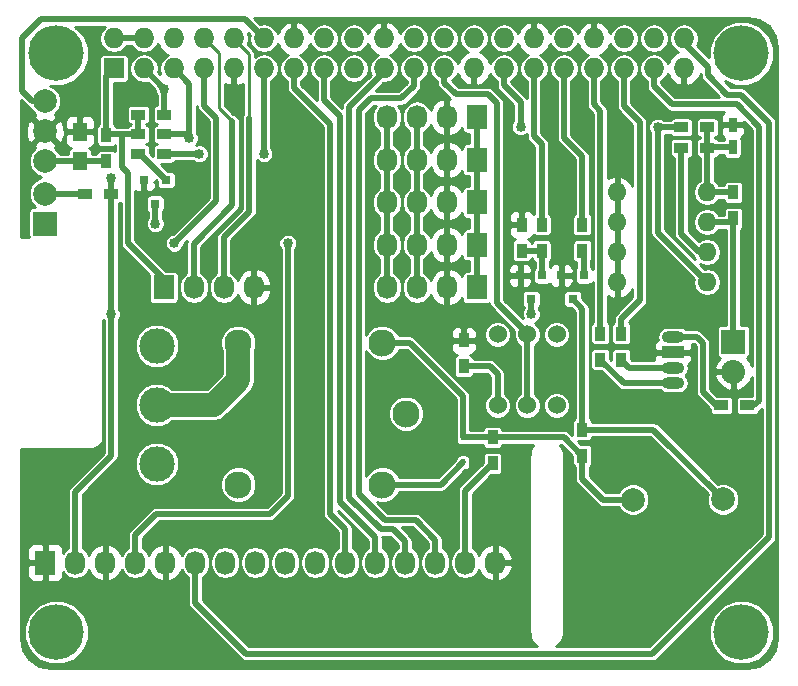
<source format=gtl>
G04 #@! TF.FileFunction,Copper,L1,Top,Signal*
%FSLAX46Y46*%
G04 Gerber Fmt 4.6, Leading zero omitted, Abs format (unit mm)*
G04 Created by KiCad (PCBNEW 4.0.2+dfsg1-stable) date  6.06.2016 (пн) 11:52:17 EEST*
%MOMM*%
G01*
G04 APERTURE LIST*
%ADD10C,0.100000*%
%ADD11R,1.727200X1.727200*%
%ADD12O,1.727200X1.727200*%
%ADD13O,1.905000X1.000000*%
%ADD14R,1.905000X1.000000*%
%ADD15C,1.524000*%
%ADD16R,0.800100X0.800100*%
%ADD17C,2.000000*%
%ADD18C,4.700000*%
%ADD19R,0.750000X1.200000*%
%ADD20R,0.900000X1.200000*%
%ADD21R,1.200000X0.900000*%
%ADD22R,1.250000X1.500000*%
%ADD23R,0.450000X0.590000*%
%ADD24R,2.032000X2.032000*%
%ADD25O,2.032000X2.032000*%
%ADD26O,1.600000X1.600000*%
%ADD27C,3.000000*%
%ADD28C,2.300000*%
%ADD29R,1.727200X2.032000*%
%ADD30O,1.727200X2.032000*%
%ADD31R,2.000000X2.000000*%
%ADD32C,0.850000*%
%ADD33C,0.500000*%
%ADD34C,0.254000*%
%ADD35C,2.000000*%
G04 APERTURE END LIST*
D10*
D11*
X106370000Y-73370000D03*
D12*
X106370000Y-70830000D03*
X108910000Y-73370000D03*
X108910000Y-70830000D03*
X111450000Y-73370000D03*
X111450000Y-70830000D03*
X113990000Y-73370000D03*
X113990000Y-70830000D03*
X116530000Y-73370000D03*
X116530000Y-70830000D03*
X119070000Y-73370000D03*
X119070000Y-70830000D03*
X121610000Y-73370000D03*
X121610000Y-70830000D03*
X124150000Y-73370000D03*
X124150000Y-70830000D03*
X126690000Y-73370000D03*
X126690000Y-70830000D03*
X129230000Y-73370000D03*
X129230000Y-70830000D03*
X131770000Y-73370000D03*
X131770000Y-70830000D03*
X134310000Y-73370000D03*
X134310000Y-70830000D03*
X136850000Y-73370000D03*
X136850000Y-70830000D03*
X139390000Y-73370000D03*
X139390000Y-70830000D03*
X141930000Y-73370000D03*
X141930000Y-70830000D03*
X144470000Y-73370000D03*
X144470000Y-70830000D03*
X147010000Y-73370000D03*
X147010000Y-70830000D03*
X149550000Y-73370000D03*
X149550000Y-70830000D03*
X152090000Y-73370000D03*
X152090000Y-70830000D03*
X154630000Y-73370000D03*
X154630000Y-70830000D03*
D13*
X153700000Y-96100000D03*
D14*
X153700000Y-97400000D03*
D13*
X153700000Y-98700000D03*
X153700000Y-100000000D03*
D15*
X141350000Y-101880000D03*
X143850000Y-101880000D03*
X138850000Y-101880000D03*
X143850000Y-95880000D03*
X141350000Y-95880000D03*
X138850000Y-95880000D03*
D16*
X110810000Y-82819240D03*
X108910000Y-82819240D03*
X109860000Y-84818220D03*
D17*
X150324000Y-109878000D03*
X157944000Y-109858000D03*
D18*
X159500000Y-121100000D03*
X159500000Y-72100000D03*
X101500000Y-72100000D03*
X101500000Y-121100000D03*
D19*
X158750000Y-80050000D03*
X158750000Y-78150000D03*
D20*
X158820000Y-83860000D03*
X158820000Y-86060000D03*
D21*
X156600000Y-80100000D03*
X154400000Y-80100000D03*
X156600000Y-78350000D03*
X154400000Y-78350000D03*
D22*
X103490000Y-81220000D03*
X103490000Y-78720000D03*
D21*
X106130000Y-83960000D03*
X103930000Y-83960000D03*
D20*
X105710000Y-79020000D03*
X105710000Y-81220000D03*
D23*
X135920000Y-104605000D03*
X135920000Y-106715000D03*
D20*
X140900000Y-86600000D03*
X140900000Y-88800000D03*
X142600000Y-88800000D03*
X142600000Y-86600000D03*
X138420000Y-106800000D03*
X138420000Y-104600000D03*
D24*
X158800000Y-96500000D03*
D25*
X158800000Y-99040000D03*
D16*
X142650000Y-90899240D03*
X140750000Y-90899240D03*
X141700000Y-92898220D03*
X146150000Y-90899240D03*
X144250000Y-90899240D03*
X145200000Y-92898220D03*
D21*
X108430000Y-77270000D03*
X110630000Y-77270000D03*
X108430000Y-78930000D03*
X110630000Y-78930000D03*
X108430000Y-80600000D03*
X110630000Y-80600000D03*
D20*
X146000000Y-88800000D03*
X146000000Y-86600000D03*
X146006000Y-106142000D03*
X146006000Y-103942000D03*
X135980000Y-98580000D03*
X135980000Y-96380000D03*
D26*
X148970000Y-83860000D03*
X148970000Y-86400000D03*
X148970000Y-88940000D03*
X148970000Y-91480000D03*
X156590000Y-91480000D03*
X156590000Y-88940000D03*
X156590000Y-86400000D03*
X156590000Y-83860000D03*
D20*
X147530000Y-95814000D03*
X147530000Y-98014000D03*
X149308000Y-95814000D03*
X149308000Y-98014000D03*
D27*
X110000000Y-96850000D03*
X110000000Y-101850000D03*
X110000000Y-106850000D03*
D28*
X116900000Y-96600000D03*
X129100000Y-96600000D03*
X116900000Y-108600000D03*
X129100000Y-108600000D03*
X131100000Y-102600000D03*
D29*
X100540000Y-115202000D03*
D30*
X103080000Y-115202000D03*
X105620000Y-115202000D03*
X108160000Y-115202000D03*
X110700000Y-115202000D03*
X113240000Y-115202000D03*
X115780000Y-115202000D03*
X118320000Y-115202000D03*
X120860000Y-115202000D03*
X123400000Y-115202000D03*
X125940000Y-115202000D03*
X128480000Y-115202000D03*
X131020000Y-115202000D03*
X133560000Y-115202000D03*
X136100000Y-115202000D03*
X138640000Y-115202000D03*
D21*
X157800000Y-101900000D03*
X160000000Y-101900000D03*
D17*
X100540000Y-76140000D03*
X100540000Y-78680000D03*
X100540000Y-81220000D03*
D31*
X100520000Y-86500000D03*
D17*
X100520000Y-83960000D03*
D29*
X110600000Y-91900000D03*
D30*
X113140000Y-91900000D03*
X115680000Y-91900000D03*
X118220000Y-91900000D03*
D29*
X137100000Y-91900000D03*
D30*
X134560000Y-91900000D03*
X132020000Y-91900000D03*
X129480000Y-91900000D03*
D29*
X137100000Y-77500000D03*
D30*
X134560000Y-77500000D03*
X132020000Y-77500000D03*
X129480000Y-77500000D03*
D29*
X137100000Y-88300000D03*
D30*
X134560000Y-88300000D03*
X132020000Y-88300000D03*
X129480000Y-88300000D03*
D29*
X137100000Y-84700000D03*
D30*
X134560000Y-84700000D03*
X132020000Y-84700000D03*
X129480000Y-84700000D03*
D29*
X137100000Y-81100000D03*
D30*
X134560000Y-81100000D03*
X132020000Y-81100000D03*
X129480000Y-81100000D03*
D32*
X106130000Y-82630000D03*
X106130000Y-94190000D03*
X141710000Y-94180000D03*
X111480000Y-88150000D03*
X121100000Y-88150000D03*
X152420000Y-78350000D03*
X140790000Y-78320000D03*
X110630000Y-75090000D03*
X112730000Y-79290000D03*
X109860000Y-86500000D03*
X113590000Y-80590000D03*
X119070000Y-80590000D03*
D33*
X134560000Y-77500000D02*
X134560000Y-81100000D01*
X134560000Y-84700000D02*
X134560000Y-81100000D01*
X134560000Y-88300000D02*
X134560000Y-91900000D01*
X134560000Y-88300000D02*
X134560000Y-84700000D01*
X108430000Y-77270000D02*
X108430000Y-78930000D01*
X108430000Y-78930000D02*
X108420000Y-78940000D01*
X108420000Y-78940000D02*
X107080000Y-78940000D01*
X110600000Y-91900000D02*
X110600000Y-91210000D01*
X110600000Y-91210000D02*
X107560000Y-88170000D01*
X107560000Y-88170000D02*
X107560000Y-82220000D01*
X107560000Y-82220000D02*
X107080000Y-81740000D01*
X107080000Y-81740000D02*
X107080000Y-78940000D01*
X107080000Y-78940000D02*
X105790000Y-78940000D01*
X105790000Y-78940000D02*
X105710000Y-79020000D01*
X156590000Y-83860000D02*
X156590000Y-80110000D01*
X156590000Y-80110000D02*
X156600000Y-80100000D01*
X156600000Y-78350000D02*
X156600000Y-80100000D01*
X158750000Y-80050000D02*
X156650000Y-80050000D01*
X156650000Y-80050000D02*
X156600000Y-80100000D01*
X158820000Y-83860000D02*
X156590000Y-83860000D01*
X105710000Y-79020000D02*
X105710000Y-74030000D01*
X105710000Y-74030000D02*
X106370000Y-73370000D01*
X137100000Y-81100000D02*
X137100000Y-84700000D01*
X137100000Y-84700000D02*
X137100000Y-88300000D01*
X137100000Y-88300000D02*
X137100000Y-91900000D01*
X137100000Y-81100000D02*
X137100000Y-77500000D01*
X105710000Y-81220000D02*
X103490000Y-81220000D01*
X103490000Y-81220000D02*
X100540000Y-81220000D01*
X106130000Y-83960000D02*
X106130000Y-82630000D01*
X108910000Y-70830000D02*
X106370000Y-70830000D01*
X103080000Y-115202000D02*
X103080000Y-109220000D01*
X103080000Y-109220000D02*
X106130000Y-106170000D01*
X106130000Y-106170000D02*
X106130000Y-94190000D01*
X106130000Y-94190000D02*
X106130000Y-83960000D01*
X146006000Y-106142000D02*
X146006000Y-108106000D01*
X147778000Y-109878000D02*
X150324000Y-109878000D01*
X146006000Y-108106000D02*
X147778000Y-109878000D01*
X138420000Y-104600000D02*
X144464000Y-104600000D01*
X144464000Y-104600000D02*
X146006000Y-106142000D01*
X135920000Y-104605000D02*
X135920000Y-101120000D01*
X131400000Y-96600000D02*
X129100000Y-96600000D01*
X135920000Y-101120000D02*
X131400000Y-96600000D01*
X138420000Y-104600000D02*
X135925000Y-104600000D01*
X135925000Y-104600000D02*
X135920000Y-104605000D01*
D34*
X135925000Y-104600000D02*
X135920000Y-104605000D01*
D33*
X141700000Y-94170000D02*
X141700000Y-92898220D01*
X141710000Y-94180000D02*
X141700000Y-94170000D01*
X129100000Y-108600000D02*
X134035000Y-108600000D01*
X134035000Y-108600000D02*
X135920000Y-106715000D01*
X108430000Y-80600000D02*
X108590760Y-80600000D01*
X108590760Y-80600000D02*
X110810000Y-82819240D01*
X124150000Y-73370000D02*
X124150000Y-76050000D01*
X128480000Y-113080000D02*
X128480000Y-115202000D01*
X125500000Y-110100000D02*
X128480000Y-113080000D01*
X125500000Y-77400000D02*
X125500000Y-110100000D01*
X124150000Y-76050000D02*
X125500000Y-77400000D01*
X129230000Y-73370000D02*
X129230000Y-73670000D01*
X129230000Y-73670000D02*
X126300000Y-76600000D01*
X126300000Y-76600000D02*
X126300000Y-109700000D01*
X126300000Y-109700000D02*
X129000000Y-112400000D01*
X129000000Y-112400000D02*
X130000000Y-112400000D01*
X130000000Y-112400000D02*
X131020000Y-113420000D01*
X131020000Y-113420000D02*
X131020000Y-115202000D01*
X131770000Y-73370000D02*
X131770000Y-74830000D01*
X133560000Y-113260000D02*
X133560000Y-115202000D01*
X131900000Y-111600000D02*
X133560000Y-113260000D01*
X129300000Y-111600000D02*
X131900000Y-111600000D01*
X127100000Y-109400000D02*
X129300000Y-111600000D01*
X127100000Y-76900000D02*
X127100000Y-109400000D01*
X128100000Y-75900000D02*
X127100000Y-76900000D01*
X130700000Y-75900000D02*
X128100000Y-75900000D01*
X131770000Y-74830000D02*
X130700000Y-75900000D01*
X121610000Y-73370000D02*
X121610000Y-75010000D01*
X125940000Y-112340000D02*
X125940000Y-115202000D01*
X124700000Y-111100000D02*
X125940000Y-112340000D01*
X124700000Y-78100000D02*
X124700000Y-111100000D01*
X121610000Y-75010000D02*
X124700000Y-78100000D01*
X154630000Y-70830000D02*
X154630000Y-71190000D01*
X154630000Y-71190000D02*
X156670000Y-73230000D01*
X113240000Y-118600000D02*
X113240000Y-115202000D01*
X117580000Y-122940000D02*
X113240000Y-118600000D01*
X151950000Y-122940000D02*
X117580000Y-122940000D01*
X161830000Y-113060000D02*
X151950000Y-122940000D01*
X161830000Y-77960000D02*
X161830000Y-113060000D01*
X159460000Y-75590000D02*
X161830000Y-77960000D01*
X158314002Y-75590000D02*
X159460000Y-75590000D01*
X156670000Y-73945998D02*
X158314002Y-75590000D01*
X156670000Y-73230000D02*
X156670000Y-73945998D01*
X154630000Y-70830000D02*
X154630000Y-70770000D01*
X108160000Y-115202000D02*
X108160000Y-112900000D01*
X113990000Y-76540000D02*
X113990000Y-73370000D01*
X115030000Y-77580000D02*
X113990000Y-76540000D01*
X115030000Y-84600000D02*
X115030000Y-77580000D01*
X111480000Y-88150000D02*
X115030000Y-84600000D01*
X121100000Y-109570000D02*
X121100000Y-88150000D01*
X119580000Y-111090000D02*
X121100000Y-109570000D01*
X109970000Y-111090000D02*
X119580000Y-111090000D01*
X108160000Y-112900000D02*
X109970000Y-111090000D01*
X156590000Y-86400000D02*
X158480000Y-86400000D01*
X158480000Y-86400000D02*
X158820000Y-86060000D01*
X158800000Y-96500000D02*
X158800000Y-86080000D01*
X158800000Y-86080000D02*
X158820000Y-86060000D01*
X140900000Y-88800000D02*
X142600000Y-88800000D01*
X142600000Y-88800000D02*
X142650000Y-88850000D01*
X142650000Y-88850000D02*
X142650000Y-90899240D01*
X146150000Y-90899240D02*
X146150000Y-88950000D01*
X146150000Y-88950000D02*
X146000000Y-88800000D01*
X146006000Y-103942000D02*
X146006000Y-93704220D01*
X146006000Y-93704220D02*
X145200000Y-92898220D01*
X146006000Y-103942000D02*
X152028000Y-103942000D01*
X152028000Y-103942000D02*
X157944000Y-109858000D01*
X135980000Y-98580000D02*
X138180000Y-98580000D01*
X138850000Y-99250000D02*
X138850000Y-101880000D01*
X138180000Y-98580000D02*
X138850000Y-99250000D01*
X147530000Y-95814000D02*
X147530000Y-76930000D01*
X147010000Y-76410000D02*
X147010000Y-73370000D01*
X147530000Y-76930000D02*
X147010000Y-76410000D01*
X149308000Y-95814000D02*
X149308000Y-94592000D01*
X149550000Y-76550000D02*
X149550000Y-73370000D01*
X150900000Y-77900000D02*
X149550000Y-76550000D01*
X150900000Y-93000000D02*
X150900000Y-77900000D01*
X149308000Y-94592000D02*
X150900000Y-93000000D01*
D35*
X110000000Y-96850000D02*
X110000000Y-96840000D01*
X110000000Y-101850000D02*
X114820000Y-101850000D01*
X116900000Y-99770000D02*
X116900000Y-96600000D01*
X114820000Y-101850000D02*
X116900000Y-99770000D01*
D33*
X136100000Y-115202000D02*
X136100000Y-109120000D01*
X136100000Y-109120000D02*
X138420000Y-106800000D01*
X156590000Y-88940000D02*
X155940000Y-88940000D01*
X155940000Y-88940000D02*
X154400000Y-87400000D01*
X154400000Y-87400000D02*
X154400000Y-80100000D01*
X156590000Y-91480000D02*
X156590000Y-91430000D01*
X156590000Y-91430000D02*
X152420000Y-87260000D01*
X152420000Y-87260000D02*
X152420000Y-78350000D01*
X139390000Y-73370000D02*
X139390000Y-74800000D01*
X152420000Y-78350000D02*
X154400000Y-78350000D01*
X140790000Y-76200000D02*
X140790000Y-78320000D01*
X139390000Y-74800000D02*
X140790000Y-76200000D01*
X154400000Y-78350000D02*
X153950000Y-78350000D01*
X110630000Y-77270000D02*
X110630000Y-75090000D01*
X110630000Y-75090000D02*
X108910000Y-73370000D01*
X129480000Y-88300000D02*
X129480000Y-91900000D01*
X129480000Y-84700000D02*
X129480000Y-88300000D01*
X129480000Y-81100000D02*
X129480000Y-84700000D01*
X129480000Y-77500000D02*
X129480000Y-81100000D01*
X112730000Y-79290000D02*
X112730000Y-74650000D01*
X112730000Y-74650000D02*
X111450000Y-73370000D01*
X112370000Y-78930000D02*
X110630000Y-78930000D01*
X112730000Y-79290000D02*
X112370000Y-78930000D01*
X132020000Y-81100000D02*
X132020000Y-77500000D01*
X132020000Y-81100000D02*
X132020000Y-84700000D01*
X132020000Y-84700000D02*
X132020000Y-88300000D01*
X132020000Y-91900000D02*
X132020000Y-88300000D01*
X146000000Y-86600000D02*
X146000000Y-80800000D01*
X144470000Y-79270000D02*
X144470000Y-73370000D01*
X146000000Y-80800000D02*
X144470000Y-79270000D01*
X141350000Y-101880000D02*
X141350000Y-95880000D01*
X141350000Y-95880000D02*
X141350000Y-95780000D01*
X141350000Y-95780000D02*
X138780000Y-93210000D01*
X134310000Y-74570000D02*
X134310000Y-73370000D01*
X135290000Y-75550000D02*
X134310000Y-74570000D01*
X138020000Y-75550000D02*
X135290000Y-75550000D01*
X138780000Y-76310000D02*
X138020000Y-75550000D01*
X138780000Y-93210000D02*
X138780000Y-76310000D01*
X141350000Y-95880000D02*
X141350000Y-95850000D01*
X142600000Y-86600000D02*
X142600000Y-79800000D01*
X141930000Y-79130000D02*
X141930000Y-73370000D01*
X142600000Y-79800000D02*
X141930000Y-79130000D01*
X157800000Y-101900000D02*
X157370000Y-101900000D01*
X157370000Y-101900000D02*
X156240000Y-100770000D01*
X155700000Y-96100000D02*
X153700000Y-96100000D01*
X156240000Y-96640000D02*
X155700000Y-96100000D01*
X156240000Y-100770000D02*
X156240000Y-96640000D01*
X157800000Y-101900000D02*
X157300000Y-101900000D01*
X153700000Y-98700000D02*
X149994000Y-98700000D01*
X149994000Y-98700000D02*
X149308000Y-98014000D01*
X153700000Y-100000000D02*
X149516000Y-100000000D01*
X149516000Y-100000000D02*
X147530000Y-98014000D01*
X160000000Y-101900000D02*
X160600000Y-101900000D01*
X160600000Y-101900000D02*
X161000000Y-101500000D01*
X161000000Y-101500000D02*
X161000000Y-78300000D01*
X161000000Y-78300000D02*
X159100000Y-76400000D01*
X159100000Y-76400000D02*
X153600000Y-76400000D01*
X153600000Y-76400000D02*
X152090000Y-74890000D01*
X152090000Y-74890000D02*
X152090000Y-73370000D01*
X116370000Y-77810000D02*
X116370000Y-84970000D01*
D34*
X115260000Y-76700000D02*
X116370000Y-77810000D01*
X115260000Y-72080000D02*
X115260000Y-76700000D01*
X114010000Y-70830000D02*
X115260000Y-72080000D01*
D33*
X113140000Y-88200000D02*
X113140000Y-91900000D01*
X116370000Y-84970000D02*
X113140000Y-88200000D01*
D34*
X113990000Y-70830000D02*
X114010000Y-70830000D01*
D33*
X117810000Y-77600000D02*
X117810000Y-85530000D01*
X115680000Y-87660000D02*
X115680000Y-91900000D01*
X117810000Y-85530000D02*
X115680000Y-87660000D01*
D34*
X116530000Y-70830000D02*
X116530000Y-70850000D01*
X116530000Y-70850000D02*
X117810000Y-72130000D01*
X117810000Y-72130000D02*
X117810000Y-77600000D01*
X117810000Y-77600000D02*
X117810000Y-77630000D01*
D33*
X100540000Y-76140000D02*
X99440000Y-76140000D01*
X117440000Y-69200000D02*
X119070000Y-70830000D01*
X100200000Y-69200000D02*
X117440000Y-69200000D01*
X98600000Y-70800000D02*
X100200000Y-69200000D01*
X98600000Y-75300000D02*
X98600000Y-70800000D01*
X99440000Y-76140000D02*
X98600000Y-75300000D01*
X109860000Y-86500000D02*
X109860000Y-84818220D01*
X103930000Y-83960000D02*
X100520000Y-83960000D01*
X119070000Y-73370000D02*
X119070000Y-80590000D01*
X113580000Y-80600000D02*
X110630000Y-80600000D01*
X113590000Y-80590000D02*
X113580000Y-80600000D01*
D34*
G36*
X160970128Y-69257904D02*
X161792562Y-69807438D01*
X162342096Y-70629872D01*
X162544000Y-71644911D01*
X162544000Y-121555089D01*
X162342096Y-122570128D01*
X161792562Y-123392562D01*
X160970128Y-123942096D01*
X159955089Y-124144000D01*
X101044911Y-124144000D01*
X100029872Y-123942096D01*
X99207438Y-123392562D01*
X98657904Y-122570128D01*
X98473059Y-121640846D01*
X98768527Y-121640846D01*
X99183421Y-122644966D01*
X99950993Y-123413879D01*
X100954387Y-123830524D01*
X102040846Y-123831473D01*
X103044966Y-123416579D01*
X103813879Y-122649007D01*
X104230524Y-121645613D01*
X104231473Y-120559154D01*
X103816579Y-119555034D01*
X103049007Y-118786121D01*
X102045613Y-118369476D01*
X100959154Y-118368527D01*
X99955034Y-118783421D01*
X99186121Y-119550993D01*
X98769476Y-120554387D01*
X98768527Y-121640846D01*
X98473059Y-121640846D01*
X98456000Y-121555089D01*
X98456000Y-115487750D01*
X99041400Y-115487750D01*
X99041400Y-116344309D01*
X99138073Y-116577698D01*
X99316701Y-116756327D01*
X99550090Y-116853000D01*
X100254250Y-116853000D01*
X100413000Y-116694250D01*
X100413000Y-115329000D01*
X99200150Y-115329000D01*
X99041400Y-115487750D01*
X98456000Y-115487750D01*
X98456000Y-114059691D01*
X99041400Y-114059691D01*
X99041400Y-114916250D01*
X99200150Y-115075000D01*
X100413000Y-115075000D01*
X100413000Y-113709750D01*
X100254250Y-113551000D01*
X99550090Y-113551000D01*
X99316701Y-113647673D01*
X99138073Y-113826302D01*
X99041400Y-114059691D01*
X98456000Y-114059691D01*
X98456000Y-105644911D01*
X98467602Y-105586582D01*
X98475204Y-105575204D01*
X98486582Y-105567602D01*
X98544911Y-105556000D01*
X104500000Y-105556000D01*
X104544050Y-105547238D01*
X104588961Y-105547238D01*
X104780303Y-105509178D01*
X104780305Y-105509178D01*
X104944684Y-105441089D01*
X105106895Y-105332702D01*
X105169517Y-105270079D01*
X105232702Y-105206895D01*
X105341089Y-105044684D01*
X105409178Y-104880305D01*
X105409178Y-104880303D01*
X105447238Y-104688960D01*
X105447238Y-104644050D01*
X105456000Y-104600000D01*
X105456000Y-94655675D01*
X105499000Y-94698750D01*
X105499000Y-105908631D01*
X102633816Y-108773816D01*
X102497032Y-108978527D01*
X102449000Y-109220000D01*
X102449000Y-113975746D01*
X102199935Y-114142166D01*
X102038600Y-114383621D01*
X102038600Y-114059691D01*
X101941927Y-113826302D01*
X101763299Y-113647673D01*
X101529910Y-113551000D01*
X100825750Y-113551000D01*
X100667000Y-113709750D01*
X100667000Y-115075000D01*
X100687000Y-115075000D01*
X100687000Y-115329000D01*
X100667000Y-115329000D01*
X100667000Y-116694250D01*
X100825750Y-116853000D01*
X101529910Y-116853000D01*
X101763299Y-116756327D01*
X101941927Y-116577698D01*
X102038600Y-116344309D01*
X102038600Y-116020379D01*
X102199935Y-116261834D01*
X102603712Y-116531629D01*
X103080000Y-116626369D01*
X103556288Y-116531629D01*
X103960065Y-116261834D01*
X104229860Y-115858057D01*
X104232704Y-115843757D01*
X104328046Y-116116320D01*
X104717964Y-116552732D01*
X105245209Y-116806709D01*
X105260974Y-116809358D01*
X105493000Y-116688217D01*
X105493000Y-115329000D01*
X105473000Y-115329000D01*
X105473000Y-115075000D01*
X105493000Y-115075000D01*
X105493000Y-113715783D01*
X105747000Y-113715783D01*
X105747000Y-115075000D01*
X105767000Y-115075000D01*
X105767000Y-115329000D01*
X105747000Y-115329000D01*
X105747000Y-116688217D01*
X105979026Y-116809358D01*
X105994791Y-116806709D01*
X106522036Y-116552732D01*
X106911954Y-116116320D01*
X107007296Y-115843757D01*
X107010140Y-115858057D01*
X107279935Y-116261834D01*
X107683712Y-116531629D01*
X108160000Y-116626369D01*
X108636288Y-116531629D01*
X109040065Y-116261834D01*
X109309860Y-115858057D01*
X109312704Y-115843757D01*
X109408046Y-116116320D01*
X109797964Y-116552732D01*
X110325209Y-116806709D01*
X110340974Y-116809358D01*
X110573000Y-116688217D01*
X110573000Y-115329000D01*
X110553000Y-115329000D01*
X110553000Y-115075000D01*
X110573000Y-115075000D01*
X110573000Y-113715783D01*
X110340974Y-113594642D01*
X110325209Y-113597291D01*
X109797964Y-113851268D01*
X109408046Y-114287680D01*
X109312704Y-114560243D01*
X109309860Y-114545943D01*
X109040065Y-114142166D01*
X108791000Y-113975746D01*
X108791000Y-113161368D01*
X110231369Y-111721000D01*
X119580000Y-111721000D01*
X119821473Y-111672968D01*
X120026184Y-111536184D01*
X121546185Y-110016184D01*
X121682968Y-109811473D01*
X121731000Y-109570000D01*
X121731000Y-88658963D01*
X121782895Y-88607158D01*
X121905859Y-88311027D01*
X121906139Y-87990380D01*
X121783692Y-87694034D01*
X121557158Y-87467105D01*
X121261027Y-87344141D01*
X120940380Y-87343861D01*
X120644034Y-87466308D01*
X120417105Y-87692842D01*
X120294141Y-87988973D01*
X120293861Y-88309620D01*
X120416308Y-88605966D01*
X120469000Y-88658750D01*
X120469000Y-109308631D01*
X119318632Y-110459000D01*
X109970000Y-110459000D01*
X109728527Y-110507032D01*
X109523816Y-110643815D01*
X107713816Y-112453816D01*
X107577032Y-112658527D01*
X107529000Y-112900000D01*
X107529000Y-113975746D01*
X107279935Y-114142166D01*
X107010140Y-114545943D01*
X107007296Y-114560243D01*
X106911954Y-114287680D01*
X106522036Y-113851268D01*
X105994791Y-113597291D01*
X105979026Y-113594642D01*
X105747000Y-113715783D01*
X105493000Y-113715783D01*
X105260974Y-113594642D01*
X105245209Y-113597291D01*
X104717964Y-113851268D01*
X104328046Y-114287680D01*
X104232704Y-114560243D01*
X104229860Y-114545943D01*
X103960065Y-114142166D01*
X103711000Y-113975746D01*
X103711000Y-109481368D01*
X104289169Y-108903199D01*
X115368735Y-108903199D01*
X115601325Y-109466109D01*
X116031626Y-109897162D01*
X116594129Y-110130734D01*
X117203199Y-110131265D01*
X117766109Y-109898675D01*
X118197162Y-109468374D01*
X118430734Y-108905871D01*
X118431265Y-108296801D01*
X118198675Y-107733891D01*
X117768374Y-107302838D01*
X117205871Y-107069266D01*
X116596801Y-107068735D01*
X116033891Y-107301325D01*
X115602838Y-107731626D01*
X115369266Y-108294129D01*
X115368735Y-108903199D01*
X104289169Y-108903199D01*
X105969855Y-107222513D01*
X108118674Y-107222513D01*
X108404436Y-107914109D01*
X108933108Y-108443704D01*
X109624204Y-108730673D01*
X110372513Y-108731326D01*
X111064109Y-108445564D01*
X111593704Y-107916892D01*
X111880673Y-107225796D01*
X111881326Y-106477487D01*
X111595564Y-105785891D01*
X111066892Y-105256296D01*
X110375796Y-104969327D01*
X109627487Y-104968674D01*
X108935891Y-105254436D01*
X108406296Y-105783108D01*
X108119327Y-106474204D01*
X108118674Y-107222513D01*
X105969855Y-107222513D01*
X106576184Y-106616185D01*
X106712968Y-106411474D01*
X106741344Y-106268815D01*
X106761000Y-106170000D01*
X106761000Y-102222513D01*
X108118674Y-102222513D01*
X108404436Y-102914109D01*
X108933108Y-103443704D01*
X109624204Y-103730673D01*
X110372513Y-103731326D01*
X111064109Y-103445564D01*
X111279048Y-103231000D01*
X114820000Y-103231000D01*
X115348486Y-103125878D01*
X115796514Y-102826514D01*
X117876514Y-100746515D01*
X118175878Y-100298486D01*
X118184640Y-100254436D01*
X118281000Y-99770000D01*
X118281000Y-97266470D01*
X118430734Y-96905871D01*
X118431265Y-96296801D01*
X118198675Y-95733891D01*
X117768374Y-95302838D01*
X117205871Y-95069266D01*
X116596801Y-95068735D01*
X116033891Y-95301325D01*
X115602838Y-95731626D01*
X115369266Y-96294129D01*
X115368735Y-96903199D01*
X115519000Y-97266868D01*
X115519000Y-99197971D01*
X114247972Y-100469000D01*
X111279225Y-100469000D01*
X111066892Y-100256296D01*
X110375796Y-99969327D01*
X109627487Y-99968674D01*
X108935891Y-100254436D01*
X108406296Y-100783108D01*
X108119327Y-101474204D01*
X108118674Y-102222513D01*
X106761000Y-102222513D01*
X106761000Y-97222513D01*
X108118674Y-97222513D01*
X108404436Y-97914109D01*
X108933108Y-98443704D01*
X109624204Y-98730673D01*
X110372513Y-98731326D01*
X111064109Y-98445564D01*
X111593704Y-97916892D01*
X111880673Y-97225796D01*
X111881326Y-96477487D01*
X111595564Y-95785891D01*
X111066892Y-95256296D01*
X110375796Y-94969327D01*
X109627487Y-94968674D01*
X108935891Y-95254436D01*
X108406296Y-95783108D01*
X108119327Y-96474204D01*
X108118674Y-97222513D01*
X106761000Y-97222513D01*
X106761000Y-94698963D01*
X106812895Y-94647158D01*
X106935859Y-94351027D01*
X106936139Y-94030380D01*
X106813692Y-93734034D01*
X106761000Y-93681250D01*
X106761000Y-84792631D01*
X106871190Y-84771897D01*
X106929000Y-84734698D01*
X106929000Y-88170000D01*
X106966203Y-88357032D01*
X106977032Y-88411473D01*
X107113816Y-88616184D01*
X109353610Y-90855979D01*
X109347936Y-90884000D01*
X109347936Y-92916000D01*
X109374503Y-93057190D01*
X109457946Y-93186865D01*
X109585266Y-93273859D01*
X109736400Y-93304464D01*
X111463600Y-93304464D01*
X111604790Y-93277897D01*
X111734465Y-93194454D01*
X111821459Y-93067134D01*
X111852064Y-92916000D01*
X111852064Y-90884000D01*
X111825497Y-90742810D01*
X111742054Y-90613135D01*
X111614734Y-90526141D01*
X111463600Y-90495536D01*
X110777905Y-90495536D01*
X108191000Y-87908632D01*
X108191000Y-86659620D01*
X109053861Y-86659620D01*
X109176308Y-86955966D01*
X109402842Y-87182895D01*
X109698973Y-87305859D01*
X110019620Y-87306139D01*
X110315966Y-87183692D01*
X110542895Y-86957158D01*
X110665859Y-86661027D01*
X110666139Y-86340380D01*
X110543692Y-86044034D01*
X110491000Y-85991250D01*
X110491000Y-85522408D01*
X110530915Y-85496724D01*
X110617909Y-85369404D01*
X110648514Y-85218270D01*
X110648514Y-84418170D01*
X110621947Y-84276980D01*
X110538504Y-84147305D01*
X110411184Y-84060311D01*
X110260050Y-84029706D01*
X109459950Y-84029706D01*
X109318760Y-84056273D01*
X109189085Y-84139716D01*
X109102091Y-84267036D01*
X109071486Y-84418170D01*
X109071486Y-85218270D01*
X109098053Y-85359460D01*
X109181496Y-85489135D01*
X109229000Y-85521593D01*
X109229000Y-85991037D01*
X109177105Y-86042842D01*
X109054141Y-86338973D01*
X109053861Y-86659620D01*
X108191000Y-86659620D01*
X108191000Y-83774495D01*
X108383641Y-83854290D01*
X108624250Y-83854290D01*
X108783000Y-83695540D01*
X108783000Y-82946240D01*
X108763000Y-82946240D01*
X108763000Y-82692240D01*
X108783000Y-82692240D01*
X108783000Y-82672240D01*
X109037000Y-82672240D01*
X109037000Y-82692240D01*
X109057000Y-82692240D01*
X109057000Y-82946240D01*
X109037000Y-82946240D01*
X109037000Y-83695540D01*
X109195750Y-83854290D01*
X109436359Y-83854290D01*
X109669748Y-83757617D01*
X109848377Y-83578989D01*
X109945050Y-83345600D01*
X109945050Y-83104990D01*
X109786302Y-82946242D01*
X109945050Y-82946242D01*
X109945050Y-82846659D01*
X110021486Y-82923095D01*
X110021486Y-83219290D01*
X110048053Y-83360480D01*
X110131496Y-83490155D01*
X110258816Y-83577149D01*
X110409950Y-83607754D01*
X111210050Y-83607754D01*
X111351240Y-83581187D01*
X111480915Y-83497744D01*
X111567909Y-83370424D01*
X111598514Y-83219290D01*
X111598514Y-82419190D01*
X111571947Y-82278000D01*
X111488504Y-82148325D01*
X111361184Y-82061331D01*
X111210050Y-82030726D01*
X110913855Y-82030726D01*
X110321593Y-81438464D01*
X111230000Y-81438464D01*
X111371190Y-81411897D01*
X111500865Y-81328454D01*
X111567452Y-81231000D01*
X113091020Y-81231000D01*
X113132842Y-81272895D01*
X113428973Y-81395859D01*
X113749620Y-81396139D01*
X114045966Y-81273692D01*
X114272895Y-81047158D01*
X114395859Y-80751027D01*
X114396139Y-80430380D01*
X114273692Y-80134034D01*
X114047158Y-79907105D01*
X113751027Y-79784141D01*
X113430380Y-79783861D01*
X113337814Y-79822108D01*
X113412895Y-79747158D01*
X113535859Y-79451027D01*
X113536139Y-79130380D01*
X113413692Y-78834034D01*
X113361000Y-78781250D01*
X113361000Y-76550055D01*
X113386611Y-76678810D01*
X113407032Y-76781473D01*
X113543816Y-76986184D01*
X114399000Y-77841368D01*
X114399000Y-84338632D01*
X111393707Y-87343925D01*
X111320380Y-87343861D01*
X111024034Y-87466308D01*
X110797105Y-87692842D01*
X110674141Y-87988973D01*
X110673861Y-88309620D01*
X110796308Y-88605966D01*
X111022842Y-88832895D01*
X111318973Y-88955859D01*
X111639620Y-88956139D01*
X111935966Y-88833692D01*
X112162895Y-88607158D01*
X112285859Y-88311027D01*
X112285924Y-88236444D01*
X112555341Y-87967027D01*
X112509000Y-88200000D01*
X112509000Y-90673746D01*
X112259935Y-90840166D01*
X111990140Y-91243943D01*
X111895400Y-91720231D01*
X111895400Y-92079769D01*
X111990140Y-92556057D01*
X112259935Y-92959834D01*
X112663712Y-93229629D01*
X113140000Y-93324369D01*
X113616288Y-93229629D01*
X114020065Y-92959834D01*
X114289860Y-92556057D01*
X114384600Y-92079769D01*
X114384600Y-91720231D01*
X114289860Y-91243943D01*
X114020065Y-90840166D01*
X113771000Y-90673746D01*
X113771000Y-88461368D01*
X116816185Y-85416184D01*
X116952968Y-85211473D01*
X117001000Y-84970000D01*
X117001000Y-77810000D01*
X116952968Y-77568527D01*
X116816184Y-77363816D01*
X116611473Y-77227032D01*
X116479127Y-77200707D01*
X115768000Y-76489580D01*
X115768000Y-74658051D01*
X116170974Y-74824958D01*
X116403000Y-74703817D01*
X116403000Y-73497000D01*
X116383000Y-73497000D01*
X116383000Y-73243000D01*
X116403000Y-73243000D01*
X116403000Y-73223000D01*
X116657000Y-73223000D01*
X116657000Y-73243000D01*
X116677000Y-73243000D01*
X116677000Y-73497000D01*
X116657000Y-73497000D01*
X116657000Y-74703817D01*
X116889026Y-74824958D01*
X117302000Y-74653909D01*
X117302000Y-77246330D01*
X117227032Y-77358527D01*
X117179000Y-77600000D01*
X117179000Y-85268632D01*
X115233816Y-87213816D01*
X115097032Y-87418527D01*
X115049000Y-87660000D01*
X115049000Y-90673746D01*
X114799935Y-90840166D01*
X114530140Y-91243943D01*
X114435400Y-91720231D01*
X114435400Y-92079769D01*
X114530140Y-92556057D01*
X114799935Y-92959834D01*
X115203712Y-93229629D01*
X115680000Y-93324369D01*
X116156288Y-93229629D01*
X116560065Y-92959834D01*
X116829860Y-92556057D01*
X116832704Y-92541757D01*
X116928046Y-92814320D01*
X117317964Y-93250732D01*
X117845209Y-93504709D01*
X117860974Y-93507358D01*
X118093000Y-93386217D01*
X118093000Y-92027000D01*
X118347000Y-92027000D01*
X118347000Y-93386217D01*
X118579026Y-93507358D01*
X118594791Y-93504709D01*
X119122036Y-93250732D01*
X119511954Y-92814320D01*
X119705184Y-92261913D01*
X119560924Y-92027000D01*
X118347000Y-92027000D01*
X118093000Y-92027000D01*
X118073000Y-92027000D01*
X118073000Y-91773000D01*
X118093000Y-91773000D01*
X118093000Y-90413783D01*
X118347000Y-90413783D01*
X118347000Y-91773000D01*
X119560924Y-91773000D01*
X119705184Y-91538087D01*
X119511954Y-90985680D01*
X119122036Y-90549268D01*
X118594791Y-90295291D01*
X118579026Y-90292642D01*
X118347000Y-90413783D01*
X118093000Y-90413783D01*
X117860974Y-90292642D01*
X117845209Y-90295291D01*
X117317964Y-90549268D01*
X116928046Y-90985680D01*
X116832704Y-91258243D01*
X116829860Y-91243943D01*
X116560065Y-90840166D01*
X116311000Y-90673746D01*
X116311000Y-87921368D01*
X118256184Y-85976184D01*
X118392968Y-85771473D01*
X118441000Y-85530000D01*
X118441000Y-81100753D01*
X118612842Y-81272895D01*
X118908973Y-81395859D01*
X119229620Y-81396139D01*
X119525966Y-81273692D01*
X119752895Y-81047158D01*
X119875859Y-80751027D01*
X119876139Y-80430380D01*
X119753692Y-80134034D01*
X119701000Y-80081250D01*
X119701000Y-74440868D01*
X119950065Y-74274448D01*
X120219860Y-73870671D01*
X120314600Y-73394383D01*
X120314600Y-73345617D01*
X120219860Y-72869329D01*
X119950065Y-72465552D01*
X119546288Y-72195757D01*
X119070000Y-72101017D01*
X118593712Y-72195757D01*
X118318000Y-72379982D01*
X118318000Y-72130000D01*
X118279331Y-71935597D01*
X118279331Y-71935596D01*
X118169210Y-71770790D01*
X117688028Y-71289608D01*
X117774600Y-70854383D01*
X117774600Y-70805617D01*
X117680580Y-70332948D01*
X117879794Y-70532162D01*
X117825400Y-70805617D01*
X117825400Y-70854383D01*
X117920140Y-71330671D01*
X118189935Y-71734448D01*
X118593712Y-72004243D01*
X119070000Y-72098983D01*
X119546288Y-72004243D01*
X119950065Y-71734448D01*
X120219860Y-71330671D01*
X120220324Y-71328338D01*
X120403179Y-71718490D01*
X120835053Y-72112688D01*
X121096172Y-72220841D01*
X120729935Y-72465552D01*
X120460140Y-72869329D01*
X120365400Y-73345617D01*
X120365400Y-73394383D01*
X120460140Y-73870671D01*
X120729935Y-74274448D01*
X120979000Y-74440868D01*
X120979000Y-75010000D01*
X121016992Y-75201000D01*
X121027032Y-75251473D01*
X121163816Y-75456184D01*
X124069000Y-78361368D01*
X124069000Y-111100000D01*
X124100579Y-111258759D01*
X124117032Y-111341473D01*
X124253816Y-111546184D01*
X125309000Y-112601369D01*
X125309000Y-113975746D01*
X125059935Y-114142166D01*
X124790140Y-114545943D01*
X124695400Y-115022231D01*
X124695400Y-115381769D01*
X124790140Y-115858057D01*
X125059935Y-116261834D01*
X125463712Y-116531629D01*
X125940000Y-116626369D01*
X126416288Y-116531629D01*
X126820065Y-116261834D01*
X127089860Y-115858057D01*
X127184600Y-115381769D01*
X127184600Y-115022231D01*
X127089860Y-114545943D01*
X126820065Y-114142166D01*
X126571000Y-113975746D01*
X126571000Y-112340000D01*
X126522968Y-112098527D01*
X126386185Y-111893816D01*
X125331000Y-110838632D01*
X125331000Y-110823368D01*
X127849000Y-113341369D01*
X127849000Y-113975746D01*
X127599935Y-114142166D01*
X127330140Y-114545943D01*
X127235400Y-115022231D01*
X127235400Y-115381769D01*
X127330140Y-115858057D01*
X127599935Y-116261834D01*
X128003712Y-116531629D01*
X128480000Y-116626369D01*
X128956288Y-116531629D01*
X129360065Y-116261834D01*
X129629860Y-115858057D01*
X129724600Y-115381769D01*
X129724600Y-115022231D01*
X129629860Y-114545943D01*
X129360065Y-114142166D01*
X129111000Y-113975746D01*
X129111000Y-113080000D01*
X129101253Y-113031000D01*
X129738632Y-113031000D01*
X130389000Y-113681368D01*
X130389000Y-113975746D01*
X130139935Y-114142166D01*
X129870140Y-114545943D01*
X129775400Y-115022231D01*
X129775400Y-115381769D01*
X129870140Y-115858057D01*
X130139935Y-116261834D01*
X130543712Y-116531629D01*
X131020000Y-116626369D01*
X131496288Y-116531629D01*
X131900065Y-116261834D01*
X132169860Y-115858057D01*
X132264600Y-115381769D01*
X132264600Y-115022231D01*
X132169860Y-114545943D01*
X131900065Y-114142166D01*
X131651000Y-113975746D01*
X131651000Y-113420000D01*
X131602968Y-113178527D01*
X131466184Y-112973816D01*
X130723368Y-112231000D01*
X131638632Y-112231000D01*
X132929000Y-113521369D01*
X132929000Y-113975746D01*
X132679935Y-114142166D01*
X132410140Y-114545943D01*
X132315400Y-115022231D01*
X132315400Y-115381769D01*
X132410140Y-115858057D01*
X132679935Y-116261834D01*
X133083712Y-116531629D01*
X133560000Y-116626369D01*
X134036288Y-116531629D01*
X134440065Y-116261834D01*
X134709860Y-115858057D01*
X134804600Y-115381769D01*
X134804600Y-115022231D01*
X134855400Y-115022231D01*
X134855400Y-115381769D01*
X134950140Y-115858057D01*
X135219935Y-116261834D01*
X135623712Y-116531629D01*
X136100000Y-116626369D01*
X136576288Y-116531629D01*
X136980065Y-116261834D01*
X137249860Y-115858057D01*
X137252704Y-115843757D01*
X137348046Y-116116320D01*
X137737964Y-116552732D01*
X138265209Y-116806709D01*
X138280974Y-116809358D01*
X138513000Y-116688217D01*
X138513000Y-115329000D01*
X138767000Y-115329000D01*
X138767000Y-116688217D01*
X138999026Y-116809358D01*
X139014791Y-116806709D01*
X139542036Y-116552732D01*
X139931954Y-116116320D01*
X140125184Y-115563913D01*
X139980924Y-115329000D01*
X138767000Y-115329000D01*
X138513000Y-115329000D01*
X138493000Y-115329000D01*
X138493000Y-115075000D01*
X138513000Y-115075000D01*
X138513000Y-113715783D01*
X138767000Y-113715783D01*
X138767000Y-115075000D01*
X139980924Y-115075000D01*
X140125184Y-114840087D01*
X139931954Y-114287680D01*
X139542036Y-113851268D01*
X139014791Y-113597291D01*
X138999026Y-113594642D01*
X138767000Y-113715783D01*
X138513000Y-113715783D01*
X138280974Y-113594642D01*
X138265209Y-113597291D01*
X137737964Y-113851268D01*
X137348046Y-114287680D01*
X137252704Y-114560243D01*
X137249860Y-114545943D01*
X136980065Y-114142166D01*
X136731000Y-113975746D01*
X136731000Y-109381368D01*
X138323905Y-107788464D01*
X138870000Y-107788464D01*
X139011190Y-107761897D01*
X139140865Y-107678454D01*
X139227859Y-107551134D01*
X139258464Y-107400000D01*
X139258464Y-106200000D01*
X139231897Y-106058810D01*
X139148454Y-105929135D01*
X139021134Y-105842141D01*
X138870000Y-105811536D01*
X137970000Y-105811536D01*
X137828810Y-105838103D01*
X137699135Y-105921546D01*
X137612141Y-106048866D01*
X137581536Y-106200000D01*
X137581536Y-106746095D01*
X135653816Y-108673816D01*
X135517032Y-108878527D01*
X135469000Y-109120000D01*
X135469000Y-113975746D01*
X135219935Y-114142166D01*
X134950140Y-114545943D01*
X134855400Y-115022231D01*
X134804600Y-115022231D01*
X134709860Y-114545943D01*
X134440065Y-114142166D01*
X134191000Y-113975746D01*
X134191000Y-113260000D01*
X134142968Y-113018527D01*
X134113093Y-112973816D01*
X134006185Y-112813816D01*
X132346184Y-111153816D01*
X132141473Y-111017032D01*
X131900000Y-110969000D01*
X129561368Y-110969000D01*
X128672666Y-110080298D01*
X128794129Y-110130734D01*
X129403199Y-110131265D01*
X129966109Y-109898675D01*
X130397162Y-109468374D01*
X130495728Y-109231000D01*
X134035000Y-109231000D01*
X134276473Y-109182968D01*
X134481184Y-109046184D01*
X136128905Y-107398464D01*
X136145000Y-107398464D01*
X136286190Y-107371897D01*
X136415865Y-107288454D01*
X136502859Y-107161134D01*
X136533464Y-107010000D01*
X136533464Y-106803159D01*
X136551000Y-106715000D01*
X136533464Y-106626840D01*
X136533464Y-106420000D01*
X136506897Y-106278810D01*
X136423454Y-106149135D01*
X136296134Y-106062141D01*
X136145000Y-106031536D01*
X135695000Y-106031536D01*
X135553810Y-106058103D01*
X135424135Y-106141546D01*
X135337141Y-106268866D01*
X135306536Y-106420000D01*
X135306536Y-106436095D01*
X133773632Y-107969000D01*
X130495820Y-107969000D01*
X130398675Y-107733891D01*
X129968374Y-107302838D01*
X129405871Y-107069266D01*
X128796801Y-107068735D01*
X128233891Y-107301325D01*
X127802838Y-107731626D01*
X127731000Y-107904631D01*
X127731000Y-102903199D01*
X129568735Y-102903199D01*
X129801325Y-103466109D01*
X130231626Y-103897162D01*
X130794129Y-104130734D01*
X131403199Y-104131265D01*
X131966109Y-103898675D01*
X132397162Y-103468374D01*
X132630734Y-102905871D01*
X132631265Y-102296801D01*
X132398675Y-101733891D01*
X131968374Y-101302838D01*
X131405871Y-101069266D01*
X130796801Y-101068735D01*
X130233891Y-101301325D01*
X129802838Y-101731626D01*
X129569266Y-102294129D01*
X129568735Y-102903199D01*
X127731000Y-102903199D01*
X127731000Y-97295910D01*
X127801325Y-97466109D01*
X128231626Y-97897162D01*
X128794129Y-98130734D01*
X129403199Y-98131265D01*
X129966109Y-97898675D01*
X130397162Y-97468374D01*
X130495728Y-97231000D01*
X131138632Y-97231000D01*
X135289000Y-101381369D01*
X135289000Y-104605000D01*
X135306536Y-104693159D01*
X135306536Y-104900000D01*
X135333103Y-105041190D01*
X135416546Y-105170865D01*
X135543866Y-105257859D01*
X135695000Y-105288464D01*
X136145000Y-105288464D01*
X136286190Y-105261897D01*
X136334206Y-105231000D01*
X137587369Y-105231000D01*
X137608103Y-105341190D01*
X137691546Y-105470865D01*
X137818866Y-105557859D01*
X137970000Y-105588464D01*
X138870000Y-105588464D01*
X139011190Y-105561897D01*
X139140865Y-105478454D01*
X139227859Y-105351134D01*
X139252186Y-105231000D01*
X141852640Y-105231000D01*
X141696971Y-105463976D01*
X141696970Y-105463977D01*
X141628882Y-105628356D01*
X141552762Y-106011039D01*
X141552762Y-106055950D01*
X141544000Y-106100000D01*
X141544000Y-121100000D01*
X141552762Y-121144050D01*
X141552762Y-121188961D01*
X141628882Y-121571644D01*
X141696970Y-121736023D01*
X141913743Y-122060447D01*
X142039553Y-122186257D01*
X142223251Y-122309000D01*
X117841368Y-122309000D01*
X113871000Y-118338632D01*
X113871000Y-116428254D01*
X114120065Y-116261834D01*
X114389860Y-115858057D01*
X114484600Y-115381769D01*
X114484600Y-115022231D01*
X114535400Y-115022231D01*
X114535400Y-115381769D01*
X114630140Y-115858057D01*
X114899935Y-116261834D01*
X115303712Y-116531629D01*
X115780000Y-116626369D01*
X116256288Y-116531629D01*
X116660065Y-116261834D01*
X116929860Y-115858057D01*
X117024600Y-115381769D01*
X117024600Y-115022231D01*
X117075400Y-115022231D01*
X117075400Y-115381769D01*
X117170140Y-115858057D01*
X117439935Y-116261834D01*
X117843712Y-116531629D01*
X118320000Y-116626369D01*
X118796288Y-116531629D01*
X119200065Y-116261834D01*
X119469860Y-115858057D01*
X119564600Y-115381769D01*
X119564600Y-115022231D01*
X119615400Y-115022231D01*
X119615400Y-115381769D01*
X119710140Y-115858057D01*
X119979935Y-116261834D01*
X120383712Y-116531629D01*
X120860000Y-116626369D01*
X121336288Y-116531629D01*
X121740065Y-116261834D01*
X122009860Y-115858057D01*
X122104600Y-115381769D01*
X122104600Y-115022231D01*
X122155400Y-115022231D01*
X122155400Y-115381769D01*
X122250140Y-115858057D01*
X122519935Y-116261834D01*
X122923712Y-116531629D01*
X123400000Y-116626369D01*
X123876288Y-116531629D01*
X124280065Y-116261834D01*
X124549860Y-115858057D01*
X124644600Y-115381769D01*
X124644600Y-115022231D01*
X124549860Y-114545943D01*
X124280065Y-114142166D01*
X123876288Y-113872371D01*
X123400000Y-113777631D01*
X122923712Y-113872371D01*
X122519935Y-114142166D01*
X122250140Y-114545943D01*
X122155400Y-115022231D01*
X122104600Y-115022231D01*
X122009860Y-114545943D01*
X121740065Y-114142166D01*
X121336288Y-113872371D01*
X120860000Y-113777631D01*
X120383712Y-113872371D01*
X119979935Y-114142166D01*
X119710140Y-114545943D01*
X119615400Y-115022231D01*
X119564600Y-115022231D01*
X119469860Y-114545943D01*
X119200065Y-114142166D01*
X118796288Y-113872371D01*
X118320000Y-113777631D01*
X117843712Y-113872371D01*
X117439935Y-114142166D01*
X117170140Y-114545943D01*
X117075400Y-115022231D01*
X117024600Y-115022231D01*
X116929860Y-114545943D01*
X116660065Y-114142166D01*
X116256288Y-113872371D01*
X115780000Y-113777631D01*
X115303712Y-113872371D01*
X114899935Y-114142166D01*
X114630140Y-114545943D01*
X114535400Y-115022231D01*
X114484600Y-115022231D01*
X114389860Y-114545943D01*
X114120065Y-114142166D01*
X113716288Y-113872371D01*
X113240000Y-113777631D01*
X112763712Y-113872371D01*
X112359935Y-114142166D01*
X112090140Y-114545943D01*
X112087296Y-114560243D01*
X111991954Y-114287680D01*
X111602036Y-113851268D01*
X111074791Y-113597291D01*
X111059026Y-113594642D01*
X110827000Y-113715783D01*
X110827000Y-115075000D01*
X110847000Y-115075000D01*
X110847000Y-115329000D01*
X110827000Y-115329000D01*
X110827000Y-116688217D01*
X111059026Y-116809358D01*
X111074791Y-116806709D01*
X111602036Y-116552732D01*
X111991954Y-116116320D01*
X112087296Y-115843757D01*
X112090140Y-115858057D01*
X112359935Y-116261834D01*
X112609000Y-116428254D01*
X112609000Y-118600000D01*
X112645485Y-118783421D01*
X112657032Y-118841473D01*
X112793816Y-119046184D01*
X117133816Y-123386184D01*
X117338527Y-123522968D01*
X117580000Y-123571000D01*
X151950000Y-123571000D01*
X152191473Y-123522968D01*
X152396184Y-123386184D01*
X154141522Y-121640846D01*
X156768527Y-121640846D01*
X157183421Y-122644966D01*
X157950993Y-123413879D01*
X158954387Y-123830524D01*
X160040846Y-123831473D01*
X161044966Y-123416579D01*
X161813879Y-122649007D01*
X162230524Y-121645613D01*
X162231473Y-120559154D01*
X161816579Y-119555034D01*
X161049007Y-118786121D01*
X160045613Y-118369476D01*
X158959154Y-118368527D01*
X157955034Y-118783421D01*
X157186121Y-119550993D01*
X156769476Y-120554387D01*
X156768527Y-121640846D01*
X154141522Y-121640846D01*
X162276184Y-113506184D01*
X162412968Y-113301473D01*
X162437423Y-113178527D01*
X162461000Y-113060000D01*
X162461000Y-77960000D01*
X162412968Y-77718527D01*
X162412968Y-77718526D01*
X162276184Y-77513816D01*
X159906184Y-75143816D01*
X159701473Y-75007032D01*
X159460000Y-74959000D01*
X158575370Y-74959000D01*
X158086528Y-74470158D01*
X158954387Y-74830524D01*
X160040846Y-74831473D01*
X161044966Y-74416579D01*
X161813879Y-73649007D01*
X162230524Y-72645613D01*
X162231473Y-71559154D01*
X161816579Y-70555034D01*
X161049007Y-69786121D01*
X160045613Y-69369476D01*
X158959154Y-69368527D01*
X157955034Y-69783421D01*
X157186121Y-70550993D01*
X156769476Y-71554387D01*
X156768706Y-72436337D01*
X155733068Y-71400700D01*
X155779860Y-71330671D01*
X155874600Y-70854383D01*
X155874600Y-70805617D01*
X155779860Y-70329329D01*
X155510065Y-69925552D01*
X155106288Y-69655757D01*
X154630000Y-69561017D01*
X154153712Y-69655757D01*
X153749935Y-69925552D01*
X153480140Y-70329329D01*
X153385400Y-70805617D01*
X153385400Y-70854383D01*
X153480140Y-71330671D01*
X153749935Y-71734448D01*
X154116172Y-71979159D01*
X153855053Y-72087312D01*
X153423179Y-72481510D01*
X153240324Y-72871662D01*
X153239860Y-72869329D01*
X152970065Y-72465552D01*
X152566288Y-72195757D01*
X152090000Y-72101017D01*
X151613712Y-72195757D01*
X151209935Y-72465552D01*
X150940140Y-72869329D01*
X150845400Y-73345617D01*
X150845400Y-73394383D01*
X150940140Y-73870671D01*
X151209935Y-74274448D01*
X151459000Y-74440868D01*
X151459000Y-74890000D01*
X151501531Y-75103816D01*
X151507032Y-75131473D01*
X151643816Y-75336184D01*
X153153815Y-76846184D01*
X153234357Y-76900000D01*
X153358527Y-76982968D01*
X153600000Y-77031000D01*
X157995974Y-77031000D01*
X157836673Y-77190302D01*
X157740000Y-77423691D01*
X157740000Y-77864250D01*
X157898750Y-78023000D01*
X158623000Y-78023000D01*
X158623000Y-78003000D01*
X158877000Y-78003000D01*
X158877000Y-78023000D01*
X159601250Y-78023000D01*
X159715941Y-77908309D01*
X160369000Y-78561369D01*
X160369000Y-98567787D01*
X160206385Y-98175182D01*
X159934658Y-97882137D01*
X159957190Y-97877897D01*
X160086865Y-97794454D01*
X160173859Y-97667134D01*
X160204464Y-97516000D01*
X160204464Y-95484000D01*
X160177897Y-95342810D01*
X160094454Y-95213135D01*
X159967134Y-95126141D01*
X159816000Y-95095536D01*
X159431000Y-95095536D01*
X159431000Y-87009150D01*
X159540865Y-86938454D01*
X159627859Y-86811134D01*
X159658464Y-86660000D01*
X159658464Y-85460000D01*
X159631897Y-85318810D01*
X159548454Y-85189135D01*
X159421134Y-85102141D01*
X159270000Y-85071536D01*
X158370000Y-85071536D01*
X158228810Y-85098103D01*
X158099135Y-85181546D01*
X158012141Y-85308866D01*
X157981536Y-85460000D01*
X157981536Y-85769000D01*
X157584601Y-85769000D01*
X157448230Y-85564907D01*
X157065086Y-85308898D01*
X156613137Y-85219000D01*
X156566863Y-85219000D01*
X156114914Y-85308898D01*
X155731770Y-85564907D01*
X155475761Y-85948051D01*
X155385863Y-86400000D01*
X155475761Y-86851949D01*
X155731770Y-87235093D01*
X156114914Y-87491102D01*
X156566863Y-87581000D01*
X156613137Y-87581000D01*
X157065086Y-87491102D01*
X157448230Y-87235093D01*
X157584601Y-87031000D01*
X158169000Y-87031000D01*
X158169000Y-95095536D01*
X157784000Y-95095536D01*
X157642810Y-95122103D01*
X157513135Y-95205546D01*
X157426141Y-95332866D01*
X157395536Y-95484000D01*
X157395536Y-97516000D01*
X157422103Y-97657190D01*
X157505546Y-97786865D01*
X157632866Y-97873859D01*
X157666670Y-97880704D01*
X157393615Y-98175182D01*
X157194025Y-98657056D01*
X157313164Y-98913000D01*
X158673000Y-98913000D01*
X158673000Y-98893000D01*
X158927000Y-98893000D01*
X158927000Y-98913000D01*
X158947000Y-98913000D01*
X158947000Y-99167000D01*
X158927000Y-99167000D01*
X158927000Y-100527367D01*
X159182946Y-100645983D01*
X159768379Y-100377188D01*
X160206385Y-99904818D01*
X160369000Y-99512213D01*
X160369000Y-101061536D01*
X159400000Y-101061536D01*
X159258810Y-101088103D01*
X159129135Y-101171546D01*
X159042141Y-101298866D01*
X159011536Y-101450000D01*
X159011536Y-102350000D01*
X159038103Y-102491190D01*
X159121546Y-102620865D01*
X159248866Y-102707859D01*
X159400000Y-102738464D01*
X160600000Y-102738464D01*
X160741190Y-102711897D01*
X160870865Y-102628454D01*
X160957859Y-102501134D01*
X160980326Y-102390189D01*
X161046184Y-102346184D01*
X161199000Y-102193368D01*
X161199000Y-112798632D01*
X151688632Y-122309000D01*
X143776749Y-122309000D01*
X143960447Y-122186257D01*
X144086257Y-122060447D01*
X144303030Y-121736023D01*
X144371118Y-121571644D01*
X144447238Y-121188961D01*
X144447238Y-121144050D01*
X144456000Y-121100000D01*
X144456000Y-106100000D01*
X144447238Y-106055950D01*
X144447238Y-106011039D01*
X144371118Y-105628356D01*
X144303030Y-105463977D01*
X144303029Y-105463976D01*
X144147360Y-105231000D01*
X144202632Y-105231000D01*
X145167536Y-106195905D01*
X145167536Y-106742000D01*
X145194103Y-106883190D01*
X145277546Y-107012865D01*
X145375000Y-107079452D01*
X145375000Y-108106000D01*
X145412421Y-108294129D01*
X145423032Y-108347473D01*
X145559816Y-108552184D01*
X147331815Y-110324184D01*
X147536526Y-110460968D01*
X147576589Y-110468937D01*
X147778000Y-110509000D01*
X149090480Y-110509000D01*
X149152563Y-110659251D01*
X149540705Y-111048072D01*
X150048097Y-111258759D01*
X150597493Y-111259239D01*
X151105251Y-111049437D01*
X151494072Y-110661295D01*
X151704759Y-110153903D01*
X151705239Y-109604507D01*
X151495437Y-109096749D01*
X151107295Y-108707928D01*
X150599903Y-108497241D01*
X150050507Y-108496761D01*
X149542749Y-108706563D01*
X149153928Y-109094705D01*
X149090690Y-109247000D01*
X148039369Y-109247000D01*
X146637000Y-107844632D01*
X146637000Y-107078280D01*
X146726865Y-107020454D01*
X146813859Y-106893134D01*
X146844464Y-106742000D01*
X146844464Y-105542000D01*
X146817897Y-105400810D01*
X146734454Y-105271135D01*
X146607134Y-105184141D01*
X146456000Y-105153536D01*
X145909905Y-105153536D01*
X145686833Y-104930464D01*
X146456000Y-104930464D01*
X146597190Y-104903897D01*
X146726865Y-104820454D01*
X146813859Y-104693134D01*
X146838186Y-104573000D01*
X151766632Y-104573000D01*
X156625586Y-109431954D01*
X156563241Y-109582097D01*
X156562761Y-110131493D01*
X156772563Y-110639251D01*
X157160705Y-111028072D01*
X157668097Y-111238759D01*
X158217493Y-111239239D01*
X158725251Y-111029437D01*
X159114072Y-110641295D01*
X159324759Y-110133903D01*
X159325239Y-109584507D01*
X159115437Y-109076749D01*
X158727295Y-108687928D01*
X158219903Y-108477241D01*
X157670507Y-108476761D01*
X157518102Y-108539734D01*
X152474184Y-103495816D01*
X152269473Y-103359032D01*
X152028000Y-103311000D01*
X146838631Y-103311000D01*
X146817897Y-103200810D01*
X146734454Y-103071135D01*
X146637000Y-103004548D01*
X146637000Y-97414000D01*
X146691536Y-97414000D01*
X146691536Y-98614000D01*
X146718103Y-98755190D01*
X146801546Y-98884865D01*
X146928866Y-98971859D01*
X147080000Y-99002464D01*
X147626096Y-99002464D01*
X149069816Y-100446184D01*
X149274526Y-100582968D01*
X149314589Y-100590937D01*
X149516000Y-100631000D01*
X152610445Y-100631000D01*
X152884231Y-100813938D01*
X153221375Y-100881000D01*
X154178625Y-100881000D01*
X154515769Y-100813938D01*
X154801586Y-100622961D01*
X154992563Y-100337144D01*
X155059625Y-100000000D01*
X154992563Y-99662856D01*
X154801586Y-99377039D01*
X154761119Y-99350000D01*
X154801586Y-99322961D01*
X154992563Y-99037144D01*
X155059625Y-98700000D01*
X155007927Y-98440096D01*
X155012198Y-98438327D01*
X155190827Y-98259699D01*
X155287500Y-98026310D01*
X155287500Y-97685750D01*
X155128750Y-97527000D01*
X153827000Y-97527000D01*
X153827000Y-97547000D01*
X153573000Y-97547000D01*
X153573000Y-97527000D01*
X152271250Y-97527000D01*
X152112500Y-97685750D01*
X152112500Y-98026310D01*
X152130183Y-98069000D01*
X150255369Y-98069000D01*
X150146464Y-97960095D01*
X150146464Y-97414000D01*
X150119897Y-97272810D01*
X150036454Y-97143135D01*
X149909134Y-97056141D01*
X149758000Y-97025536D01*
X148858000Y-97025536D01*
X148716810Y-97052103D01*
X148587135Y-97135546D01*
X148500141Y-97262866D01*
X148469536Y-97414000D01*
X148469536Y-98061168D01*
X148368464Y-97960096D01*
X148368464Y-97414000D01*
X148341897Y-97272810D01*
X148258454Y-97143135D01*
X148131134Y-97056141D01*
X147980000Y-97025536D01*
X147080000Y-97025536D01*
X146938810Y-97052103D01*
X146809135Y-97135546D01*
X146722141Y-97262866D01*
X146691536Y-97414000D01*
X146637000Y-97414000D01*
X146637000Y-93704220D01*
X146588968Y-93462747D01*
X146588968Y-93462746D01*
X146452184Y-93258036D01*
X145988514Y-92794366D01*
X145988514Y-92498170D01*
X145961947Y-92356980D01*
X145878504Y-92227305D01*
X145751184Y-92140311D01*
X145600050Y-92109706D01*
X144799950Y-92109706D01*
X144658760Y-92136273D01*
X144529085Y-92219716D01*
X144442091Y-92347036D01*
X144411486Y-92498170D01*
X144411486Y-93298270D01*
X144438053Y-93439460D01*
X144521496Y-93569135D01*
X144648816Y-93656129D01*
X144799950Y-93686734D01*
X145096146Y-93686734D01*
X145375000Y-93965588D01*
X145375000Y-103005720D01*
X145285135Y-103063546D01*
X145198141Y-103190866D01*
X145167536Y-103342000D01*
X145167536Y-104411168D01*
X144910184Y-104153816D01*
X144705473Y-104017032D01*
X144464000Y-103969000D01*
X139252631Y-103969000D01*
X139231897Y-103858810D01*
X139148454Y-103729135D01*
X139021134Y-103642141D01*
X138870000Y-103611536D01*
X137970000Y-103611536D01*
X137828810Y-103638103D01*
X137699135Y-103721546D01*
X137612141Y-103848866D01*
X137587814Y-103969000D01*
X136551000Y-103969000D01*
X136551000Y-101120000D01*
X136502968Y-100878527D01*
X136502968Y-100878526D01*
X136366184Y-100673815D01*
X132358119Y-96665750D01*
X134895000Y-96665750D01*
X134895000Y-97106309D01*
X134991673Y-97339698D01*
X135170301Y-97518327D01*
X135403690Y-97615000D01*
X135405301Y-97615000D01*
X135388810Y-97618103D01*
X135259135Y-97701546D01*
X135172141Y-97828866D01*
X135141536Y-97980000D01*
X135141536Y-99180000D01*
X135168103Y-99321190D01*
X135251546Y-99450865D01*
X135378866Y-99537859D01*
X135530000Y-99568464D01*
X136430000Y-99568464D01*
X136571190Y-99541897D01*
X136700865Y-99458454D01*
X136787859Y-99331134D01*
X136812186Y-99211000D01*
X137918632Y-99211000D01*
X138219000Y-99511368D01*
X138219000Y-100903995D01*
X138203388Y-100910446D01*
X137881577Y-101231697D01*
X137707199Y-101651646D01*
X137706802Y-102106359D01*
X137880446Y-102526612D01*
X138201697Y-102848423D01*
X138621646Y-103022801D01*
X139076359Y-103023198D01*
X139496612Y-102849554D01*
X139818423Y-102528303D01*
X139992801Y-102108354D01*
X139993198Y-101653641D01*
X139819554Y-101233388D01*
X139498303Y-100911577D01*
X139481000Y-100904392D01*
X139481000Y-99250000D01*
X139432968Y-99008527D01*
X139296184Y-98803816D01*
X138626184Y-98133816D01*
X138421473Y-97997032D01*
X138180000Y-97949000D01*
X136812631Y-97949000D01*
X136791897Y-97838810D01*
X136708454Y-97709135D01*
X136581134Y-97622141D01*
X136545870Y-97615000D01*
X136556310Y-97615000D01*
X136789699Y-97518327D01*
X136968327Y-97339698D01*
X137065000Y-97106309D01*
X137065000Y-96665750D01*
X136906250Y-96507000D01*
X136107000Y-96507000D01*
X136107000Y-96527000D01*
X135853000Y-96527000D01*
X135853000Y-96507000D01*
X135053750Y-96507000D01*
X134895000Y-96665750D01*
X132358119Y-96665750D01*
X131846184Y-96153816D01*
X131641473Y-96017032D01*
X131601093Y-96009000D01*
X131400000Y-95969000D01*
X130495820Y-95969000D01*
X130398675Y-95733891D01*
X130318615Y-95653691D01*
X134895000Y-95653691D01*
X134895000Y-96094250D01*
X135053750Y-96253000D01*
X135853000Y-96253000D01*
X135853000Y-95303750D01*
X136107000Y-95303750D01*
X136107000Y-96253000D01*
X136906250Y-96253000D01*
X137052891Y-96106359D01*
X137706802Y-96106359D01*
X137880446Y-96526612D01*
X138201697Y-96848423D01*
X138621646Y-97022801D01*
X139076359Y-97023198D01*
X139496612Y-96849554D01*
X139818423Y-96528303D01*
X139992801Y-96108354D01*
X139993198Y-95653641D01*
X139819554Y-95233388D01*
X139498303Y-94911577D01*
X139078354Y-94737199D01*
X138623641Y-94736802D01*
X138203388Y-94910446D01*
X137881577Y-95231697D01*
X137707199Y-95651646D01*
X137706802Y-96106359D01*
X137052891Y-96106359D01*
X137065000Y-96094250D01*
X137065000Y-95653691D01*
X136968327Y-95420302D01*
X136789699Y-95241673D01*
X136556310Y-95145000D01*
X136265750Y-95145000D01*
X136107000Y-95303750D01*
X135853000Y-95303750D01*
X135694250Y-95145000D01*
X135403690Y-95145000D01*
X135170301Y-95241673D01*
X134991673Y-95420302D01*
X134895000Y-95653691D01*
X130318615Y-95653691D01*
X129968374Y-95302838D01*
X129405871Y-95069266D01*
X128796801Y-95068735D01*
X128233891Y-95301325D01*
X127802838Y-95731626D01*
X127731000Y-95904631D01*
X127731000Y-77161368D01*
X128361369Y-76531000D01*
X128539242Y-76531000D01*
X128330140Y-76843943D01*
X128235400Y-77320231D01*
X128235400Y-77679769D01*
X128330140Y-78156057D01*
X128599935Y-78559834D01*
X128849000Y-78726254D01*
X128849000Y-79873746D01*
X128599935Y-80040166D01*
X128330140Y-80443943D01*
X128235400Y-80920231D01*
X128235400Y-81279769D01*
X128330140Y-81756057D01*
X128599935Y-82159834D01*
X128849000Y-82326254D01*
X128849000Y-83473746D01*
X128599935Y-83640166D01*
X128330140Y-84043943D01*
X128235400Y-84520231D01*
X128235400Y-84879769D01*
X128330140Y-85356057D01*
X128599935Y-85759834D01*
X128849000Y-85926254D01*
X128849000Y-87073746D01*
X128599935Y-87240166D01*
X128330140Y-87643943D01*
X128235400Y-88120231D01*
X128235400Y-88479769D01*
X128330140Y-88956057D01*
X128599935Y-89359834D01*
X128849000Y-89526254D01*
X128849000Y-90673746D01*
X128599935Y-90840166D01*
X128330140Y-91243943D01*
X128235400Y-91720231D01*
X128235400Y-92079769D01*
X128330140Y-92556057D01*
X128599935Y-92959834D01*
X129003712Y-93229629D01*
X129480000Y-93324369D01*
X129956288Y-93229629D01*
X130360065Y-92959834D01*
X130629860Y-92556057D01*
X130724600Y-92079769D01*
X130724600Y-91720231D01*
X130629860Y-91243943D01*
X130360065Y-90840166D01*
X130111000Y-90673746D01*
X130111000Y-89526254D01*
X130360065Y-89359834D01*
X130629860Y-88956057D01*
X130724600Y-88479769D01*
X130724600Y-88120231D01*
X130629860Y-87643943D01*
X130360065Y-87240166D01*
X130111000Y-87073746D01*
X130111000Y-85926254D01*
X130360065Y-85759834D01*
X130629860Y-85356057D01*
X130724600Y-84879769D01*
X130724600Y-84520231D01*
X130629860Y-84043943D01*
X130360065Y-83640166D01*
X130111000Y-83473746D01*
X130111000Y-82326254D01*
X130360065Y-82159834D01*
X130629860Y-81756057D01*
X130724600Y-81279769D01*
X130724600Y-80920231D01*
X130629860Y-80443943D01*
X130360065Y-80040166D01*
X130111000Y-79873746D01*
X130111000Y-78726254D01*
X130360065Y-78559834D01*
X130629860Y-78156057D01*
X130724600Y-77679769D01*
X130724600Y-77320231D01*
X130775400Y-77320231D01*
X130775400Y-77679769D01*
X130870140Y-78156057D01*
X131139935Y-78559834D01*
X131389000Y-78726254D01*
X131389000Y-79873746D01*
X131139935Y-80040166D01*
X130870140Y-80443943D01*
X130775400Y-80920231D01*
X130775400Y-81279769D01*
X130870140Y-81756057D01*
X131139935Y-82159834D01*
X131389000Y-82326254D01*
X131389000Y-83473746D01*
X131139935Y-83640166D01*
X130870140Y-84043943D01*
X130775400Y-84520231D01*
X130775400Y-84879769D01*
X130870140Y-85356057D01*
X131139935Y-85759834D01*
X131389000Y-85926254D01*
X131389000Y-87073746D01*
X131139935Y-87240166D01*
X130870140Y-87643943D01*
X130775400Y-88120231D01*
X130775400Y-88479769D01*
X130870140Y-88956057D01*
X131139935Y-89359834D01*
X131389000Y-89526254D01*
X131389000Y-90673746D01*
X131139935Y-90840166D01*
X130870140Y-91243943D01*
X130775400Y-91720231D01*
X130775400Y-92079769D01*
X130870140Y-92556057D01*
X131139935Y-92959834D01*
X131543712Y-93229629D01*
X132020000Y-93324369D01*
X132496288Y-93229629D01*
X132900065Y-92959834D01*
X133169860Y-92556057D01*
X133172704Y-92541757D01*
X133268046Y-92814320D01*
X133657964Y-93250732D01*
X134185209Y-93504709D01*
X134200974Y-93507358D01*
X134433000Y-93386217D01*
X134433000Y-92027000D01*
X134413000Y-92027000D01*
X134413000Y-91773000D01*
X134433000Y-91773000D01*
X134433000Y-90413783D01*
X134200974Y-90292642D01*
X134185209Y-90295291D01*
X133657964Y-90549268D01*
X133268046Y-90985680D01*
X133172704Y-91258243D01*
X133169860Y-91243943D01*
X132900065Y-90840166D01*
X132651000Y-90673746D01*
X132651000Y-89526254D01*
X132900065Y-89359834D01*
X133169860Y-88956057D01*
X133172704Y-88941757D01*
X133268046Y-89214320D01*
X133657964Y-89650732D01*
X134185209Y-89904709D01*
X134200974Y-89907358D01*
X134433000Y-89786217D01*
X134433000Y-88427000D01*
X134413000Y-88427000D01*
X134413000Y-88173000D01*
X134433000Y-88173000D01*
X134433000Y-86813783D01*
X134200974Y-86692642D01*
X134185209Y-86695291D01*
X133657964Y-86949268D01*
X133268046Y-87385680D01*
X133172704Y-87658243D01*
X133169860Y-87643943D01*
X132900065Y-87240166D01*
X132651000Y-87073746D01*
X132651000Y-85926254D01*
X132900065Y-85759834D01*
X133169860Y-85356057D01*
X133172704Y-85341757D01*
X133268046Y-85614320D01*
X133657964Y-86050732D01*
X134185209Y-86304709D01*
X134200974Y-86307358D01*
X134433000Y-86186217D01*
X134433000Y-84827000D01*
X134413000Y-84827000D01*
X134413000Y-84573000D01*
X134433000Y-84573000D01*
X134433000Y-83213783D01*
X134200974Y-83092642D01*
X134185209Y-83095291D01*
X133657964Y-83349268D01*
X133268046Y-83785680D01*
X133172704Y-84058243D01*
X133169860Y-84043943D01*
X132900065Y-83640166D01*
X132651000Y-83473746D01*
X132651000Y-82326254D01*
X132900065Y-82159834D01*
X133169860Y-81756057D01*
X133172704Y-81741757D01*
X133268046Y-82014320D01*
X133657964Y-82450732D01*
X134185209Y-82704709D01*
X134200974Y-82707358D01*
X134433000Y-82586217D01*
X134433000Y-81227000D01*
X134413000Y-81227000D01*
X134413000Y-80973000D01*
X134433000Y-80973000D01*
X134433000Y-79613783D01*
X134200974Y-79492642D01*
X134185209Y-79495291D01*
X133657964Y-79749268D01*
X133268046Y-80185680D01*
X133172704Y-80458243D01*
X133169860Y-80443943D01*
X132900065Y-80040166D01*
X132651000Y-79873746D01*
X132651000Y-78726254D01*
X132900065Y-78559834D01*
X133169860Y-78156057D01*
X133172704Y-78141757D01*
X133268046Y-78414320D01*
X133657964Y-78850732D01*
X134185209Y-79104709D01*
X134200974Y-79107358D01*
X134433000Y-78986217D01*
X134433000Y-77627000D01*
X134413000Y-77627000D01*
X134413000Y-77373000D01*
X134433000Y-77373000D01*
X134433000Y-76013783D01*
X134200974Y-75892642D01*
X134185209Y-75895291D01*
X133657964Y-76149268D01*
X133268046Y-76585680D01*
X133172704Y-76858243D01*
X133169860Y-76843943D01*
X132900065Y-76440166D01*
X132496288Y-76170371D01*
X132020000Y-76075631D01*
X131543712Y-76170371D01*
X131139935Y-76440166D01*
X130870140Y-76843943D01*
X130775400Y-77320231D01*
X130724600Y-77320231D01*
X130629860Y-76843943D01*
X130420758Y-76531000D01*
X130700000Y-76531000D01*
X130941473Y-76482968D01*
X131146184Y-76346184D01*
X132216185Y-75276184D01*
X132352968Y-75071473D01*
X132401000Y-74830000D01*
X132401000Y-74440868D01*
X132650065Y-74274448D01*
X132919860Y-73870671D01*
X133014600Y-73394383D01*
X133014600Y-73345617D01*
X133065400Y-73345617D01*
X133065400Y-73394383D01*
X133160140Y-73870671D01*
X133429935Y-74274448D01*
X133679000Y-74440868D01*
X133679000Y-74570000D01*
X133718490Y-74768527D01*
X133727032Y-74811473D01*
X133863816Y-75016184D01*
X134801588Y-75953957D01*
X134687000Y-76013783D01*
X134687000Y-77373000D01*
X134707000Y-77373000D01*
X134707000Y-77627000D01*
X134687000Y-77627000D01*
X134687000Y-78986217D01*
X134919026Y-79107358D01*
X134934791Y-79104709D01*
X135462036Y-78850732D01*
X135847936Y-78418817D01*
X135847936Y-78516000D01*
X135874503Y-78657190D01*
X135957946Y-78786865D01*
X136085266Y-78873859D01*
X136236400Y-78904464D01*
X136469000Y-78904464D01*
X136469000Y-79695536D01*
X136236400Y-79695536D01*
X136095210Y-79722103D01*
X135965535Y-79805546D01*
X135878541Y-79932866D01*
X135847936Y-80084000D01*
X135847936Y-80181183D01*
X135462036Y-79749268D01*
X134934791Y-79495291D01*
X134919026Y-79492642D01*
X134687000Y-79613783D01*
X134687000Y-80973000D01*
X134707000Y-80973000D01*
X134707000Y-81227000D01*
X134687000Y-81227000D01*
X134687000Y-82586217D01*
X134919026Y-82707358D01*
X134934791Y-82704709D01*
X135462036Y-82450732D01*
X135847936Y-82018817D01*
X135847936Y-82116000D01*
X135874503Y-82257190D01*
X135957946Y-82386865D01*
X136085266Y-82473859D01*
X136236400Y-82504464D01*
X136469000Y-82504464D01*
X136469000Y-83295536D01*
X136236400Y-83295536D01*
X136095210Y-83322103D01*
X135965535Y-83405546D01*
X135878541Y-83532866D01*
X135847936Y-83684000D01*
X135847936Y-83781183D01*
X135462036Y-83349268D01*
X134934791Y-83095291D01*
X134919026Y-83092642D01*
X134687000Y-83213783D01*
X134687000Y-84573000D01*
X134707000Y-84573000D01*
X134707000Y-84827000D01*
X134687000Y-84827000D01*
X134687000Y-86186217D01*
X134919026Y-86307358D01*
X134934791Y-86304709D01*
X135462036Y-86050732D01*
X135847936Y-85618817D01*
X135847936Y-85716000D01*
X135874503Y-85857190D01*
X135957946Y-85986865D01*
X136085266Y-86073859D01*
X136236400Y-86104464D01*
X136469000Y-86104464D01*
X136469000Y-86895536D01*
X136236400Y-86895536D01*
X136095210Y-86922103D01*
X135965535Y-87005546D01*
X135878541Y-87132866D01*
X135847936Y-87284000D01*
X135847936Y-87381183D01*
X135462036Y-86949268D01*
X134934791Y-86695291D01*
X134919026Y-86692642D01*
X134687000Y-86813783D01*
X134687000Y-88173000D01*
X134707000Y-88173000D01*
X134707000Y-88427000D01*
X134687000Y-88427000D01*
X134687000Y-89786217D01*
X134919026Y-89907358D01*
X134934791Y-89904709D01*
X135462036Y-89650732D01*
X135847936Y-89218817D01*
X135847936Y-89316000D01*
X135874503Y-89457190D01*
X135957946Y-89586865D01*
X136085266Y-89673859D01*
X136236400Y-89704464D01*
X136469000Y-89704464D01*
X136469000Y-90495536D01*
X136236400Y-90495536D01*
X136095210Y-90522103D01*
X135965535Y-90605546D01*
X135878541Y-90732866D01*
X135847936Y-90884000D01*
X135847936Y-90981183D01*
X135462036Y-90549268D01*
X134934791Y-90295291D01*
X134919026Y-90292642D01*
X134687000Y-90413783D01*
X134687000Y-91773000D01*
X134707000Y-91773000D01*
X134707000Y-92027000D01*
X134687000Y-92027000D01*
X134687000Y-93386217D01*
X134919026Y-93507358D01*
X134934791Y-93504709D01*
X135462036Y-93250732D01*
X135847936Y-92818817D01*
X135847936Y-92916000D01*
X135874503Y-93057190D01*
X135957946Y-93186865D01*
X136085266Y-93273859D01*
X136236400Y-93304464D01*
X137963600Y-93304464D01*
X138104790Y-93277897D01*
X138155956Y-93244973D01*
X138195980Y-93446184D01*
X138197032Y-93451473D01*
X138333816Y-93656184D01*
X140243017Y-95565385D01*
X140207199Y-95651646D01*
X140206802Y-96106359D01*
X140380446Y-96526612D01*
X140701697Y-96848423D01*
X140719000Y-96855608D01*
X140719000Y-100903995D01*
X140703388Y-100910446D01*
X140381577Y-101231697D01*
X140207199Y-101651646D01*
X140206802Y-102106359D01*
X140380446Y-102526612D01*
X140701697Y-102848423D01*
X141121646Y-103022801D01*
X141576359Y-103023198D01*
X141996612Y-102849554D01*
X142318423Y-102528303D01*
X142492801Y-102108354D01*
X142492802Y-102106359D01*
X142706802Y-102106359D01*
X142880446Y-102526612D01*
X143201697Y-102848423D01*
X143621646Y-103022801D01*
X144076359Y-103023198D01*
X144496612Y-102849554D01*
X144818423Y-102528303D01*
X144992801Y-102108354D01*
X144993198Y-101653641D01*
X144819554Y-101233388D01*
X144498303Y-100911577D01*
X144078354Y-100737199D01*
X143623641Y-100736802D01*
X143203388Y-100910446D01*
X142881577Y-101231697D01*
X142707199Y-101651646D01*
X142706802Y-102106359D01*
X142492802Y-102106359D01*
X142493198Y-101653641D01*
X142319554Y-101233388D01*
X141998303Y-100911577D01*
X141981000Y-100904392D01*
X141981000Y-96856005D01*
X141996612Y-96849554D01*
X142318423Y-96528303D01*
X142492801Y-96108354D01*
X142492802Y-96106359D01*
X142706802Y-96106359D01*
X142880446Y-96526612D01*
X143201697Y-96848423D01*
X143621646Y-97022801D01*
X144076359Y-97023198D01*
X144496612Y-96849554D01*
X144818423Y-96528303D01*
X144992801Y-96108354D01*
X144993198Y-95653641D01*
X144819554Y-95233388D01*
X144498303Y-94911577D01*
X144078354Y-94737199D01*
X143623641Y-94736802D01*
X143203388Y-94910446D01*
X142881577Y-95231697D01*
X142707199Y-95651646D01*
X142706802Y-96106359D01*
X142492802Y-96106359D01*
X142493198Y-95653641D01*
X142319554Y-95233388D01*
X142013421Y-94926722D01*
X142165966Y-94863692D01*
X142392895Y-94637158D01*
X142515859Y-94341027D01*
X142516139Y-94020380D01*
X142393692Y-93724034D01*
X142331000Y-93661233D01*
X142331000Y-93602408D01*
X142370915Y-93576724D01*
X142457909Y-93449404D01*
X142488514Y-93298270D01*
X142488514Y-92498170D01*
X142461947Y-92356980D01*
X142378504Y-92227305D01*
X142251184Y-92140311D01*
X142100050Y-92109706D01*
X141299950Y-92109706D01*
X141158760Y-92136273D01*
X141029085Y-92219716D01*
X140942091Y-92347036D01*
X140911486Y-92498170D01*
X140911486Y-93298270D01*
X140938053Y-93439460D01*
X141021496Y-93569135D01*
X141069000Y-93601593D01*
X141069000Y-93681020D01*
X141027105Y-93722842D01*
X140904141Y-94018973D01*
X140903861Y-94339620D01*
X140975593Y-94513225D01*
X139411000Y-92948632D01*
X139411000Y-91184990D01*
X139714950Y-91184990D01*
X139714950Y-91425600D01*
X139811623Y-91658989D01*
X139990252Y-91837617D01*
X140223641Y-91934290D01*
X140464250Y-91934290D01*
X140623000Y-91775540D01*
X140623000Y-91026240D01*
X140877000Y-91026240D01*
X140877000Y-91775540D01*
X141035750Y-91934290D01*
X141276359Y-91934290D01*
X141509748Y-91837617D01*
X141688377Y-91658989D01*
X141785050Y-91425600D01*
X141785050Y-91184990D01*
X141626300Y-91026240D01*
X140877000Y-91026240D01*
X140623000Y-91026240D01*
X139873700Y-91026240D01*
X139714950Y-91184990D01*
X139411000Y-91184990D01*
X139411000Y-90372880D01*
X139714950Y-90372880D01*
X139714950Y-90613490D01*
X139873700Y-90772240D01*
X140623000Y-90772240D01*
X140623000Y-90022940D01*
X140877000Y-90022940D01*
X140877000Y-90772240D01*
X141626300Y-90772240D01*
X141785050Y-90613490D01*
X141785050Y-90372880D01*
X141688377Y-90139491D01*
X141509748Y-89960863D01*
X141276359Y-89864190D01*
X141035750Y-89864190D01*
X140877000Y-90022940D01*
X140623000Y-90022940D01*
X140464250Y-89864190D01*
X140223641Y-89864190D01*
X139990252Y-89960863D01*
X139811623Y-90139491D01*
X139714950Y-90372880D01*
X139411000Y-90372880D01*
X139411000Y-85873691D01*
X139815000Y-85873691D01*
X139815000Y-86314250D01*
X139973750Y-86473000D01*
X140773000Y-86473000D01*
X140773000Y-85523750D01*
X140614250Y-85365000D01*
X140323690Y-85365000D01*
X140090301Y-85461673D01*
X139911673Y-85640302D01*
X139815000Y-85873691D01*
X139411000Y-85873691D01*
X139411000Y-76310000D01*
X139362968Y-76068527D01*
X139362968Y-76068526D01*
X139226184Y-75863815D01*
X138466184Y-75103816D01*
X138261473Y-74967032D01*
X138221093Y-74959000D01*
X138020000Y-74919000D01*
X135551369Y-74919000D01*
X135020270Y-74387901D01*
X135190065Y-74274448D01*
X135459860Y-73870671D01*
X135460324Y-73868338D01*
X135643179Y-74258490D01*
X136075053Y-74652688D01*
X136490974Y-74824958D01*
X136723000Y-74703817D01*
X136723000Y-73497000D01*
X136703000Y-73497000D01*
X136703000Y-73243000D01*
X136723000Y-73243000D01*
X136723000Y-73223000D01*
X136977000Y-73223000D01*
X136977000Y-73243000D01*
X136997000Y-73243000D01*
X136997000Y-73497000D01*
X136977000Y-73497000D01*
X136977000Y-74703817D01*
X137209026Y-74824958D01*
X137624947Y-74652688D01*
X138056821Y-74258490D01*
X138239676Y-73868338D01*
X138240140Y-73870671D01*
X138509935Y-74274448D01*
X138759000Y-74440868D01*
X138759000Y-74800000D01*
X138792801Y-74969928D01*
X138807032Y-75041473D01*
X138943816Y-75246184D01*
X140159000Y-76461368D01*
X140159000Y-77811037D01*
X140107105Y-77862842D01*
X139984141Y-78158973D01*
X139983861Y-78479620D01*
X140106308Y-78775966D01*
X140332842Y-79002895D01*
X140628973Y-79125859D01*
X140949620Y-79126139D01*
X141245966Y-79003692D01*
X141299000Y-78950750D01*
X141299000Y-79130000D01*
X141330826Y-79290000D01*
X141347032Y-79371473D01*
X141483816Y-79576184D01*
X141969000Y-80061368D01*
X141969000Y-85663720D01*
X141912963Y-85699778D01*
X141888327Y-85640302D01*
X141709699Y-85461673D01*
X141476310Y-85365000D01*
X141185750Y-85365000D01*
X141027000Y-85523750D01*
X141027000Y-86473000D01*
X141047000Y-86473000D01*
X141047000Y-86727000D01*
X141027000Y-86727000D01*
X141027000Y-86747000D01*
X140773000Y-86747000D01*
X140773000Y-86727000D01*
X139973750Y-86727000D01*
X139815000Y-86885750D01*
X139815000Y-87326309D01*
X139911673Y-87559698D01*
X140090301Y-87738327D01*
X140323690Y-87835000D01*
X140325301Y-87835000D01*
X140308810Y-87838103D01*
X140179135Y-87921546D01*
X140092141Y-88048866D01*
X140061536Y-88200000D01*
X140061536Y-89400000D01*
X140088103Y-89541190D01*
X140171546Y-89670865D01*
X140298866Y-89757859D01*
X140450000Y-89788464D01*
X141350000Y-89788464D01*
X141491190Y-89761897D01*
X141620865Y-89678454D01*
X141707859Y-89551134D01*
X141732186Y-89431000D01*
X141767369Y-89431000D01*
X141788103Y-89541190D01*
X141871546Y-89670865D01*
X141998866Y-89757859D01*
X142019000Y-89761936D01*
X142019000Y-90195052D01*
X141979085Y-90220736D01*
X141892091Y-90348056D01*
X141861486Y-90499190D01*
X141861486Y-91299290D01*
X141888053Y-91440480D01*
X141971496Y-91570155D01*
X142098816Y-91657149D01*
X142249950Y-91687754D01*
X143050050Y-91687754D01*
X143191240Y-91661187D01*
X143287008Y-91599563D01*
X143311623Y-91658989D01*
X143490252Y-91837617D01*
X143723641Y-91934290D01*
X143964250Y-91934290D01*
X144123000Y-91775540D01*
X144123000Y-91026240D01*
X144377000Y-91026240D01*
X144377000Y-91775540D01*
X144535750Y-91934290D01*
X144776359Y-91934290D01*
X145009748Y-91837617D01*
X145188377Y-91658989D01*
X145285050Y-91425600D01*
X145285050Y-91184990D01*
X145126300Y-91026240D01*
X144377000Y-91026240D01*
X144123000Y-91026240D01*
X144103000Y-91026240D01*
X144103000Y-90772240D01*
X144123000Y-90772240D01*
X144123000Y-90022940D01*
X144377000Y-90022940D01*
X144377000Y-90772240D01*
X145126300Y-90772240D01*
X145285050Y-90613490D01*
X145285050Y-90372880D01*
X145188377Y-90139491D01*
X145009748Y-89960863D01*
X144776359Y-89864190D01*
X144535750Y-89864190D01*
X144377000Y-90022940D01*
X144123000Y-90022940D01*
X143964250Y-89864190D01*
X143723641Y-89864190D01*
X143490252Y-89960863D01*
X143311623Y-90139491D01*
X143286667Y-90199739D01*
X143281000Y-90195867D01*
X143281000Y-89704106D01*
X143320865Y-89678454D01*
X143407859Y-89551134D01*
X143438464Y-89400000D01*
X143438464Y-88200000D01*
X143411897Y-88058810D01*
X143328454Y-87929135D01*
X143201134Y-87842141D01*
X143050000Y-87811536D01*
X142150000Y-87811536D01*
X142008810Y-87838103D01*
X141879135Y-87921546D01*
X141792141Y-88048866D01*
X141767814Y-88169000D01*
X141732631Y-88169000D01*
X141711897Y-88058810D01*
X141628454Y-87929135D01*
X141501134Y-87842141D01*
X141465870Y-87835000D01*
X141476310Y-87835000D01*
X141709699Y-87738327D01*
X141888327Y-87559698D01*
X141913304Y-87499397D01*
X141998866Y-87557859D01*
X142150000Y-87588464D01*
X143050000Y-87588464D01*
X143191190Y-87561897D01*
X143320865Y-87478454D01*
X143407859Y-87351134D01*
X143438464Y-87200000D01*
X143438464Y-86000000D01*
X143411897Y-85858810D01*
X143328454Y-85729135D01*
X143231000Y-85662548D01*
X143231000Y-79800000D01*
X143182968Y-79558527D01*
X143046184Y-79353816D01*
X142561000Y-78868632D01*
X142561000Y-74440868D01*
X142810065Y-74274448D01*
X143079860Y-73870671D01*
X143174600Y-73394383D01*
X143174600Y-73345617D01*
X143225400Y-73345617D01*
X143225400Y-73394383D01*
X143320140Y-73870671D01*
X143589935Y-74274448D01*
X143839000Y-74440868D01*
X143839000Y-79270000D01*
X143878192Y-79467032D01*
X143887032Y-79511473D01*
X144023816Y-79716184D01*
X145369000Y-81061369D01*
X145369000Y-85663720D01*
X145279135Y-85721546D01*
X145192141Y-85848866D01*
X145161536Y-86000000D01*
X145161536Y-87200000D01*
X145188103Y-87341190D01*
X145271546Y-87470865D01*
X145398866Y-87557859D01*
X145550000Y-87588464D01*
X146450000Y-87588464D01*
X146591190Y-87561897D01*
X146720865Y-87478454D01*
X146807859Y-87351134D01*
X146838464Y-87200000D01*
X146838464Y-86000000D01*
X146811897Y-85858810D01*
X146728454Y-85729135D01*
X146631000Y-85662548D01*
X146631000Y-80800000D01*
X146582968Y-80558527D01*
X146523148Y-80469000D01*
X146446185Y-80353816D01*
X145101000Y-79008632D01*
X145101000Y-74440868D01*
X145350065Y-74274448D01*
X145619860Y-73870671D01*
X145714600Y-73394383D01*
X145714600Y-73345617D01*
X145619860Y-72869329D01*
X145350065Y-72465552D01*
X144946288Y-72195757D01*
X144470000Y-72101017D01*
X143993712Y-72195757D01*
X143589935Y-72465552D01*
X143320140Y-72869329D01*
X143225400Y-73345617D01*
X143174600Y-73345617D01*
X143079860Y-72869329D01*
X142810065Y-72465552D01*
X142443828Y-72220841D01*
X142704947Y-72112688D01*
X143136821Y-71718490D01*
X143319676Y-71328338D01*
X143320140Y-71330671D01*
X143589935Y-71734448D01*
X143993712Y-72004243D01*
X144470000Y-72098983D01*
X144946288Y-72004243D01*
X145350065Y-71734448D01*
X145619860Y-71330671D01*
X145620324Y-71328338D01*
X145803179Y-71718490D01*
X146235053Y-72112688D01*
X146496172Y-72220841D01*
X146129935Y-72465552D01*
X145860140Y-72869329D01*
X145765400Y-73345617D01*
X145765400Y-73394383D01*
X145860140Y-73870671D01*
X146129935Y-74274448D01*
X146379000Y-74440868D01*
X146379000Y-76410000D01*
X146423351Y-76632968D01*
X146427032Y-76651473D01*
X146563816Y-76856184D01*
X146899000Y-77191368D01*
X146899000Y-90337880D01*
X146828504Y-90228325D01*
X146781000Y-90195867D01*
X146781000Y-89590443D01*
X146807859Y-89551134D01*
X146838464Y-89400000D01*
X146838464Y-88200000D01*
X146811897Y-88058810D01*
X146728454Y-87929135D01*
X146601134Y-87842141D01*
X146450000Y-87811536D01*
X145550000Y-87811536D01*
X145408810Y-87838103D01*
X145279135Y-87921546D01*
X145192141Y-88048866D01*
X145161536Y-88200000D01*
X145161536Y-89400000D01*
X145188103Y-89541190D01*
X145271546Y-89670865D01*
X145398866Y-89757859D01*
X145519000Y-89782186D01*
X145519000Y-90195052D01*
X145479085Y-90220736D01*
X145392091Y-90348056D01*
X145361486Y-90499190D01*
X145361486Y-91299290D01*
X145388053Y-91440480D01*
X145471496Y-91570155D01*
X145598816Y-91657149D01*
X145749950Y-91687754D01*
X146550050Y-91687754D01*
X146691240Y-91661187D01*
X146820915Y-91577744D01*
X146899000Y-91463463D01*
X146899000Y-94877720D01*
X146809135Y-94935546D01*
X146722141Y-95062866D01*
X146691536Y-95214000D01*
X146691536Y-96414000D01*
X146718103Y-96555190D01*
X146801546Y-96684865D01*
X146928866Y-96771859D01*
X147080000Y-96802464D01*
X147980000Y-96802464D01*
X148121190Y-96775897D01*
X148250865Y-96692454D01*
X148337859Y-96565134D01*
X148368464Y-96414000D01*
X148368464Y-95214000D01*
X148341897Y-95072810D01*
X148258454Y-94943135D01*
X148161000Y-94876548D01*
X148161000Y-92654223D01*
X148620959Y-92871914D01*
X148843000Y-92750629D01*
X148843000Y-91607000D01*
X148823000Y-91607000D01*
X148823000Y-91353000D01*
X148843000Y-91353000D01*
X148843000Y-89067000D01*
X148823000Y-89067000D01*
X148823000Y-88813000D01*
X148843000Y-88813000D01*
X148843000Y-86527000D01*
X148823000Y-86527000D01*
X148823000Y-86273000D01*
X148843000Y-86273000D01*
X148843000Y-83987000D01*
X148823000Y-83987000D01*
X148823000Y-83733000D01*
X148843000Y-83733000D01*
X148843000Y-82589371D01*
X148620959Y-82468086D01*
X148161000Y-82685777D01*
X148161000Y-76930000D01*
X148112968Y-76688527D01*
X147976184Y-76483816D01*
X147641000Y-76148632D01*
X147641000Y-74440868D01*
X147890065Y-74274448D01*
X148159860Y-73870671D01*
X148254600Y-73394383D01*
X148254600Y-73345617D01*
X148305400Y-73345617D01*
X148305400Y-73394383D01*
X148400140Y-73870671D01*
X148669935Y-74274448D01*
X148919000Y-74440868D01*
X148919000Y-76550000D01*
X148962960Y-76771000D01*
X148967032Y-76791473D01*
X149103816Y-76996184D01*
X150269000Y-78161369D01*
X150269000Y-83286656D01*
X150201041Y-83122577D01*
X149825134Y-82707611D01*
X149319041Y-82468086D01*
X149097000Y-82589371D01*
X149097000Y-83733000D01*
X149117000Y-83733000D01*
X149117000Y-83987000D01*
X149097000Y-83987000D01*
X149097000Y-86273000D01*
X149117000Y-86273000D01*
X149117000Y-86527000D01*
X149097000Y-86527000D01*
X149097000Y-88813000D01*
X149117000Y-88813000D01*
X149117000Y-89067000D01*
X149097000Y-89067000D01*
X149097000Y-91353000D01*
X149117000Y-91353000D01*
X149117000Y-91607000D01*
X149097000Y-91607000D01*
X149097000Y-92750629D01*
X149319041Y-92871914D01*
X149825134Y-92632389D01*
X150201041Y-92217423D01*
X150269000Y-92053344D01*
X150269000Y-92738632D01*
X148861816Y-94145816D01*
X148725032Y-94350527D01*
X148677000Y-94592000D01*
X148677000Y-94877720D01*
X148587135Y-94935546D01*
X148500141Y-95062866D01*
X148469536Y-95214000D01*
X148469536Y-96414000D01*
X148496103Y-96555190D01*
X148579546Y-96684865D01*
X148706866Y-96771859D01*
X148858000Y-96802464D01*
X149758000Y-96802464D01*
X149899190Y-96775897D01*
X149902619Y-96773690D01*
X152112500Y-96773690D01*
X152112500Y-97114250D01*
X152271250Y-97273000D01*
X153573000Y-97273000D01*
X153573000Y-97253000D01*
X153827000Y-97253000D01*
X153827000Y-97273000D01*
X155128750Y-97273000D01*
X155287500Y-97114250D01*
X155287500Y-96773690D01*
X155269817Y-96731000D01*
X155438632Y-96731000D01*
X155609000Y-96901369D01*
X155609000Y-100770000D01*
X155638247Y-100917032D01*
X155657032Y-101011473D01*
X155793816Y-101216184D01*
X156716517Y-102138886D01*
X156717032Y-102141473D01*
X156811536Y-102282908D01*
X156811536Y-102350000D01*
X156838103Y-102491190D01*
X156921546Y-102620865D01*
X157048866Y-102707859D01*
X157200000Y-102738464D01*
X158400000Y-102738464D01*
X158541190Y-102711897D01*
X158670865Y-102628454D01*
X158757859Y-102501134D01*
X158788464Y-102350000D01*
X158788464Y-101450000D01*
X158761897Y-101308810D01*
X158678454Y-101179135D01*
X158551134Y-101092141D01*
X158400000Y-101061536D01*
X157423905Y-101061536D01*
X156871000Y-100508632D01*
X156871000Y-99422944D01*
X157194025Y-99422944D01*
X157393615Y-99904818D01*
X157831621Y-100377188D01*
X158417054Y-100645983D01*
X158673000Y-100527367D01*
X158673000Y-99167000D01*
X157313164Y-99167000D01*
X157194025Y-99422944D01*
X156871000Y-99422944D01*
X156871000Y-96640000D01*
X156822968Y-96398527D01*
X156822968Y-96398526D01*
X156686184Y-96193815D01*
X156146184Y-95653816D01*
X155941473Y-95517032D01*
X155700000Y-95469000D01*
X154789555Y-95469000D01*
X154515769Y-95286062D01*
X154178625Y-95219000D01*
X153221375Y-95219000D01*
X152884231Y-95286062D01*
X152598414Y-95477039D01*
X152407437Y-95762856D01*
X152340375Y-96100000D01*
X152392073Y-96359904D01*
X152387802Y-96361673D01*
X152209173Y-96540301D01*
X152112500Y-96773690D01*
X149902619Y-96773690D01*
X150028865Y-96692454D01*
X150115859Y-96565134D01*
X150146464Y-96414000D01*
X150146464Y-95214000D01*
X150119897Y-95072810D01*
X150036454Y-94943135D01*
X149939000Y-94876548D01*
X149939000Y-94853368D01*
X151346184Y-93446184D01*
X151482968Y-93241473D01*
X151489228Y-93210000D01*
X151531000Y-93000000D01*
X151531000Y-78509620D01*
X151613861Y-78509620D01*
X151736308Y-78805966D01*
X151789000Y-78858750D01*
X151789000Y-87260000D01*
X151819273Y-87412193D01*
X151837032Y-87501473D01*
X151973816Y-87706184D01*
X155445884Y-91178253D01*
X155385863Y-91480000D01*
X155475761Y-91931949D01*
X155731770Y-92315093D01*
X156114914Y-92571102D01*
X156566863Y-92661000D01*
X156613137Y-92661000D01*
X157065086Y-92571102D01*
X157448230Y-92315093D01*
X157704239Y-91931949D01*
X157794137Y-91480000D01*
X157704239Y-91028051D01*
X157448230Y-90644907D01*
X157065086Y-90388898D01*
X156613137Y-90299000D01*
X156566863Y-90299000D01*
X156387122Y-90334753D01*
X156020154Y-89967785D01*
X156114914Y-90031102D01*
X156566863Y-90121000D01*
X156613137Y-90121000D01*
X157065086Y-90031102D01*
X157448230Y-89775093D01*
X157704239Y-89391949D01*
X157794137Y-88940000D01*
X157704239Y-88488051D01*
X157448230Y-88104907D01*
X157065086Y-87848898D01*
X156613137Y-87759000D01*
X156566863Y-87759000D01*
X156114914Y-87848898D01*
X155890929Y-87998561D01*
X155031000Y-87138632D01*
X155031000Y-83860000D01*
X155385863Y-83860000D01*
X155475761Y-84311949D01*
X155731770Y-84695093D01*
X156114914Y-84951102D01*
X156566863Y-85041000D01*
X156613137Y-85041000D01*
X157065086Y-84951102D01*
X157448230Y-84695093D01*
X157584601Y-84491000D01*
X157987369Y-84491000D01*
X158008103Y-84601190D01*
X158091546Y-84730865D01*
X158218866Y-84817859D01*
X158370000Y-84848464D01*
X159270000Y-84848464D01*
X159411190Y-84821897D01*
X159540865Y-84738454D01*
X159627859Y-84611134D01*
X159658464Y-84460000D01*
X159658464Y-83260000D01*
X159631897Y-83118810D01*
X159548454Y-82989135D01*
X159421134Y-82902141D01*
X159270000Y-82871536D01*
X158370000Y-82871536D01*
X158228810Y-82898103D01*
X158099135Y-82981546D01*
X158012141Y-83108866D01*
X157987814Y-83229000D01*
X157584601Y-83229000D01*
X157448230Y-83024907D01*
X157221000Y-82873077D01*
X157221000Y-80934513D01*
X157341190Y-80911897D01*
X157470865Y-80828454D01*
X157557859Y-80701134D01*
X157561936Y-80681000D01*
X157992369Y-80681000D01*
X158013103Y-80791190D01*
X158096546Y-80920865D01*
X158223866Y-81007859D01*
X158375000Y-81038464D01*
X159125000Y-81038464D01*
X159266190Y-81011897D01*
X159395865Y-80928454D01*
X159482859Y-80801134D01*
X159513464Y-80650000D01*
X159513464Y-79450000D01*
X159486897Y-79308810D01*
X159476028Y-79291919D01*
X159484699Y-79288327D01*
X159663327Y-79109698D01*
X159760000Y-78876309D01*
X159760000Y-78435750D01*
X159601250Y-78277000D01*
X158877000Y-78277000D01*
X158877000Y-78297000D01*
X158623000Y-78297000D01*
X158623000Y-78277000D01*
X157898750Y-78277000D01*
X157740000Y-78435750D01*
X157740000Y-78876309D01*
X157836673Y-79109698D01*
X158015301Y-79288327D01*
X158022348Y-79291246D01*
X158017141Y-79298866D01*
X157992814Y-79419000D01*
X157504106Y-79419000D01*
X157478454Y-79379135D01*
X157351134Y-79292141D01*
X157231000Y-79267814D01*
X157231000Y-79182631D01*
X157341190Y-79161897D01*
X157470865Y-79078454D01*
X157557859Y-78951134D01*
X157588464Y-78800000D01*
X157588464Y-77900000D01*
X157561897Y-77758810D01*
X157478454Y-77629135D01*
X157351134Y-77542141D01*
X157200000Y-77511536D01*
X156000000Y-77511536D01*
X155858810Y-77538103D01*
X155729135Y-77621546D01*
X155642141Y-77748866D01*
X155611536Y-77900000D01*
X155611536Y-78800000D01*
X155638103Y-78941190D01*
X155721546Y-79070865D01*
X155848866Y-79157859D01*
X155969000Y-79182186D01*
X155969000Y-79267369D01*
X155858810Y-79288103D01*
X155729135Y-79371546D01*
X155642141Y-79498866D01*
X155611536Y-79650000D01*
X155611536Y-80550000D01*
X155638103Y-80691190D01*
X155721546Y-80820865D01*
X155848866Y-80907859D01*
X155959000Y-80930161D01*
X155959000Y-82873077D01*
X155731770Y-83024907D01*
X155475761Y-83408051D01*
X155385863Y-83860000D01*
X155031000Y-83860000D01*
X155031000Y-80932631D01*
X155141190Y-80911897D01*
X155270865Y-80828454D01*
X155357859Y-80701134D01*
X155388464Y-80550000D01*
X155388464Y-79650000D01*
X155361897Y-79508810D01*
X155278454Y-79379135D01*
X155151134Y-79292141D01*
X155000000Y-79261536D01*
X153800000Y-79261536D01*
X153658810Y-79288103D01*
X153529135Y-79371546D01*
X153442141Y-79498866D01*
X153411536Y-79650000D01*
X153411536Y-80550000D01*
X153438103Y-80691190D01*
X153521546Y-80820865D01*
X153648866Y-80907859D01*
X153769000Y-80932186D01*
X153769000Y-87400000D01*
X153803691Y-87574401D01*
X153817032Y-87641473D01*
X153953816Y-87846184D01*
X155469846Y-89362214D01*
X155475761Y-89391949D01*
X155539078Y-89486709D01*
X153051000Y-86998632D01*
X153051000Y-78981000D01*
X153463720Y-78981000D01*
X153521546Y-79070865D01*
X153648866Y-79157859D01*
X153800000Y-79188464D01*
X155000000Y-79188464D01*
X155141190Y-79161897D01*
X155270865Y-79078454D01*
X155357859Y-78951134D01*
X155388464Y-78800000D01*
X155388464Y-77900000D01*
X155361897Y-77758810D01*
X155278454Y-77629135D01*
X155151134Y-77542141D01*
X155000000Y-77511536D01*
X153800000Y-77511536D01*
X153658810Y-77538103D01*
X153529135Y-77621546D01*
X153462548Y-77719000D01*
X152928963Y-77719000D01*
X152877158Y-77667105D01*
X152581027Y-77544141D01*
X152260380Y-77543861D01*
X151964034Y-77666308D01*
X151737105Y-77892842D01*
X151614141Y-78188973D01*
X151613861Y-78509620D01*
X151531000Y-78509620D01*
X151531000Y-77900000D01*
X151482968Y-77658527D01*
X151482968Y-77658526D01*
X151346184Y-77453815D01*
X150181000Y-76288632D01*
X150181000Y-74440868D01*
X150430065Y-74274448D01*
X150699860Y-73870671D01*
X150794600Y-73394383D01*
X150794600Y-73345617D01*
X150699860Y-72869329D01*
X150430065Y-72465552D01*
X150026288Y-72195757D01*
X149550000Y-72101017D01*
X149073712Y-72195757D01*
X148669935Y-72465552D01*
X148400140Y-72869329D01*
X148305400Y-73345617D01*
X148254600Y-73345617D01*
X148159860Y-72869329D01*
X147890065Y-72465552D01*
X147523828Y-72220841D01*
X147784947Y-72112688D01*
X148216821Y-71718490D01*
X148399676Y-71328338D01*
X148400140Y-71330671D01*
X148669935Y-71734448D01*
X149073712Y-72004243D01*
X149550000Y-72098983D01*
X150026288Y-72004243D01*
X150430065Y-71734448D01*
X150699860Y-71330671D01*
X150794600Y-70854383D01*
X150794600Y-70805617D01*
X150845400Y-70805617D01*
X150845400Y-70854383D01*
X150940140Y-71330671D01*
X151209935Y-71734448D01*
X151613712Y-72004243D01*
X152090000Y-72098983D01*
X152566288Y-72004243D01*
X152970065Y-71734448D01*
X153239860Y-71330671D01*
X153334600Y-70854383D01*
X153334600Y-70805617D01*
X153239860Y-70329329D01*
X152970065Y-69925552D01*
X152566288Y-69655757D01*
X152090000Y-69561017D01*
X151613712Y-69655757D01*
X151209935Y-69925552D01*
X150940140Y-70329329D01*
X150845400Y-70805617D01*
X150794600Y-70805617D01*
X150699860Y-70329329D01*
X150430065Y-69925552D01*
X150026288Y-69655757D01*
X149550000Y-69561017D01*
X149073712Y-69655757D01*
X148669935Y-69925552D01*
X148400140Y-70329329D01*
X148399676Y-70331662D01*
X148216821Y-69941510D01*
X147784947Y-69547312D01*
X147369026Y-69375042D01*
X147137000Y-69496183D01*
X147137000Y-70703000D01*
X147157000Y-70703000D01*
X147157000Y-70957000D01*
X147137000Y-70957000D01*
X147137000Y-70977000D01*
X146883000Y-70977000D01*
X146883000Y-70957000D01*
X146863000Y-70957000D01*
X146863000Y-70703000D01*
X146883000Y-70703000D01*
X146883000Y-69496183D01*
X146650974Y-69375042D01*
X146235053Y-69547312D01*
X145803179Y-69941510D01*
X145620324Y-70331662D01*
X145619860Y-70329329D01*
X145350065Y-69925552D01*
X144946288Y-69655757D01*
X144470000Y-69561017D01*
X143993712Y-69655757D01*
X143589935Y-69925552D01*
X143320140Y-70329329D01*
X143319676Y-70331662D01*
X143136821Y-69941510D01*
X142704947Y-69547312D01*
X142289026Y-69375042D01*
X142057000Y-69496183D01*
X142057000Y-70703000D01*
X142077000Y-70703000D01*
X142077000Y-70957000D01*
X142057000Y-70957000D01*
X142057000Y-70977000D01*
X141803000Y-70977000D01*
X141803000Y-70957000D01*
X141783000Y-70957000D01*
X141783000Y-70703000D01*
X141803000Y-70703000D01*
X141803000Y-69496183D01*
X141570974Y-69375042D01*
X141155053Y-69547312D01*
X140723179Y-69941510D01*
X140540324Y-70331662D01*
X140539860Y-70329329D01*
X140270065Y-69925552D01*
X139866288Y-69655757D01*
X139390000Y-69561017D01*
X138913712Y-69655757D01*
X138509935Y-69925552D01*
X138240140Y-70329329D01*
X138145400Y-70805617D01*
X138145400Y-70854383D01*
X138240140Y-71330671D01*
X138509935Y-71734448D01*
X138913712Y-72004243D01*
X139390000Y-72098983D01*
X139866288Y-72004243D01*
X140270065Y-71734448D01*
X140539860Y-71330671D01*
X140540324Y-71328338D01*
X140723179Y-71718490D01*
X141155053Y-72112688D01*
X141416172Y-72220841D01*
X141049935Y-72465552D01*
X140780140Y-72869329D01*
X140685400Y-73345617D01*
X140685400Y-73394383D01*
X140780140Y-73870671D01*
X141049935Y-74274448D01*
X141299000Y-74440868D01*
X141299000Y-75847826D01*
X141236184Y-75753816D01*
X140021000Y-74538632D01*
X140021000Y-74440868D01*
X140270065Y-74274448D01*
X140539860Y-73870671D01*
X140634600Y-73394383D01*
X140634600Y-73345617D01*
X140539860Y-72869329D01*
X140270065Y-72465552D01*
X139866288Y-72195757D01*
X139390000Y-72101017D01*
X138913712Y-72195757D01*
X138509935Y-72465552D01*
X138240140Y-72869329D01*
X138239676Y-72871662D01*
X138056821Y-72481510D01*
X137624947Y-72087312D01*
X137363828Y-71979159D01*
X137730065Y-71734448D01*
X137999860Y-71330671D01*
X138094600Y-70854383D01*
X138094600Y-70805617D01*
X137999860Y-70329329D01*
X137730065Y-69925552D01*
X137326288Y-69655757D01*
X136850000Y-69561017D01*
X136373712Y-69655757D01*
X135969935Y-69925552D01*
X135700140Y-70329329D01*
X135605400Y-70805617D01*
X135605400Y-70854383D01*
X135700140Y-71330671D01*
X135969935Y-71734448D01*
X136336172Y-71979159D01*
X136075053Y-72087312D01*
X135643179Y-72481510D01*
X135460324Y-72871662D01*
X135459860Y-72869329D01*
X135190065Y-72465552D01*
X134786288Y-72195757D01*
X134310000Y-72101017D01*
X133833712Y-72195757D01*
X133429935Y-72465552D01*
X133160140Y-72869329D01*
X133065400Y-73345617D01*
X133014600Y-73345617D01*
X132919860Y-72869329D01*
X132650065Y-72465552D01*
X132246288Y-72195757D01*
X131770000Y-72101017D01*
X131293712Y-72195757D01*
X130889935Y-72465552D01*
X130620140Y-72869329D01*
X130525400Y-73345617D01*
X130525400Y-73394383D01*
X130620140Y-73870671D01*
X130889935Y-74274448D01*
X131139000Y-74440868D01*
X131139000Y-74568631D01*
X130438632Y-75269000D01*
X128523369Y-75269000D01*
X129166097Y-74626272D01*
X129230000Y-74638983D01*
X129706288Y-74544243D01*
X130110065Y-74274448D01*
X130379860Y-73870671D01*
X130474600Y-73394383D01*
X130474600Y-73345617D01*
X130379860Y-72869329D01*
X130110065Y-72465552D01*
X129743828Y-72220841D01*
X130004947Y-72112688D01*
X130436821Y-71718490D01*
X130619676Y-71328338D01*
X130620140Y-71330671D01*
X130889935Y-71734448D01*
X131293712Y-72004243D01*
X131770000Y-72098983D01*
X132246288Y-72004243D01*
X132650065Y-71734448D01*
X132919860Y-71330671D01*
X133014600Y-70854383D01*
X133014600Y-70805617D01*
X133065400Y-70805617D01*
X133065400Y-70854383D01*
X133160140Y-71330671D01*
X133429935Y-71734448D01*
X133833712Y-72004243D01*
X134310000Y-72098983D01*
X134786288Y-72004243D01*
X135190065Y-71734448D01*
X135459860Y-71330671D01*
X135554600Y-70854383D01*
X135554600Y-70805617D01*
X135459860Y-70329329D01*
X135190065Y-69925552D01*
X134786288Y-69655757D01*
X134310000Y-69561017D01*
X133833712Y-69655757D01*
X133429935Y-69925552D01*
X133160140Y-70329329D01*
X133065400Y-70805617D01*
X133014600Y-70805617D01*
X132919860Y-70329329D01*
X132650065Y-69925552D01*
X132246288Y-69655757D01*
X131770000Y-69561017D01*
X131293712Y-69655757D01*
X130889935Y-69925552D01*
X130620140Y-70329329D01*
X130619676Y-70331662D01*
X130436821Y-69941510D01*
X130004947Y-69547312D01*
X129589026Y-69375042D01*
X129357000Y-69496183D01*
X129357000Y-70703000D01*
X129377000Y-70703000D01*
X129377000Y-70957000D01*
X129357000Y-70957000D01*
X129357000Y-70977000D01*
X129103000Y-70977000D01*
X129103000Y-70957000D01*
X129083000Y-70957000D01*
X129083000Y-70703000D01*
X129103000Y-70703000D01*
X129103000Y-69496183D01*
X128870974Y-69375042D01*
X128455053Y-69547312D01*
X128023179Y-69941510D01*
X127840324Y-70331662D01*
X127839860Y-70329329D01*
X127570065Y-69925552D01*
X127166288Y-69655757D01*
X126690000Y-69561017D01*
X126213712Y-69655757D01*
X125809935Y-69925552D01*
X125540140Y-70329329D01*
X125445400Y-70805617D01*
X125445400Y-70854383D01*
X125540140Y-71330671D01*
X125809935Y-71734448D01*
X126213712Y-72004243D01*
X126690000Y-72098983D01*
X127166288Y-72004243D01*
X127570065Y-71734448D01*
X127839860Y-71330671D01*
X127840324Y-71328338D01*
X128023179Y-71718490D01*
X128455053Y-72112688D01*
X128716172Y-72220841D01*
X128349935Y-72465552D01*
X128080140Y-72869329D01*
X127985400Y-73345617D01*
X127985400Y-73394383D01*
X128080140Y-73870671D01*
X128102899Y-73904732D01*
X125853816Y-76153816D01*
X125717032Y-76358527D01*
X125669000Y-76600000D01*
X125669000Y-76676631D01*
X124781000Y-75788632D01*
X124781000Y-74440868D01*
X125030065Y-74274448D01*
X125299860Y-73870671D01*
X125394600Y-73394383D01*
X125394600Y-73345617D01*
X125445400Y-73345617D01*
X125445400Y-73394383D01*
X125540140Y-73870671D01*
X125809935Y-74274448D01*
X126213712Y-74544243D01*
X126690000Y-74638983D01*
X127166288Y-74544243D01*
X127570065Y-74274448D01*
X127839860Y-73870671D01*
X127934600Y-73394383D01*
X127934600Y-73345617D01*
X127839860Y-72869329D01*
X127570065Y-72465552D01*
X127166288Y-72195757D01*
X126690000Y-72101017D01*
X126213712Y-72195757D01*
X125809935Y-72465552D01*
X125540140Y-72869329D01*
X125445400Y-73345617D01*
X125394600Y-73345617D01*
X125299860Y-72869329D01*
X125030065Y-72465552D01*
X124626288Y-72195757D01*
X124150000Y-72101017D01*
X123673712Y-72195757D01*
X123269935Y-72465552D01*
X123000140Y-72869329D01*
X122905400Y-73345617D01*
X122905400Y-73394383D01*
X123000140Y-73870671D01*
X123269935Y-74274448D01*
X123519000Y-74440868D01*
X123519000Y-76026632D01*
X122241000Y-74748632D01*
X122241000Y-74440868D01*
X122490065Y-74274448D01*
X122759860Y-73870671D01*
X122854600Y-73394383D01*
X122854600Y-73345617D01*
X122759860Y-72869329D01*
X122490065Y-72465552D01*
X122123828Y-72220841D01*
X122384947Y-72112688D01*
X122816821Y-71718490D01*
X122999676Y-71328338D01*
X123000140Y-71330671D01*
X123269935Y-71734448D01*
X123673712Y-72004243D01*
X124150000Y-72098983D01*
X124626288Y-72004243D01*
X125030065Y-71734448D01*
X125299860Y-71330671D01*
X125394600Y-70854383D01*
X125394600Y-70805617D01*
X125299860Y-70329329D01*
X125030065Y-69925552D01*
X124626288Y-69655757D01*
X124150000Y-69561017D01*
X123673712Y-69655757D01*
X123269935Y-69925552D01*
X123000140Y-70329329D01*
X122999676Y-70331662D01*
X122816821Y-69941510D01*
X122384947Y-69547312D01*
X121969026Y-69375042D01*
X121737000Y-69496183D01*
X121737000Y-70703000D01*
X121757000Y-70703000D01*
X121757000Y-70957000D01*
X121737000Y-70957000D01*
X121737000Y-70977000D01*
X121483000Y-70977000D01*
X121483000Y-70957000D01*
X121463000Y-70957000D01*
X121463000Y-70703000D01*
X121483000Y-70703000D01*
X121483000Y-69496183D01*
X121250974Y-69375042D01*
X120835053Y-69547312D01*
X120403179Y-69941510D01*
X120220324Y-70331662D01*
X120219860Y-70329329D01*
X119950065Y-69925552D01*
X119546288Y-69655757D01*
X119070000Y-69561017D01*
X118755870Y-69623502D01*
X118188368Y-69056000D01*
X159955089Y-69056000D01*
X160970128Y-69257904D01*
X160970128Y-69257904D01*
G37*
X160970128Y-69257904D02*
X161792562Y-69807438D01*
X162342096Y-70629872D01*
X162544000Y-71644911D01*
X162544000Y-121555089D01*
X162342096Y-122570128D01*
X161792562Y-123392562D01*
X160970128Y-123942096D01*
X159955089Y-124144000D01*
X101044911Y-124144000D01*
X100029872Y-123942096D01*
X99207438Y-123392562D01*
X98657904Y-122570128D01*
X98473059Y-121640846D01*
X98768527Y-121640846D01*
X99183421Y-122644966D01*
X99950993Y-123413879D01*
X100954387Y-123830524D01*
X102040846Y-123831473D01*
X103044966Y-123416579D01*
X103813879Y-122649007D01*
X104230524Y-121645613D01*
X104231473Y-120559154D01*
X103816579Y-119555034D01*
X103049007Y-118786121D01*
X102045613Y-118369476D01*
X100959154Y-118368527D01*
X99955034Y-118783421D01*
X99186121Y-119550993D01*
X98769476Y-120554387D01*
X98768527Y-121640846D01*
X98473059Y-121640846D01*
X98456000Y-121555089D01*
X98456000Y-115487750D01*
X99041400Y-115487750D01*
X99041400Y-116344309D01*
X99138073Y-116577698D01*
X99316701Y-116756327D01*
X99550090Y-116853000D01*
X100254250Y-116853000D01*
X100413000Y-116694250D01*
X100413000Y-115329000D01*
X99200150Y-115329000D01*
X99041400Y-115487750D01*
X98456000Y-115487750D01*
X98456000Y-114059691D01*
X99041400Y-114059691D01*
X99041400Y-114916250D01*
X99200150Y-115075000D01*
X100413000Y-115075000D01*
X100413000Y-113709750D01*
X100254250Y-113551000D01*
X99550090Y-113551000D01*
X99316701Y-113647673D01*
X99138073Y-113826302D01*
X99041400Y-114059691D01*
X98456000Y-114059691D01*
X98456000Y-105644911D01*
X98467602Y-105586582D01*
X98475204Y-105575204D01*
X98486582Y-105567602D01*
X98544911Y-105556000D01*
X104500000Y-105556000D01*
X104544050Y-105547238D01*
X104588961Y-105547238D01*
X104780303Y-105509178D01*
X104780305Y-105509178D01*
X104944684Y-105441089D01*
X105106895Y-105332702D01*
X105169517Y-105270079D01*
X105232702Y-105206895D01*
X105341089Y-105044684D01*
X105409178Y-104880305D01*
X105409178Y-104880303D01*
X105447238Y-104688960D01*
X105447238Y-104644050D01*
X105456000Y-104600000D01*
X105456000Y-94655675D01*
X105499000Y-94698750D01*
X105499000Y-105908631D01*
X102633816Y-108773816D01*
X102497032Y-108978527D01*
X102449000Y-109220000D01*
X102449000Y-113975746D01*
X102199935Y-114142166D01*
X102038600Y-114383621D01*
X102038600Y-114059691D01*
X101941927Y-113826302D01*
X101763299Y-113647673D01*
X101529910Y-113551000D01*
X100825750Y-113551000D01*
X100667000Y-113709750D01*
X100667000Y-115075000D01*
X100687000Y-115075000D01*
X100687000Y-115329000D01*
X100667000Y-115329000D01*
X100667000Y-116694250D01*
X100825750Y-116853000D01*
X101529910Y-116853000D01*
X101763299Y-116756327D01*
X101941927Y-116577698D01*
X102038600Y-116344309D01*
X102038600Y-116020379D01*
X102199935Y-116261834D01*
X102603712Y-116531629D01*
X103080000Y-116626369D01*
X103556288Y-116531629D01*
X103960065Y-116261834D01*
X104229860Y-115858057D01*
X104232704Y-115843757D01*
X104328046Y-116116320D01*
X104717964Y-116552732D01*
X105245209Y-116806709D01*
X105260974Y-116809358D01*
X105493000Y-116688217D01*
X105493000Y-115329000D01*
X105473000Y-115329000D01*
X105473000Y-115075000D01*
X105493000Y-115075000D01*
X105493000Y-113715783D01*
X105747000Y-113715783D01*
X105747000Y-115075000D01*
X105767000Y-115075000D01*
X105767000Y-115329000D01*
X105747000Y-115329000D01*
X105747000Y-116688217D01*
X105979026Y-116809358D01*
X105994791Y-116806709D01*
X106522036Y-116552732D01*
X106911954Y-116116320D01*
X107007296Y-115843757D01*
X107010140Y-115858057D01*
X107279935Y-116261834D01*
X107683712Y-116531629D01*
X108160000Y-116626369D01*
X108636288Y-116531629D01*
X109040065Y-116261834D01*
X109309860Y-115858057D01*
X109312704Y-115843757D01*
X109408046Y-116116320D01*
X109797964Y-116552732D01*
X110325209Y-116806709D01*
X110340974Y-116809358D01*
X110573000Y-116688217D01*
X110573000Y-115329000D01*
X110553000Y-115329000D01*
X110553000Y-115075000D01*
X110573000Y-115075000D01*
X110573000Y-113715783D01*
X110340974Y-113594642D01*
X110325209Y-113597291D01*
X109797964Y-113851268D01*
X109408046Y-114287680D01*
X109312704Y-114560243D01*
X109309860Y-114545943D01*
X109040065Y-114142166D01*
X108791000Y-113975746D01*
X108791000Y-113161368D01*
X110231369Y-111721000D01*
X119580000Y-111721000D01*
X119821473Y-111672968D01*
X120026184Y-111536184D01*
X121546185Y-110016184D01*
X121682968Y-109811473D01*
X121731000Y-109570000D01*
X121731000Y-88658963D01*
X121782895Y-88607158D01*
X121905859Y-88311027D01*
X121906139Y-87990380D01*
X121783692Y-87694034D01*
X121557158Y-87467105D01*
X121261027Y-87344141D01*
X120940380Y-87343861D01*
X120644034Y-87466308D01*
X120417105Y-87692842D01*
X120294141Y-87988973D01*
X120293861Y-88309620D01*
X120416308Y-88605966D01*
X120469000Y-88658750D01*
X120469000Y-109308631D01*
X119318632Y-110459000D01*
X109970000Y-110459000D01*
X109728527Y-110507032D01*
X109523816Y-110643815D01*
X107713816Y-112453816D01*
X107577032Y-112658527D01*
X107529000Y-112900000D01*
X107529000Y-113975746D01*
X107279935Y-114142166D01*
X107010140Y-114545943D01*
X107007296Y-114560243D01*
X106911954Y-114287680D01*
X106522036Y-113851268D01*
X105994791Y-113597291D01*
X105979026Y-113594642D01*
X105747000Y-113715783D01*
X105493000Y-113715783D01*
X105260974Y-113594642D01*
X105245209Y-113597291D01*
X104717964Y-113851268D01*
X104328046Y-114287680D01*
X104232704Y-114560243D01*
X104229860Y-114545943D01*
X103960065Y-114142166D01*
X103711000Y-113975746D01*
X103711000Y-109481368D01*
X104289169Y-108903199D01*
X115368735Y-108903199D01*
X115601325Y-109466109D01*
X116031626Y-109897162D01*
X116594129Y-110130734D01*
X117203199Y-110131265D01*
X117766109Y-109898675D01*
X118197162Y-109468374D01*
X118430734Y-108905871D01*
X118431265Y-108296801D01*
X118198675Y-107733891D01*
X117768374Y-107302838D01*
X117205871Y-107069266D01*
X116596801Y-107068735D01*
X116033891Y-107301325D01*
X115602838Y-107731626D01*
X115369266Y-108294129D01*
X115368735Y-108903199D01*
X104289169Y-108903199D01*
X105969855Y-107222513D01*
X108118674Y-107222513D01*
X108404436Y-107914109D01*
X108933108Y-108443704D01*
X109624204Y-108730673D01*
X110372513Y-108731326D01*
X111064109Y-108445564D01*
X111593704Y-107916892D01*
X111880673Y-107225796D01*
X111881326Y-106477487D01*
X111595564Y-105785891D01*
X111066892Y-105256296D01*
X110375796Y-104969327D01*
X109627487Y-104968674D01*
X108935891Y-105254436D01*
X108406296Y-105783108D01*
X108119327Y-106474204D01*
X108118674Y-107222513D01*
X105969855Y-107222513D01*
X106576184Y-106616185D01*
X106712968Y-106411474D01*
X106741344Y-106268815D01*
X106761000Y-106170000D01*
X106761000Y-102222513D01*
X108118674Y-102222513D01*
X108404436Y-102914109D01*
X108933108Y-103443704D01*
X109624204Y-103730673D01*
X110372513Y-103731326D01*
X111064109Y-103445564D01*
X111279048Y-103231000D01*
X114820000Y-103231000D01*
X115348486Y-103125878D01*
X115796514Y-102826514D01*
X117876514Y-100746515D01*
X118175878Y-100298486D01*
X118184640Y-100254436D01*
X118281000Y-99770000D01*
X118281000Y-97266470D01*
X118430734Y-96905871D01*
X118431265Y-96296801D01*
X118198675Y-95733891D01*
X117768374Y-95302838D01*
X117205871Y-95069266D01*
X116596801Y-95068735D01*
X116033891Y-95301325D01*
X115602838Y-95731626D01*
X115369266Y-96294129D01*
X115368735Y-96903199D01*
X115519000Y-97266868D01*
X115519000Y-99197971D01*
X114247972Y-100469000D01*
X111279225Y-100469000D01*
X111066892Y-100256296D01*
X110375796Y-99969327D01*
X109627487Y-99968674D01*
X108935891Y-100254436D01*
X108406296Y-100783108D01*
X108119327Y-101474204D01*
X108118674Y-102222513D01*
X106761000Y-102222513D01*
X106761000Y-97222513D01*
X108118674Y-97222513D01*
X108404436Y-97914109D01*
X108933108Y-98443704D01*
X109624204Y-98730673D01*
X110372513Y-98731326D01*
X111064109Y-98445564D01*
X111593704Y-97916892D01*
X111880673Y-97225796D01*
X111881326Y-96477487D01*
X111595564Y-95785891D01*
X111066892Y-95256296D01*
X110375796Y-94969327D01*
X109627487Y-94968674D01*
X108935891Y-95254436D01*
X108406296Y-95783108D01*
X108119327Y-96474204D01*
X108118674Y-97222513D01*
X106761000Y-97222513D01*
X106761000Y-94698963D01*
X106812895Y-94647158D01*
X106935859Y-94351027D01*
X106936139Y-94030380D01*
X106813692Y-93734034D01*
X106761000Y-93681250D01*
X106761000Y-84792631D01*
X106871190Y-84771897D01*
X106929000Y-84734698D01*
X106929000Y-88170000D01*
X106966203Y-88357032D01*
X106977032Y-88411473D01*
X107113816Y-88616184D01*
X109353610Y-90855979D01*
X109347936Y-90884000D01*
X109347936Y-92916000D01*
X109374503Y-93057190D01*
X109457946Y-93186865D01*
X109585266Y-93273859D01*
X109736400Y-93304464D01*
X111463600Y-93304464D01*
X111604790Y-93277897D01*
X111734465Y-93194454D01*
X111821459Y-93067134D01*
X111852064Y-92916000D01*
X111852064Y-90884000D01*
X111825497Y-90742810D01*
X111742054Y-90613135D01*
X111614734Y-90526141D01*
X111463600Y-90495536D01*
X110777905Y-90495536D01*
X108191000Y-87908632D01*
X108191000Y-86659620D01*
X109053861Y-86659620D01*
X109176308Y-86955966D01*
X109402842Y-87182895D01*
X109698973Y-87305859D01*
X110019620Y-87306139D01*
X110315966Y-87183692D01*
X110542895Y-86957158D01*
X110665859Y-86661027D01*
X110666139Y-86340380D01*
X110543692Y-86044034D01*
X110491000Y-85991250D01*
X110491000Y-85522408D01*
X110530915Y-85496724D01*
X110617909Y-85369404D01*
X110648514Y-85218270D01*
X110648514Y-84418170D01*
X110621947Y-84276980D01*
X110538504Y-84147305D01*
X110411184Y-84060311D01*
X110260050Y-84029706D01*
X109459950Y-84029706D01*
X109318760Y-84056273D01*
X109189085Y-84139716D01*
X109102091Y-84267036D01*
X109071486Y-84418170D01*
X109071486Y-85218270D01*
X109098053Y-85359460D01*
X109181496Y-85489135D01*
X109229000Y-85521593D01*
X109229000Y-85991037D01*
X109177105Y-86042842D01*
X109054141Y-86338973D01*
X109053861Y-86659620D01*
X108191000Y-86659620D01*
X108191000Y-83774495D01*
X108383641Y-83854290D01*
X108624250Y-83854290D01*
X108783000Y-83695540D01*
X108783000Y-82946240D01*
X108763000Y-82946240D01*
X108763000Y-82692240D01*
X108783000Y-82692240D01*
X108783000Y-82672240D01*
X109037000Y-82672240D01*
X109037000Y-82692240D01*
X109057000Y-82692240D01*
X109057000Y-82946240D01*
X109037000Y-82946240D01*
X109037000Y-83695540D01*
X109195750Y-83854290D01*
X109436359Y-83854290D01*
X109669748Y-83757617D01*
X109848377Y-83578989D01*
X109945050Y-83345600D01*
X109945050Y-83104990D01*
X109786302Y-82946242D01*
X109945050Y-82946242D01*
X109945050Y-82846659D01*
X110021486Y-82923095D01*
X110021486Y-83219290D01*
X110048053Y-83360480D01*
X110131496Y-83490155D01*
X110258816Y-83577149D01*
X110409950Y-83607754D01*
X111210050Y-83607754D01*
X111351240Y-83581187D01*
X111480915Y-83497744D01*
X111567909Y-83370424D01*
X111598514Y-83219290D01*
X111598514Y-82419190D01*
X111571947Y-82278000D01*
X111488504Y-82148325D01*
X111361184Y-82061331D01*
X111210050Y-82030726D01*
X110913855Y-82030726D01*
X110321593Y-81438464D01*
X111230000Y-81438464D01*
X111371190Y-81411897D01*
X111500865Y-81328454D01*
X111567452Y-81231000D01*
X113091020Y-81231000D01*
X113132842Y-81272895D01*
X113428973Y-81395859D01*
X113749620Y-81396139D01*
X114045966Y-81273692D01*
X114272895Y-81047158D01*
X114395859Y-80751027D01*
X114396139Y-80430380D01*
X114273692Y-80134034D01*
X114047158Y-79907105D01*
X113751027Y-79784141D01*
X113430380Y-79783861D01*
X113337814Y-79822108D01*
X113412895Y-79747158D01*
X113535859Y-79451027D01*
X113536139Y-79130380D01*
X113413692Y-78834034D01*
X113361000Y-78781250D01*
X113361000Y-76550055D01*
X113386611Y-76678810D01*
X113407032Y-76781473D01*
X113543816Y-76986184D01*
X114399000Y-77841368D01*
X114399000Y-84338632D01*
X111393707Y-87343925D01*
X111320380Y-87343861D01*
X111024034Y-87466308D01*
X110797105Y-87692842D01*
X110674141Y-87988973D01*
X110673861Y-88309620D01*
X110796308Y-88605966D01*
X111022842Y-88832895D01*
X111318973Y-88955859D01*
X111639620Y-88956139D01*
X111935966Y-88833692D01*
X112162895Y-88607158D01*
X112285859Y-88311027D01*
X112285924Y-88236444D01*
X112555341Y-87967027D01*
X112509000Y-88200000D01*
X112509000Y-90673746D01*
X112259935Y-90840166D01*
X111990140Y-91243943D01*
X111895400Y-91720231D01*
X111895400Y-92079769D01*
X111990140Y-92556057D01*
X112259935Y-92959834D01*
X112663712Y-93229629D01*
X113140000Y-93324369D01*
X113616288Y-93229629D01*
X114020065Y-92959834D01*
X114289860Y-92556057D01*
X114384600Y-92079769D01*
X114384600Y-91720231D01*
X114289860Y-91243943D01*
X114020065Y-90840166D01*
X113771000Y-90673746D01*
X113771000Y-88461368D01*
X116816185Y-85416184D01*
X116952968Y-85211473D01*
X117001000Y-84970000D01*
X117001000Y-77810000D01*
X116952968Y-77568527D01*
X116816184Y-77363816D01*
X116611473Y-77227032D01*
X116479127Y-77200707D01*
X115768000Y-76489580D01*
X115768000Y-74658051D01*
X116170974Y-74824958D01*
X116403000Y-74703817D01*
X116403000Y-73497000D01*
X116383000Y-73497000D01*
X116383000Y-73243000D01*
X116403000Y-73243000D01*
X116403000Y-73223000D01*
X116657000Y-73223000D01*
X116657000Y-73243000D01*
X116677000Y-73243000D01*
X116677000Y-73497000D01*
X116657000Y-73497000D01*
X116657000Y-74703817D01*
X116889026Y-74824958D01*
X117302000Y-74653909D01*
X117302000Y-77246330D01*
X117227032Y-77358527D01*
X117179000Y-77600000D01*
X117179000Y-85268632D01*
X115233816Y-87213816D01*
X115097032Y-87418527D01*
X115049000Y-87660000D01*
X115049000Y-90673746D01*
X114799935Y-90840166D01*
X114530140Y-91243943D01*
X114435400Y-91720231D01*
X114435400Y-92079769D01*
X114530140Y-92556057D01*
X114799935Y-92959834D01*
X115203712Y-93229629D01*
X115680000Y-93324369D01*
X116156288Y-93229629D01*
X116560065Y-92959834D01*
X116829860Y-92556057D01*
X116832704Y-92541757D01*
X116928046Y-92814320D01*
X117317964Y-93250732D01*
X117845209Y-93504709D01*
X117860974Y-93507358D01*
X118093000Y-93386217D01*
X118093000Y-92027000D01*
X118347000Y-92027000D01*
X118347000Y-93386217D01*
X118579026Y-93507358D01*
X118594791Y-93504709D01*
X119122036Y-93250732D01*
X119511954Y-92814320D01*
X119705184Y-92261913D01*
X119560924Y-92027000D01*
X118347000Y-92027000D01*
X118093000Y-92027000D01*
X118073000Y-92027000D01*
X118073000Y-91773000D01*
X118093000Y-91773000D01*
X118093000Y-90413783D01*
X118347000Y-90413783D01*
X118347000Y-91773000D01*
X119560924Y-91773000D01*
X119705184Y-91538087D01*
X119511954Y-90985680D01*
X119122036Y-90549268D01*
X118594791Y-90295291D01*
X118579026Y-90292642D01*
X118347000Y-90413783D01*
X118093000Y-90413783D01*
X117860974Y-90292642D01*
X117845209Y-90295291D01*
X117317964Y-90549268D01*
X116928046Y-90985680D01*
X116832704Y-91258243D01*
X116829860Y-91243943D01*
X116560065Y-90840166D01*
X116311000Y-90673746D01*
X116311000Y-87921368D01*
X118256184Y-85976184D01*
X118392968Y-85771473D01*
X118441000Y-85530000D01*
X118441000Y-81100753D01*
X118612842Y-81272895D01*
X118908973Y-81395859D01*
X119229620Y-81396139D01*
X119525966Y-81273692D01*
X119752895Y-81047158D01*
X119875859Y-80751027D01*
X119876139Y-80430380D01*
X119753692Y-80134034D01*
X119701000Y-80081250D01*
X119701000Y-74440868D01*
X119950065Y-74274448D01*
X120219860Y-73870671D01*
X120314600Y-73394383D01*
X120314600Y-73345617D01*
X120219860Y-72869329D01*
X119950065Y-72465552D01*
X119546288Y-72195757D01*
X119070000Y-72101017D01*
X118593712Y-72195757D01*
X118318000Y-72379982D01*
X118318000Y-72130000D01*
X118279331Y-71935597D01*
X118279331Y-71935596D01*
X118169210Y-71770790D01*
X117688028Y-71289608D01*
X117774600Y-70854383D01*
X117774600Y-70805617D01*
X117680580Y-70332948D01*
X117879794Y-70532162D01*
X117825400Y-70805617D01*
X117825400Y-70854383D01*
X117920140Y-71330671D01*
X118189935Y-71734448D01*
X118593712Y-72004243D01*
X119070000Y-72098983D01*
X119546288Y-72004243D01*
X119950065Y-71734448D01*
X120219860Y-71330671D01*
X120220324Y-71328338D01*
X120403179Y-71718490D01*
X120835053Y-72112688D01*
X121096172Y-72220841D01*
X120729935Y-72465552D01*
X120460140Y-72869329D01*
X120365400Y-73345617D01*
X120365400Y-73394383D01*
X120460140Y-73870671D01*
X120729935Y-74274448D01*
X120979000Y-74440868D01*
X120979000Y-75010000D01*
X121016992Y-75201000D01*
X121027032Y-75251473D01*
X121163816Y-75456184D01*
X124069000Y-78361368D01*
X124069000Y-111100000D01*
X124100579Y-111258759D01*
X124117032Y-111341473D01*
X124253816Y-111546184D01*
X125309000Y-112601369D01*
X125309000Y-113975746D01*
X125059935Y-114142166D01*
X124790140Y-114545943D01*
X124695400Y-115022231D01*
X124695400Y-115381769D01*
X124790140Y-115858057D01*
X125059935Y-116261834D01*
X125463712Y-116531629D01*
X125940000Y-116626369D01*
X126416288Y-116531629D01*
X126820065Y-116261834D01*
X127089860Y-115858057D01*
X127184600Y-115381769D01*
X127184600Y-115022231D01*
X127089860Y-114545943D01*
X126820065Y-114142166D01*
X126571000Y-113975746D01*
X126571000Y-112340000D01*
X126522968Y-112098527D01*
X126386185Y-111893816D01*
X125331000Y-110838632D01*
X125331000Y-110823368D01*
X127849000Y-113341369D01*
X127849000Y-113975746D01*
X127599935Y-114142166D01*
X127330140Y-114545943D01*
X127235400Y-115022231D01*
X127235400Y-115381769D01*
X127330140Y-115858057D01*
X127599935Y-116261834D01*
X128003712Y-116531629D01*
X128480000Y-116626369D01*
X128956288Y-116531629D01*
X129360065Y-116261834D01*
X129629860Y-115858057D01*
X129724600Y-115381769D01*
X129724600Y-115022231D01*
X129629860Y-114545943D01*
X129360065Y-114142166D01*
X129111000Y-113975746D01*
X129111000Y-113080000D01*
X129101253Y-113031000D01*
X129738632Y-113031000D01*
X130389000Y-113681368D01*
X130389000Y-113975746D01*
X130139935Y-114142166D01*
X129870140Y-114545943D01*
X129775400Y-115022231D01*
X129775400Y-115381769D01*
X129870140Y-115858057D01*
X130139935Y-116261834D01*
X130543712Y-116531629D01*
X131020000Y-116626369D01*
X131496288Y-116531629D01*
X131900065Y-116261834D01*
X132169860Y-115858057D01*
X132264600Y-115381769D01*
X132264600Y-115022231D01*
X132169860Y-114545943D01*
X131900065Y-114142166D01*
X131651000Y-113975746D01*
X131651000Y-113420000D01*
X131602968Y-113178527D01*
X131466184Y-112973816D01*
X130723368Y-112231000D01*
X131638632Y-112231000D01*
X132929000Y-113521369D01*
X132929000Y-113975746D01*
X132679935Y-114142166D01*
X132410140Y-114545943D01*
X132315400Y-115022231D01*
X132315400Y-115381769D01*
X132410140Y-115858057D01*
X132679935Y-116261834D01*
X133083712Y-116531629D01*
X133560000Y-116626369D01*
X134036288Y-116531629D01*
X134440065Y-116261834D01*
X134709860Y-115858057D01*
X134804600Y-115381769D01*
X134804600Y-115022231D01*
X134855400Y-115022231D01*
X134855400Y-115381769D01*
X134950140Y-115858057D01*
X135219935Y-116261834D01*
X135623712Y-116531629D01*
X136100000Y-116626369D01*
X136576288Y-116531629D01*
X136980065Y-116261834D01*
X137249860Y-115858057D01*
X137252704Y-115843757D01*
X137348046Y-116116320D01*
X137737964Y-116552732D01*
X138265209Y-116806709D01*
X138280974Y-116809358D01*
X138513000Y-116688217D01*
X138513000Y-115329000D01*
X138767000Y-115329000D01*
X138767000Y-116688217D01*
X138999026Y-116809358D01*
X139014791Y-116806709D01*
X139542036Y-116552732D01*
X139931954Y-116116320D01*
X140125184Y-115563913D01*
X139980924Y-115329000D01*
X138767000Y-115329000D01*
X138513000Y-115329000D01*
X138493000Y-115329000D01*
X138493000Y-115075000D01*
X138513000Y-115075000D01*
X138513000Y-113715783D01*
X138767000Y-113715783D01*
X138767000Y-115075000D01*
X139980924Y-115075000D01*
X140125184Y-114840087D01*
X139931954Y-114287680D01*
X139542036Y-113851268D01*
X139014791Y-113597291D01*
X138999026Y-113594642D01*
X138767000Y-113715783D01*
X138513000Y-113715783D01*
X138280974Y-113594642D01*
X138265209Y-113597291D01*
X137737964Y-113851268D01*
X137348046Y-114287680D01*
X137252704Y-114560243D01*
X137249860Y-114545943D01*
X136980065Y-114142166D01*
X136731000Y-113975746D01*
X136731000Y-109381368D01*
X138323905Y-107788464D01*
X138870000Y-107788464D01*
X139011190Y-107761897D01*
X139140865Y-107678454D01*
X139227859Y-107551134D01*
X139258464Y-107400000D01*
X139258464Y-106200000D01*
X139231897Y-106058810D01*
X139148454Y-105929135D01*
X139021134Y-105842141D01*
X138870000Y-105811536D01*
X137970000Y-105811536D01*
X137828810Y-105838103D01*
X137699135Y-105921546D01*
X137612141Y-106048866D01*
X137581536Y-106200000D01*
X137581536Y-106746095D01*
X135653816Y-108673816D01*
X135517032Y-108878527D01*
X135469000Y-109120000D01*
X135469000Y-113975746D01*
X135219935Y-114142166D01*
X134950140Y-114545943D01*
X134855400Y-115022231D01*
X134804600Y-115022231D01*
X134709860Y-114545943D01*
X134440065Y-114142166D01*
X134191000Y-113975746D01*
X134191000Y-113260000D01*
X134142968Y-113018527D01*
X134113093Y-112973816D01*
X134006185Y-112813816D01*
X132346184Y-111153816D01*
X132141473Y-111017032D01*
X131900000Y-110969000D01*
X129561368Y-110969000D01*
X128672666Y-110080298D01*
X128794129Y-110130734D01*
X129403199Y-110131265D01*
X129966109Y-109898675D01*
X130397162Y-109468374D01*
X130495728Y-109231000D01*
X134035000Y-109231000D01*
X134276473Y-109182968D01*
X134481184Y-109046184D01*
X136128905Y-107398464D01*
X136145000Y-107398464D01*
X136286190Y-107371897D01*
X136415865Y-107288454D01*
X136502859Y-107161134D01*
X136533464Y-107010000D01*
X136533464Y-106803159D01*
X136551000Y-106715000D01*
X136533464Y-106626840D01*
X136533464Y-106420000D01*
X136506897Y-106278810D01*
X136423454Y-106149135D01*
X136296134Y-106062141D01*
X136145000Y-106031536D01*
X135695000Y-106031536D01*
X135553810Y-106058103D01*
X135424135Y-106141546D01*
X135337141Y-106268866D01*
X135306536Y-106420000D01*
X135306536Y-106436095D01*
X133773632Y-107969000D01*
X130495820Y-107969000D01*
X130398675Y-107733891D01*
X129968374Y-107302838D01*
X129405871Y-107069266D01*
X128796801Y-107068735D01*
X128233891Y-107301325D01*
X127802838Y-107731626D01*
X127731000Y-107904631D01*
X127731000Y-102903199D01*
X129568735Y-102903199D01*
X129801325Y-103466109D01*
X130231626Y-103897162D01*
X130794129Y-104130734D01*
X131403199Y-104131265D01*
X131966109Y-103898675D01*
X132397162Y-103468374D01*
X132630734Y-102905871D01*
X132631265Y-102296801D01*
X132398675Y-101733891D01*
X131968374Y-101302838D01*
X131405871Y-101069266D01*
X130796801Y-101068735D01*
X130233891Y-101301325D01*
X129802838Y-101731626D01*
X129569266Y-102294129D01*
X129568735Y-102903199D01*
X127731000Y-102903199D01*
X127731000Y-97295910D01*
X127801325Y-97466109D01*
X128231626Y-97897162D01*
X128794129Y-98130734D01*
X129403199Y-98131265D01*
X129966109Y-97898675D01*
X130397162Y-97468374D01*
X130495728Y-97231000D01*
X131138632Y-97231000D01*
X135289000Y-101381369D01*
X135289000Y-104605000D01*
X135306536Y-104693159D01*
X135306536Y-104900000D01*
X135333103Y-105041190D01*
X135416546Y-105170865D01*
X135543866Y-105257859D01*
X135695000Y-105288464D01*
X136145000Y-105288464D01*
X136286190Y-105261897D01*
X136334206Y-105231000D01*
X137587369Y-105231000D01*
X137608103Y-105341190D01*
X137691546Y-105470865D01*
X137818866Y-105557859D01*
X137970000Y-105588464D01*
X138870000Y-105588464D01*
X139011190Y-105561897D01*
X139140865Y-105478454D01*
X139227859Y-105351134D01*
X139252186Y-105231000D01*
X141852640Y-105231000D01*
X141696971Y-105463976D01*
X141696970Y-105463977D01*
X141628882Y-105628356D01*
X141552762Y-106011039D01*
X141552762Y-106055950D01*
X141544000Y-106100000D01*
X141544000Y-121100000D01*
X141552762Y-121144050D01*
X141552762Y-121188961D01*
X141628882Y-121571644D01*
X141696970Y-121736023D01*
X141913743Y-122060447D01*
X142039553Y-122186257D01*
X142223251Y-122309000D01*
X117841368Y-122309000D01*
X113871000Y-118338632D01*
X113871000Y-116428254D01*
X114120065Y-116261834D01*
X114389860Y-115858057D01*
X114484600Y-115381769D01*
X114484600Y-115022231D01*
X114535400Y-115022231D01*
X114535400Y-115381769D01*
X114630140Y-115858057D01*
X114899935Y-116261834D01*
X115303712Y-116531629D01*
X115780000Y-116626369D01*
X116256288Y-116531629D01*
X116660065Y-116261834D01*
X116929860Y-115858057D01*
X117024600Y-115381769D01*
X117024600Y-115022231D01*
X117075400Y-115022231D01*
X117075400Y-115381769D01*
X117170140Y-115858057D01*
X117439935Y-116261834D01*
X117843712Y-116531629D01*
X118320000Y-116626369D01*
X118796288Y-116531629D01*
X119200065Y-116261834D01*
X119469860Y-115858057D01*
X119564600Y-115381769D01*
X119564600Y-115022231D01*
X119615400Y-115022231D01*
X119615400Y-115381769D01*
X119710140Y-115858057D01*
X119979935Y-116261834D01*
X120383712Y-116531629D01*
X120860000Y-116626369D01*
X121336288Y-116531629D01*
X121740065Y-116261834D01*
X122009860Y-115858057D01*
X122104600Y-115381769D01*
X122104600Y-115022231D01*
X122155400Y-115022231D01*
X122155400Y-115381769D01*
X122250140Y-115858057D01*
X122519935Y-116261834D01*
X122923712Y-116531629D01*
X123400000Y-116626369D01*
X123876288Y-116531629D01*
X124280065Y-116261834D01*
X124549860Y-115858057D01*
X124644600Y-115381769D01*
X124644600Y-115022231D01*
X124549860Y-114545943D01*
X124280065Y-114142166D01*
X123876288Y-113872371D01*
X123400000Y-113777631D01*
X122923712Y-113872371D01*
X122519935Y-114142166D01*
X122250140Y-114545943D01*
X122155400Y-115022231D01*
X122104600Y-115022231D01*
X122009860Y-114545943D01*
X121740065Y-114142166D01*
X121336288Y-113872371D01*
X120860000Y-113777631D01*
X120383712Y-113872371D01*
X119979935Y-114142166D01*
X119710140Y-114545943D01*
X119615400Y-115022231D01*
X119564600Y-115022231D01*
X119469860Y-114545943D01*
X119200065Y-114142166D01*
X118796288Y-113872371D01*
X118320000Y-113777631D01*
X117843712Y-113872371D01*
X117439935Y-114142166D01*
X117170140Y-114545943D01*
X117075400Y-115022231D01*
X117024600Y-115022231D01*
X116929860Y-114545943D01*
X116660065Y-114142166D01*
X116256288Y-113872371D01*
X115780000Y-113777631D01*
X115303712Y-113872371D01*
X114899935Y-114142166D01*
X114630140Y-114545943D01*
X114535400Y-115022231D01*
X114484600Y-115022231D01*
X114389860Y-114545943D01*
X114120065Y-114142166D01*
X113716288Y-113872371D01*
X113240000Y-113777631D01*
X112763712Y-113872371D01*
X112359935Y-114142166D01*
X112090140Y-114545943D01*
X112087296Y-114560243D01*
X111991954Y-114287680D01*
X111602036Y-113851268D01*
X111074791Y-113597291D01*
X111059026Y-113594642D01*
X110827000Y-113715783D01*
X110827000Y-115075000D01*
X110847000Y-115075000D01*
X110847000Y-115329000D01*
X110827000Y-115329000D01*
X110827000Y-116688217D01*
X111059026Y-116809358D01*
X111074791Y-116806709D01*
X111602036Y-116552732D01*
X111991954Y-116116320D01*
X112087296Y-115843757D01*
X112090140Y-115858057D01*
X112359935Y-116261834D01*
X112609000Y-116428254D01*
X112609000Y-118600000D01*
X112645485Y-118783421D01*
X112657032Y-118841473D01*
X112793816Y-119046184D01*
X117133816Y-123386184D01*
X117338527Y-123522968D01*
X117580000Y-123571000D01*
X151950000Y-123571000D01*
X152191473Y-123522968D01*
X152396184Y-123386184D01*
X154141522Y-121640846D01*
X156768527Y-121640846D01*
X157183421Y-122644966D01*
X157950993Y-123413879D01*
X158954387Y-123830524D01*
X160040846Y-123831473D01*
X161044966Y-123416579D01*
X161813879Y-122649007D01*
X162230524Y-121645613D01*
X162231473Y-120559154D01*
X161816579Y-119555034D01*
X161049007Y-118786121D01*
X160045613Y-118369476D01*
X158959154Y-118368527D01*
X157955034Y-118783421D01*
X157186121Y-119550993D01*
X156769476Y-120554387D01*
X156768527Y-121640846D01*
X154141522Y-121640846D01*
X162276184Y-113506184D01*
X162412968Y-113301473D01*
X162437423Y-113178527D01*
X162461000Y-113060000D01*
X162461000Y-77960000D01*
X162412968Y-77718527D01*
X162412968Y-77718526D01*
X162276184Y-77513816D01*
X159906184Y-75143816D01*
X159701473Y-75007032D01*
X159460000Y-74959000D01*
X158575370Y-74959000D01*
X158086528Y-74470158D01*
X158954387Y-74830524D01*
X160040846Y-74831473D01*
X161044966Y-74416579D01*
X161813879Y-73649007D01*
X162230524Y-72645613D01*
X162231473Y-71559154D01*
X161816579Y-70555034D01*
X161049007Y-69786121D01*
X160045613Y-69369476D01*
X158959154Y-69368527D01*
X157955034Y-69783421D01*
X157186121Y-70550993D01*
X156769476Y-71554387D01*
X156768706Y-72436337D01*
X155733068Y-71400700D01*
X155779860Y-71330671D01*
X155874600Y-70854383D01*
X155874600Y-70805617D01*
X155779860Y-70329329D01*
X155510065Y-69925552D01*
X155106288Y-69655757D01*
X154630000Y-69561017D01*
X154153712Y-69655757D01*
X153749935Y-69925552D01*
X153480140Y-70329329D01*
X153385400Y-70805617D01*
X153385400Y-70854383D01*
X153480140Y-71330671D01*
X153749935Y-71734448D01*
X154116172Y-71979159D01*
X153855053Y-72087312D01*
X153423179Y-72481510D01*
X153240324Y-72871662D01*
X153239860Y-72869329D01*
X152970065Y-72465552D01*
X152566288Y-72195757D01*
X152090000Y-72101017D01*
X151613712Y-72195757D01*
X151209935Y-72465552D01*
X150940140Y-72869329D01*
X150845400Y-73345617D01*
X150845400Y-73394383D01*
X150940140Y-73870671D01*
X151209935Y-74274448D01*
X151459000Y-74440868D01*
X151459000Y-74890000D01*
X151501531Y-75103816D01*
X151507032Y-75131473D01*
X151643816Y-75336184D01*
X153153815Y-76846184D01*
X153234357Y-76900000D01*
X153358527Y-76982968D01*
X153600000Y-77031000D01*
X157995974Y-77031000D01*
X157836673Y-77190302D01*
X157740000Y-77423691D01*
X157740000Y-77864250D01*
X157898750Y-78023000D01*
X158623000Y-78023000D01*
X158623000Y-78003000D01*
X158877000Y-78003000D01*
X158877000Y-78023000D01*
X159601250Y-78023000D01*
X159715941Y-77908309D01*
X160369000Y-78561369D01*
X160369000Y-98567787D01*
X160206385Y-98175182D01*
X159934658Y-97882137D01*
X159957190Y-97877897D01*
X160086865Y-97794454D01*
X160173859Y-97667134D01*
X160204464Y-97516000D01*
X160204464Y-95484000D01*
X160177897Y-95342810D01*
X160094454Y-95213135D01*
X159967134Y-95126141D01*
X159816000Y-95095536D01*
X159431000Y-95095536D01*
X159431000Y-87009150D01*
X159540865Y-86938454D01*
X159627859Y-86811134D01*
X159658464Y-86660000D01*
X159658464Y-85460000D01*
X159631897Y-85318810D01*
X159548454Y-85189135D01*
X159421134Y-85102141D01*
X159270000Y-85071536D01*
X158370000Y-85071536D01*
X158228810Y-85098103D01*
X158099135Y-85181546D01*
X158012141Y-85308866D01*
X157981536Y-85460000D01*
X157981536Y-85769000D01*
X157584601Y-85769000D01*
X157448230Y-85564907D01*
X157065086Y-85308898D01*
X156613137Y-85219000D01*
X156566863Y-85219000D01*
X156114914Y-85308898D01*
X155731770Y-85564907D01*
X155475761Y-85948051D01*
X155385863Y-86400000D01*
X155475761Y-86851949D01*
X155731770Y-87235093D01*
X156114914Y-87491102D01*
X156566863Y-87581000D01*
X156613137Y-87581000D01*
X157065086Y-87491102D01*
X157448230Y-87235093D01*
X157584601Y-87031000D01*
X158169000Y-87031000D01*
X158169000Y-95095536D01*
X157784000Y-95095536D01*
X157642810Y-95122103D01*
X157513135Y-95205546D01*
X157426141Y-95332866D01*
X157395536Y-95484000D01*
X157395536Y-97516000D01*
X157422103Y-97657190D01*
X157505546Y-97786865D01*
X157632866Y-97873859D01*
X157666670Y-97880704D01*
X157393615Y-98175182D01*
X157194025Y-98657056D01*
X157313164Y-98913000D01*
X158673000Y-98913000D01*
X158673000Y-98893000D01*
X158927000Y-98893000D01*
X158927000Y-98913000D01*
X158947000Y-98913000D01*
X158947000Y-99167000D01*
X158927000Y-99167000D01*
X158927000Y-100527367D01*
X159182946Y-100645983D01*
X159768379Y-100377188D01*
X160206385Y-99904818D01*
X160369000Y-99512213D01*
X160369000Y-101061536D01*
X159400000Y-101061536D01*
X159258810Y-101088103D01*
X159129135Y-101171546D01*
X159042141Y-101298866D01*
X159011536Y-101450000D01*
X159011536Y-102350000D01*
X159038103Y-102491190D01*
X159121546Y-102620865D01*
X159248866Y-102707859D01*
X159400000Y-102738464D01*
X160600000Y-102738464D01*
X160741190Y-102711897D01*
X160870865Y-102628454D01*
X160957859Y-102501134D01*
X160980326Y-102390189D01*
X161046184Y-102346184D01*
X161199000Y-102193368D01*
X161199000Y-112798632D01*
X151688632Y-122309000D01*
X143776749Y-122309000D01*
X143960447Y-122186257D01*
X144086257Y-122060447D01*
X144303030Y-121736023D01*
X144371118Y-121571644D01*
X144447238Y-121188961D01*
X144447238Y-121144050D01*
X144456000Y-121100000D01*
X144456000Y-106100000D01*
X144447238Y-106055950D01*
X144447238Y-106011039D01*
X144371118Y-105628356D01*
X144303030Y-105463977D01*
X144303029Y-105463976D01*
X144147360Y-105231000D01*
X144202632Y-105231000D01*
X145167536Y-106195905D01*
X145167536Y-106742000D01*
X145194103Y-106883190D01*
X145277546Y-107012865D01*
X145375000Y-107079452D01*
X145375000Y-108106000D01*
X145412421Y-108294129D01*
X145423032Y-108347473D01*
X145559816Y-108552184D01*
X147331815Y-110324184D01*
X147536526Y-110460968D01*
X147576589Y-110468937D01*
X147778000Y-110509000D01*
X149090480Y-110509000D01*
X149152563Y-110659251D01*
X149540705Y-111048072D01*
X150048097Y-111258759D01*
X150597493Y-111259239D01*
X151105251Y-111049437D01*
X151494072Y-110661295D01*
X151704759Y-110153903D01*
X151705239Y-109604507D01*
X151495437Y-109096749D01*
X151107295Y-108707928D01*
X150599903Y-108497241D01*
X150050507Y-108496761D01*
X149542749Y-108706563D01*
X149153928Y-109094705D01*
X149090690Y-109247000D01*
X148039369Y-109247000D01*
X146637000Y-107844632D01*
X146637000Y-107078280D01*
X146726865Y-107020454D01*
X146813859Y-106893134D01*
X146844464Y-106742000D01*
X146844464Y-105542000D01*
X146817897Y-105400810D01*
X146734454Y-105271135D01*
X146607134Y-105184141D01*
X146456000Y-105153536D01*
X145909905Y-105153536D01*
X145686833Y-104930464D01*
X146456000Y-104930464D01*
X146597190Y-104903897D01*
X146726865Y-104820454D01*
X146813859Y-104693134D01*
X146838186Y-104573000D01*
X151766632Y-104573000D01*
X156625586Y-109431954D01*
X156563241Y-109582097D01*
X156562761Y-110131493D01*
X156772563Y-110639251D01*
X157160705Y-111028072D01*
X157668097Y-111238759D01*
X158217493Y-111239239D01*
X158725251Y-111029437D01*
X159114072Y-110641295D01*
X159324759Y-110133903D01*
X159325239Y-109584507D01*
X159115437Y-109076749D01*
X158727295Y-108687928D01*
X158219903Y-108477241D01*
X157670507Y-108476761D01*
X157518102Y-108539734D01*
X152474184Y-103495816D01*
X152269473Y-103359032D01*
X152028000Y-103311000D01*
X146838631Y-103311000D01*
X146817897Y-103200810D01*
X146734454Y-103071135D01*
X146637000Y-103004548D01*
X146637000Y-97414000D01*
X146691536Y-97414000D01*
X146691536Y-98614000D01*
X146718103Y-98755190D01*
X146801546Y-98884865D01*
X146928866Y-98971859D01*
X147080000Y-99002464D01*
X147626096Y-99002464D01*
X149069816Y-100446184D01*
X149274526Y-100582968D01*
X149314589Y-100590937D01*
X149516000Y-100631000D01*
X152610445Y-100631000D01*
X152884231Y-100813938D01*
X153221375Y-100881000D01*
X154178625Y-100881000D01*
X154515769Y-100813938D01*
X154801586Y-100622961D01*
X154992563Y-100337144D01*
X155059625Y-100000000D01*
X154992563Y-99662856D01*
X154801586Y-99377039D01*
X154761119Y-99350000D01*
X154801586Y-99322961D01*
X154992563Y-99037144D01*
X155059625Y-98700000D01*
X155007927Y-98440096D01*
X155012198Y-98438327D01*
X155190827Y-98259699D01*
X155287500Y-98026310D01*
X155287500Y-97685750D01*
X155128750Y-97527000D01*
X153827000Y-97527000D01*
X153827000Y-97547000D01*
X153573000Y-97547000D01*
X153573000Y-97527000D01*
X152271250Y-97527000D01*
X152112500Y-97685750D01*
X152112500Y-98026310D01*
X152130183Y-98069000D01*
X150255369Y-98069000D01*
X150146464Y-97960095D01*
X150146464Y-97414000D01*
X150119897Y-97272810D01*
X150036454Y-97143135D01*
X149909134Y-97056141D01*
X149758000Y-97025536D01*
X148858000Y-97025536D01*
X148716810Y-97052103D01*
X148587135Y-97135546D01*
X148500141Y-97262866D01*
X148469536Y-97414000D01*
X148469536Y-98061168D01*
X148368464Y-97960096D01*
X148368464Y-97414000D01*
X148341897Y-97272810D01*
X148258454Y-97143135D01*
X148131134Y-97056141D01*
X147980000Y-97025536D01*
X147080000Y-97025536D01*
X146938810Y-97052103D01*
X146809135Y-97135546D01*
X146722141Y-97262866D01*
X146691536Y-97414000D01*
X146637000Y-97414000D01*
X146637000Y-93704220D01*
X146588968Y-93462747D01*
X146588968Y-93462746D01*
X146452184Y-93258036D01*
X145988514Y-92794366D01*
X145988514Y-92498170D01*
X145961947Y-92356980D01*
X145878504Y-92227305D01*
X145751184Y-92140311D01*
X145600050Y-92109706D01*
X144799950Y-92109706D01*
X144658760Y-92136273D01*
X144529085Y-92219716D01*
X144442091Y-92347036D01*
X144411486Y-92498170D01*
X144411486Y-93298270D01*
X144438053Y-93439460D01*
X144521496Y-93569135D01*
X144648816Y-93656129D01*
X144799950Y-93686734D01*
X145096146Y-93686734D01*
X145375000Y-93965588D01*
X145375000Y-103005720D01*
X145285135Y-103063546D01*
X145198141Y-103190866D01*
X145167536Y-103342000D01*
X145167536Y-104411168D01*
X144910184Y-104153816D01*
X144705473Y-104017032D01*
X144464000Y-103969000D01*
X139252631Y-103969000D01*
X139231897Y-103858810D01*
X139148454Y-103729135D01*
X139021134Y-103642141D01*
X138870000Y-103611536D01*
X137970000Y-103611536D01*
X137828810Y-103638103D01*
X137699135Y-103721546D01*
X137612141Y-103848866D01*
X137587814Y-103969000D01*
X136551000Y-103969000D01*
X136551000Y-101120000D01*
X136502968Y-100878527D01*
X136502968Y-100878526D01*
X136366184Y-100673815D01*
X132358119Y-96665750D01*
X134895000Y-96665750D01*
X134895000Y-97106309D01*
X134991673Y-97339698D01*
X135170301Y-97518327D01*
X135403690Y-97615000D01*
X135405301Y-97615000D01*
X135388810Y-97618103D01*
X135259135Y-97701546D01*
X135172141Y-97828866D01*
X135141536Y-97980000D01*
X135141536Y-99180000D01*
X135168103Y-99321190D01*
X135251546Y-99450865D01*
X135378866Y-99537859D01*
X135530000Y-99568464D01*
X136430000Y-99568464D01*
X136571190Y-99541897D01*
X136700865Y-99458454D01*
X136787859Y-99331134D01*
X136812186Y-99211000D01*
X137918632Y-99211000D01*
X138219000Y-99511368D01*
X138219000Y-100903995D01*
X138203388Y-100910446D01*
X137881577Y-101231697D01*
X137707199Y-101651646D01*
X137706802Y-102106359D01*
X137880446Y-102526612D01*
X138201697Y-102848423D01*
X138621646Y-103022801D01*
X139076359Y-103023198D01*
X139496612Y-102849554D01*
X139818423Y-102528303D01*
X139992801Y-102108354D01*
X139993198Y-101653641D01*
X139819554Y-101233388D01*
X139498303Y-100911577D01*
X139481000Y-100904392D01*
X139481000Y-99250000D01*
X139432968Y-99008527D01*
X139296184Y-98803816D01*
X138626184Y-98133816D01*
X138421473Y-97997032D01*
X138180000Y-97949000D01*
X136812631Y-97949000D01*
X136791897Y-97838810D01*
X136708454Y-97709135D01*
X136581134Y-97622141D01*
X136545870Y-97615000D01*
X136556310Y-97615000D01*
X136789699Y-97518327D01*
X136968327Y-97339698D01*
X137065000Y-97106309D01*
X137065000Y-96665750D01*
X136906250Y-96507000D01*
X136107000Y-96507000D01*
X136107000Y-96527000D01*
X135853000Y-96527000D01*
X135853000Y-96507000D01*
X135053750Y-96507000D01*
X134895000Y-96665750D01*
X132358119Y-96665750D01*
X131846184Y-96153816D01*
X131641473Y-96017032D01*
X131601093Y-96009000D01*
X131400000Y-95969000D01*
X130495820Y-95969000D01*
X130398675Y-95733891D01*
X130318615Y-95653691D01*
X134895000Y-95653691D01*
X134895000Y-96094250D01*
X135053750Y-96253000D01*
X135853000Y-96253000D01*
X135853000Y-95303750D01*
X136107000Y-95303750D01*
X136107000Y-96253000D01*
X136906250Y-96253000D01*
X137052891Y-96106359D01*
X137706802Y-96106359D01*
X137880446Y-96526612D01*
X138201697Y-96848423D01*
X138621646Y-97022801D01*
X139076359Y-97023198D01*
X139496612Y-96849554D01*
X139818423Y-96528303D01*
X139992801Y-96108354D01*
X139993198Y-95653641D01*
X139819554Y-95233388D01*
X139498303Y-94911577D01*
X139078354Y-94737199D01*
X138623641Y-94736802D01*
X138203388Y-94910446D01*
X137881577Y-95231697D01*
X137707199Y-95651646D01*
X137706802Y-96106359D01*
X137052891Y-96106359D01*
X137065000Y-96094250D01*
X137065000Y-95653691D01*
X136968327Y-95420302D01*
X136789699Y-95241673D01*
X136556310Y-95145000D01*
X136265750Y-95145000D01*
X136107000Y-95303750D01*
X135853000Y-95303750D01*
X135694250Y-95145000D01*
X135403690Y-95145000D01*
X135170301Y-95241673D01*
X134991673Y-95420302D01*
X134895000Y-95653691D01*
X130318615Y-95653691D01*
X129968374Y-95302838D01*
X129405871Y-95069266D01*
X128796801Y-95068735D01*
X128233891Y-95301325D01*
X127802838Y-95731626D01*
X127731000Y-95904631D01*
X127731000Y-77161368D01*
X128361369Y-76531000D01*
X128539242Y-76531000D01*
X128330140Y-76843943D01*
X128235400Y-77320231D01*
X128235400Y-77679769D01*
X128330140Y-78156057D01*
X128599935Y-78559834D01*
X128849000Y-78726254D01*
X128849000Y-79873746D01*
X128599935Y-80040166D01*
X128330140Y-80443943D01*
X128235400Y-80920231D01*
X128235400Y-81279769D01*
X128330140Y-81756057D01*
X128599935Y-82159834D01*
X128849000Y-82326254D01*
X128849000Y-83473746D01*
X128599935Y-83640166D01*
X128330140Y-84043943D01*
X128235400Y-84520231D01*
X128235400Y-84879769D01*
X128330140Y-85356057D01*
X128599935Y-85759834D01*
X128849000Y-85926254D01*
X128849000Y-87073746D01*
X128599935Y-87240166D01*
X128330140Y-87643943D01*
X128235400Y-88120231D01*
X128235400Y-88479769D01*
X128330140Y-88956057D01*
X128599935Y-89359834D01*
X128849000Y-89526254D01*
X128849000Y-90673746D01*
X128599935Y-90840166D01*
X128330140Y-91243943D01*
X128235400Y-91720231D01*
X128235400Y-92079769D01*
X128330140Y-92556057D01*
X128599935Y-92959834D01*
X129003712Y-93229629D01*
X129480000Y-93324369D01*
X129956288Y-93229629D01*
X130360065Y-92959834D01*
X130629860Y-92556057D01*
X130724600Y-92079769D01*
X130724600Y-91720231D01*
X130629860Y-91243943D01*
X130360065Y-90840166D01*
X130111000Y-90673746D01*
X130111000Y-89526254D01*
X130360065Y-89359834D01*
X130629860Y-88956057D01*
X130724600Y-88479769D01*
X130724600Y-88120231D01*
X130629860Y-87643943D01*
X130360065Y-87240166D01*
X130111000Y-87073746D01*
X130111000Y-85926254D01*
X130360065Y-85759834D01*
X130629860Y-85356057D01*
X130724600Y-84879769D01*
X130724600Y-84520231D01*
X130629860Y-84043943D01*
X130360065Y-83640166D01*
X130111000Y-83473746D01*
X130111000Y-82326254D01*
X130360065Y-82159834D01*
X130629860Y-81756057D01*
X130724600Y-81279769D01*
X130724600Y-80920231D01*
X130629860Y-80443943D01*
X130360065Y-80040166D01*
X130111000Y-79873746D01*
X130111000Y-78726254D01*
X130360065Y-78559834D01*
X130629860Y-78156057D01*
X130724600Y-77679769D01*
X130724600Y-77320231D01*
X130775400Y-77320231D01*
X130775400Y-77679769D01*
X130870140Y-78156057D01*
X131139935Y-78559834D01*
X131389000Y-78726254D01*
X131389000Y-79873746D01*
X131139935Y-80040166D01*
X130870140Y-80443943D01*
X130775400Y-80920231D01*
X130775400Y-81279769D01*
X130870140Y-81756057D01*
X131139935Y-82159834D01*
X131389000Y-82326254D01*
X131389000Y-83473746D01*
X131139935Y-83640166D01*
X130870140Y-84043943D01*
X130775400Y-84520231D01*
X130775400Y-84879769D01*
X130870140Y-85356057D01*
X131139935Y-85759834D01*
X131389000Y-85926254D01*
X131389000Y-87073746D01*
X131139935Y-87240166D01*
X130870140Y-87643943D01*
X130775400Y-88120231D01*
X130775400Y-88479769D01*
X130870140Y-88956057D01*
X131139935Y-89359834D01*
X131389000Y-89526254D01*
X131389000Y-90673746D01*
X131139935Y-90840166D01*
X130870140Y-91243943D01*
X130775400Y-91720231D01*
X130775400Y-92079769D01*
X130870140Y-92556057D01*
X131139935Y-92959834D01*
X131543712Y-93229629D01*
X132020000Y-93324369D01*
X132496288Y-93229629D01*
X132900065Y-92959834D01*
X133169860Y-92556057D01*
X133172704Y-92541757D01*
X133268046Y-92814320D01*
X133657964Y-93250732D01*
X134185209Y-93504709D01*
X134200974Y-93507358D01*
X134433000Y-93386217D01*
X134433000Y-92027000D01*
X134413000Y-92027000D01*
X134413000Y-91773000D01*
X134433000Y-91773000D01*
X134433000Y-90413783D01*
X134200974Y-90292642D01*
X134185209Y-90295291D01*
X133657964Y-90549268D01*
X133268046Y-90985680D01*
X133172704Y-91258243D01*
X133169860Y-91243943D01*
X132900065Y-90840166D01*
X132651000Y-90673746D01*
X132651000Y-89526254D01*
X132900065Y-89359834D01*
X133169860Y-88956057D01*
X133172704Y-88941757D01*
X133268046Y-89214320D01*
X133657964Y-89650732D01*
X134185209Y-89904709D01*
X134200974Y-89907358D01*
X134433000Y-89786217D01*
X134433000Y-88427000D01*
X134413000Y-88427000D01*
X134413000Y-88173000D01*
X134433000Y-88173000D01*
X134433000Y-86813783D01*
X134200974Y-86692642D01*
X134185209Y-86695291D01*
X133657964Y-86949268D01*
X133268046Y-87385680D01*
X133172704Y-87658243D01*
X133169860Y-87643943D01*
X132900065Y-87240166D01*
X132651000Y-87073746D01*
X132651000Y-85926254D01*
X132900065Y-85759834D01*
X133169860Y-85356057D01*
X133172704Y-85341757D01*
X133268046Y-85614320D01*
X133657964Y-86050732D01*
X134185209Y-86304709D01*
X134200974Y-86307358D01*
X134433000Y-86186217D01*
X134433000Y-84827000D01*
X134413000Y-84827000D01*
X134413000Y-84573000D01*
X134433000Y-84573000D01*
X134433000Y-83213783D01*
X134200974Y-83092642D01*
X134185209Y-83095291D01*
X133657964Y-83349268D01*
X133268046Y-83785680D01*
X133172704Y-84058243D01*
X133169860Y-84043943D01*
X132900065Y-83640166D01*
X132651000Y-83473746D01*
X132651000Y-82326254D01*
X132900065Y-82159834D01*
X133169860Y-81756057D01*
X133172704Y-81741757D01*
X133268046Y-82014320D01*
X133657964Y-82450732D01*
X134185209Y-82704709D01*
X134200974Y-82707358D01*
X134433000Y-82586217D01*
X134433000Y-81227000D01*
X134413000Y-81227000D01*
X134413000Y-80973000D01*
X134433000Y-80973000D01*
X134433000Y-79613783D01*
X134200974Y-79492642D01*
X134185209Y-79495291D01*
X133657964Y-79749268D01*
X133268046Y-80185680D01*
X133172704Y-80458243D01*
X133169860Y-80443943D01*
X132900065Y-80040166D01*
X132651000Y-79873746D01*
X132651000Y-78726254D01*
X132900065Y-78559834D01*
X133169860Y-78156057D01*
X133172704Y-78141757D01*
X133268046Y-78414320D01*
X133657964Y-78850732D01*
X134185209Y-79104709D01*
X134200974Y-79107358D01*
X134433000Y-78986217D01*
X134433000Y-77627000D01*
X134413000Y-77627000D01*
X134413000Y-77373000D01*
X134433000Y-77373000D01*
X134433000Y-76013783D01*
X134200974Y-75892642D01*
X134185209Y-75895291D01*
X133657964Y-76149268D01*
X133268046Y-76585680D01*
X133172704Y-76858243D01*
X133169860Y-76843943D01*
X132900065Y-76440166D01*
X132496288Y-76170371D01*
X132020000Y-76075631D01*
X131543712Y-76170371D01*
X131139935Y-76440166D01*
X130870140Y-76843943D01*
X130775400Y-77320231D01*
X130724600Y-77320231D01*
X130629860Y-76843943D01*
X130420758Y-76531000D01*
X130700000Y-76531000D01*
X130941473Y-76482968D01*
X131146184Y-76346184D01*
X132216185Y-75276184D01*
X132352968Y-75071473D01*
X132401000Y-74830000D01*
X132401000Y-74440868D01*
X132650065Y-74274448D01*
X132919860Y-73870671D01*
X133014600Y-73394383D01*
X133014600Y-73345617D01*
X133065400Y-73345617D01*
X133065400Y-73394383D01*
X133160140Y-73870671D01*
X133429935Y-74274448D01*
X133679000Y-74440868D01*
X133679000Y-74570000D01*
X133718490Y-74768527D01*
X133727032Y-74811473D01*
X133863816Y-75016184D01*
X134801588Y-75953957D01*
X134687000Y-76013783D01*
X134687000Y-77373000D01*
X134707000Y-77373000D01*
X134707000Y-77627000D01*
X134687000Y-77627000D01*
X134687000Y-78986217D01*
X134919026Y-79107358D01*
X134934791Y-79104709D01*
X135462036Y-78850732D01*
X135847936Y-78418817D01*
X135847936Y-78516000D01*
X135874503Y-78657190D01*
X135957946Y-78786865D01*
X136085266Y-78873859D01*
X136236400Y-78904464D01*
X136469000Y-78904464D01*
X136469000Y-79695536D01*
X136236400Y-79695536D01*
X136095210Y-79722103D01*
X135965535Y-79805546D01*
X135878541Y-79932866D01*
X135847936Y-80084000D01*
X135847936Y-80181183D01*
X135462036Y-79749268D01*
X134934791Y-79495291D01*
X134919026Y-79492642D01*
X134687000Y-79613783D01*
X134687000Y-80973000D01*
X134707000Y-80973000D01*
X134707000Y-81227000D01*
X134687000Y-81227000D01*
X134687000Y-82586217D01*
X134919026Y-82707358D01*
X134934791Y-82704709D01*
X135462036Y-82450732D01*
X135847936Y-82018817D01*
X135847936Y-82116000D01*
X135874503Y-82257190D01*
X135957946Y-82386865D01*
X136085266Y-82473859D01*
X136236400Y-82504464D01*
X136469000Y-82504464D01*
X136469000Y-83295536D01*
X136236400Y-83295536D01*
X136095210Y-83322103D01*
X135965535Y-83405546D01*
X135878541Y-83532866D01*
X135847936Y-83684000D01*
X135847936Y-83781183D01*
X135462036Y-83349268D01*
X134934791Y-83095291D01*
X134919026Y-83092642D01*
X134687000Y-83213783D01*
X134687000Y-84573000D01*
X134707000Y-84573000D01*
X134707000Y-84827000D01*
X134687000Y-84827000D01*
X134687000Y-86186217D01*
X134919026Y-86307358D01*
X134934791Y-86304709D01*
X135462036Y-86050732D01*
X135847936Y-85618817D01*
X135847936Y-85716000D01*
X135874503Y-85857190D01*
X135957946Y-85986865D01*
X136085266Y-86073859D01*
X136236400Y-86104464D01*
X136469000Y-86104464D01*
X136469000Y-86895536D01*
X136236400Y-86895536D01*
X136095210Y-86922103D01*
X135965535Y-87005546D01*
X135878541Y-87132866D01*
X135847936Y-87284000D01*
X135847936Y-87381183D01*
X135462036Y-86949268D01*
X134934791Y-86695291D01*
X134919026Y-86692642D01*
X134687000Y-86813783D01*
X134687000Y-88173000D01*
X134707000Y-88173000D01*
X134707000Y-88427000D01*
X134687000Y-88427000D01*
X134687000Y-89786217D01*
X134919026Y-89907358D01*
X134934791Y-89904709D01*
X135462036Y-89650732D01*
X135847936Y-89218817D01*
X135847936Y-89316000D01*
X135874503Y-89457190D01*
X135957946Y-89586865D01*
X136085266Y-89673859D01*
X136236400Y-89704464D01*
X136469000Y-89704464D01*
X136469000Y-90495536D01*
X136236400Y-90495536D01*
X136095210Y-90522103D01*
X135965535Y-90605546D01*
X135878541Y-90732866D01*
X135847936Y-90884000D01*
X135847936Y-90981183D01*
X135462036Y-90549268D01*
X134934791Y-90295291D01*
X134919026Y-90292642D01*
X134687000Y-90413783D01*
X134687000Y-91773000D01*
X134707000Y-91773000D01*
X134707000Y-92027000D01*
X134687000Y-92027000D01*
X134687000Y-93386217D01*
X134919026Y-93507358D01*
X134934791Y-93504709D01*
X135462036Y-93250732D01*
X135847936Y-92818817D01*
X135847936Y-92916000D01*
X135874503Y-93057190D01*
X135957946Y-93186865D01*
X136085266Y-93273859D01*
X136236400Y-93304464D01*
X137963600Y-93304464D01*
X138104790Y-93277897D01*
X138155956Y-93244973D01*
X138195980Y-93446184D01*
X138197032Y-93451473D01*
X138333816Y-93656184D01*
X140243017Y-95565385D01*
X140207199Y-95651646D01*
X140206802Y-96106359D01*
X140380446Y-96526612D01*
X140701697Y-96848423D01*
X140719000Y-96855608D01*
X140719000Y-100903995D01*
X140703388Y-100910446D01*
X140381577Y-101231697D01*
X140207199Y-101651646D01*
X140206802Y-102106359D01*
X140380446Y-102526612D01*
X140701697Y-102848423D01*
X141121646Y-103022801D01*
X141576359Y-103023198D01*
X141996612Y-102849554D01*
X142318423Y-102528303D01*
X142492801Y-102108354D01*
X142492802Y-102106359D01*
X142706802Y-102106359D01*
X142880446Y-102526612D01*
X143201697Y-102848423D01*
X143621646Y-103022801D01*
X144076359Y-103023198D01*
X144496612Y-102849554D01*
X144818423Y-102528303D01*
X144992801Y-102108354D01*
X144993198Y-101653641D01*
X144819554Y-101233388D01*
X144498303Y-100911577D01*
X144078354Y-100737199D01*
X143623641Y-100736802D01*
X143203388Y-100910446D01*
X142881577Y-101231697D01*
X142707199Y-101651646D01*
X142706802Y-102106359D01*
X142492802Y-102106359D01*
X142493198Y-101653641D01*
X142319554Y-101233388D01*
X141998303Y-100911577D01*
X141981000Y-100904392D01*
X141981000Y-96856005D01*
X141996612Y-96849554D01*
X142318423Y-96528303D01*
X142492801Y-96108354D01*
X142492802Y-96106359D01*
X142706802Y-96106359D01*
X142880446Y-96526612D01*
X143201697Y-96848423D01*
X143621646Y-97022801D01*
X144076359Y-97023198D01*
X144496612Y-96849554D01*
X144818423Y-96528303D01*
X144992801Y-96108354D01*
X144993198Y-95653641D01*
X144819554Y-95233388D01*
X144498303Y-94911577D01*
X144078354Y-94737199D01*
X143623641Y-94736802D01*
X143203388Y-94910446D01*
X142881577Y-95231697D01*
X142707199Y-95651646D01*
X142706802Y-96106359D01*
X142492802Y-96106359D01*
X142493198Y-95653641D01*
X142319554Y-95233388D01*
X142013421Y-94926722D01*
X142165966Y-94863692D01*
X142392895Y-94637158D01*
X142515859Y-94341027D01*
X142516139Y-94020380D01*
X142393692Y-93724034D01*
X142331000Y-93661233D01*
X142331000Y-93602408D01*
X142370915Y-93576724D01*
X142457909Y-93449404D01*
X142488514Y-93298270D01*
X142488514Y-92498170D01*
X142461947Y-92356980D01*
X142378504Y-92227305D01*
X142251184Y-92140311D01*
X142100050Y-92109706D01*
X141299950Y-92109706D01*
X141158760Y-92136273D01*
X141029085Y-92219716D01*
X140942091Y-92347036D01*
X140911486Y-92498170D01*
X140911486Y-93298270D01*
X140938053Y-93439460D01*
X141021496Y-93569135D01*
X141069000Y-93601593D01*
X141069000Y-93681020D01*
X141027105Y-93722842D01*
X140904141Y-94018973D01*
X140903861Y-94339620D01*
X140975593Y-94513225D01*
X139411000Y-92948632D01*
X139411000Y-91184990D01*
X139714950Y-91184990D01*
X139714950Y-91425600D01*
X139811623Y-91658989D01*
X139990252Y-91837617D01*
X140223641Y-91934290D01*
X140464250Y-91934290D01*
X140623000Y-91775540D01*
X140623000Y-91026240D01*
X140877000Y-91026240D01*
X140877000Y-91775540D01*
X141035750Y-91934290D01*
X141276359Y-91934290D01*
X141509748Y-91837617D01*
X141688377Y-91658989D01*
X141785050Y-91425600D01*
X141785050Y-91184990D01*
X141626300Y-91026240D01*
X140877000Y-91026240D01*
X140623000Y-91026240D01*
X139873700Y-91026240D01*
X139714950Y-91184990D01*
X139411000Y-91184990D01*
X139411000Y-90372880D01*
X139714950Y-90372880D01*
X139714950Y-90613490D01*
X139873700Y-90772240D01*
X140623000Y-90772240D01*
X140623000Y-90022940D01*
X140877000Y-90022940D01*
X140877000Y-90772240D01*
X141626300Y-90772240D01*
X141785050Y-90613490D01*
X141785050Y-90372880D01*
X141688377Y-90139491D01*
X141509748Y-89960863D01*
X141276359Y-89864190D01*
X141035750Y-89864190D01*
X140877000Y-90022940D01*
X140623000Y-90022940D01*
X140464250Y-89864190D01*
X140223641Y-89864190D01*
X139990252Y-89960863D01*
X139811623Y-90139491D01*
X139714950Y-90372880D01*
X139411000Y-90372880D01*
X139411000Y-85873691D01*
X139815000Y-85873691D01*
X139815000Y-86314250D01*
X139973750Y-86473000D01*
X140773000Y-86473000D01*
X140773000Y-85523750D01*
X140614250Y-85365000D01*
X140323690Y-85365000D01*
X140090301Y-85461673D01*
X139911673Y-85640302D01*
X139815000Y-85873691D01*
X139411000Y-85873691D01*
X139411000Y-76310000D01*
X139362968Y-76068527D01*
X139362968Y-76068526D01*
X139226184Y-75863815D01*
X138466184Y-75103816D01*
X138261473Y-74967032D01*
X138221093Y-74959000D01*
X138020000Y-74919000D01*
X135551369Y-74919000D01*
X135020270Y-74387901D01*
X135190065Y-74274448D01*
X135459860Y-73870671D01*
X135460324Y-73868338D01*
X135643179Y-74258490D01*
X136075053Y-74652688D01*
X136490974Y-74824958D01*
X136723000Y-74703817D01*
X136723000Y-73497000D01*
X136703000Y-73497000D01*
X136703000Y-73243000D01*
X136723000Y-73243000D01*
X136723000Y-73223000D01*
X136977000Y-73223000D01*
X136977000Y-73243000D01*
X136997000Y-73243000D01*
X136997000Y-73497000D01*
X136977000Y-73497000D01*
X136977000Y-74703817D01*
X137209026Y-74824958D01*
X137624947Y-74652688D01*
X138056821Y-74258490D01*
X138239676Y-73868338D01*
X138240140Y-73870671D01*
X138509935Y-74274448D01*
X138759000Y-74440868D01*
X138759000Y-74800000D01*
X138792801Y-74969928D01*
X138807032Y-75041473D01*
X138943816Y-75246184D01*
X140159000Y-76461368D01*
X140159000Y-77811037D01*
X140107105Y-77862842D01*
X139984141Y-78158973D01*
X139983861Y-78479620D01*
X140106308Y-78775966D01*
X140332842Y-79002895D01*
X140628973Y-79125859D01*
X140949620Y-79126139D01*
X141245966Y-79003692D01*
X141299000Y-78950750D01*
X141299000Y-79130000D01*
X141330826Y-79290000D01*
X141347032Y-79371473D01*
X141483816Y-79576184D01*
X141969000Y-80061368D01*
X141969000Y-85663720D01*
X141912963Y-85699778D01*
X141888327Y-85640302D01*
X141709699Y-85461673D01*
X141476310Y-85365000D01*
X141185750Y-85365000D01*
X141027000Y-85523750D01*
X141027000Y-86473000D01*
X141047000Y-86473000D01*
X141047000Y-86727000D01*
X141027000Y-86727000D01*
X141027000Y-86747000D01*
X140773000Y-86747000D01*
X140773000Y-86727000D01*
X139973750Y-86727000D01*
X139815000Y-86885750D01*
X139815000Y-87326309D01*
X139911673Y-87559698D01*
X140090301Y-87738327D01*
X140323690Y-87835000D01*
X140325301Y-87835000D01*
X140308810Y-87838103D01*
X140179135Y-87921546D01*
X140092141Y-88048866D01*
X140061536Y-88200000D01*
X140061536Y-89400000D01*
X140088103Y-89541190D01*
X140171546Y-89670865D01*
X140298866Y-89757859D01*
X140450000Y-89788464D01*
X141350000Y-89788464D01*
X141491190Y-89761897D01*
X141620865Y-89678454D01*
X141707859Y-89551134D01*
X141732186Y-89431000D01*
X141767369Y-89431000D01*
X141788103Y-89541190D01*
X141871546Y-89670865D01*
X141998866Y-89757859D01*
X142019000Y-89761936D01*
X142019000Y-90195052D01*
X141979085Y-90220736D01*
X141892091Y-90348056D01*
X141861486Y-90499190D01*
X141861486Y-91299290D01*
X141888053Y-91440480D01*
X141971496Y-91570155D01*
X142098816Y-91657149D01*
X142249950Y-91687754D01*
X143050050Y-91687754D01*
X143191240Y-91661187D01*
X143287008Y-91599563D01*
X143311623Y-91658989D01*
X143490252Y-91837617D01*
X143723641Y-91934290D01*
X143964250Y-91934290D01*
X144123000Y-91775540D01*
X144123000Y-91026240D01*
X144377000Y-91026240D01*
X144377000Y-91775540D01*
X144535750Y-91934290D01*
X144776359Y-91934290D01*
X145009748Y-91837617D01*
X145188377Y-91658989D01*
X145285050Y-91425600D01*
X145285050Y-91184990D01*
X145126300Y-91026240D01*
X144377000Y-91026240D01*
X144123000Y-91026240D01*
X144103000Y-91026240D01*
X144103000Y-90772240D01*
X144123000Y-90772240D01*
X144123000Y-90022940D01*
X144377000Y-90022940D01*
X144377000Y-90772240D01*
X145126300Y-90772240D01*
X145285050Y-90613490D01*
X145285050Y-90372880D01*
X145188377Y-90139491D01*
X145009748Y-89960863D01*
X144776359Y-89864190D01*
X144535750Y-89864190D01*
X144377000Y-90022940D01*
X144123000Y-90022940D01*
X143964250Y-89864190D01*
X143723641Y-89864190D01*
X143490252Y-89960863D01*
X143311623Y-90139491D01*
X143286667Y-90199739D01*
X143281000Y-90195867D01*
X143281000Y-89704106D01*
X143320865Y-89678454D01*
X143407859Y-89551134D01*
X143438464Y-89400000D01*
X143438464Y-88200000D01*
X143411897Y-88058810D01*
X143328454Y-87929135D01*
X143201134Y-87842141D01*
X143050000Y-87811536D01*
X142150000Y-87811536D01*
X142008810Y-87838103D01*
X141879135Y-87921546D01*
X141792141Y-88048866D01*
X141767814Y-88169000D01*
X141732631Y-88169000D01*
X141711897Y-88058810D01*
X141628454Y-87929135D01*
X141501134Y-87842141D01*
X141465870Y-87835000D01*
X141476310Y-87835000D01*
X141709699Y-87738327D01*
X141888327Y-87559698D01*
X141913304Y-87499397D01*
X141998866Y-87557859D01*
X142150000Y-87588464D01*
X143050000Y-87588464D01*
X143191190Y-87561897D01*
X143320865Y-87478454D01*
X143407859Y-87351134D01*
X143438464Y-87200000D01*
X143438464Y-86000000D01*
X143411897Y-85858810D01*
X143328454Y-85729135D01*
X143231000Y-85662548D01*
X143231000Y-79800000D01*
X143182968Y-79558527D01*
X143046184Y-79353816D01*
X142561000Y-78868632D01*
X142561000Y-74440868D01*
X142810065Y-74274448D01*
X143079860Y-73870671D01*
X143174600Y-73394383D01*
X143174600Y-73345617D01*
X143225400Y-73345617D01*
X143225400Y-73394383D01*
X143320140Y-73870671D01*
X143589935Y-74274448D01*
X143839000Y-74440868D01*
X143839000Y-79270000D01*
X143878192Y-79467032D01*
X143887032Y-79511473D01*
X144023816Y-79716184D01*
X145369000Y-81061369D01*
X145369000Y-85663720D01*
X145279135Y-85721546D01*
X145192141Y-85848866D01*
X145161536Y-86000000D01*
X145161536Y-87200000D01*
X145188103Y-87341190D01*
X145271546Y-87470865D01*
X145398866Y-87557859D01*
X145550000Y-87588464D01*
X146450000Y-87588464D01*
X146591190Y-87561897D01*
X146720865Y-87478454D01*
X146807859Y-87351134D01*
X146838464Y-87200000D01*
X146838464Y-86000000D01*
X146811897Y-85858810D01*
X146728454Y-85729135D01*
X146631000Y-85662548D01*
X146631000Y-80800000D01*
X146582968Y-80558527D01*
X146523148Y-80469000D01*
X146446185Y-80353816D01*
X145101000Y-79008632D01*
X145101000Y-74440868D01*
X145350065Y-74274448D01*
X145619860Y-73870671D01*
X145714600Y-73394383D01*
X145714600Y-73345617D01*
X145619860Y-72869329D01*
X145350065Y-72465552D01*
X144946288Y-72195757D01*
X144470000Y-72101017D01*
X143993712Y-72195757D01*
X143589935Y-72465552D01*
X143320140Y-72869329D01*
X143225400Y-73345617D01*
X143174600Y-73345617D01*
X143079860Y-72869329D01*
X142810065Y-72465552D01*
X142443828Y-72220841D01*
X142704947Y-72112688D01*
X143136821Y-71718490D01*
X143319676Y-71328338D01*
X143320140Y-71330671D01*
X143589935Y-71734448D01*
X143993712Y-72004243D01*
X144470000Y-72098983D01*
X144946288Y-72004243D01*
X145350065Y-71734448D01*
X145619860Y-71330671D01*
X145620324Y-71328338D01*
X145803179Y-71718490D01*
X146235053Y-72112688D01*
X146496172Y-72220841D01*
X146129935Y-72465552D01*
X145860140Y-72869329D01*
X145765400Y-73345617D01*
X145765400Y-73394383D01*
X145860140Y-73870671D01*
X146129935Y-74274448D01*
X146379000Y-74440868D01*
X146379000Y-76410000D01*
X146423351Y-76632968D01*
X146427032Y-76651473D01*
X146563816Y-76856184D01*
X146899000Y-77191368D01*
X146899000Y-90337880D01*
X146828504Y-90228325D01*
X146781000Y-90195867D01*
X146781000Y-89590443D01*
X146807859Y-89551134D01*
X146838464Y-89400000D01*
X146838464Y-88200000D01*
X146811897Y-88058810D01*
X146728454Y-87929135D01*
X146601134Y-87842141D01*
X146450000Y-87811536D01*
X145550000Y-87811536D01*
X145408810Y-87838103D01*
X145279135Y-87921546D01*
X145192141Y-88048866D01*
X145161536Y-88200000D01*
X145161536Y-89400000D01*
X145188103Y-89541190D01*
X145271546Y-89670865D01*
X145398866Y-89757859D01*
X145519000Y-89782186D01*
X145519000Y-90195052D01*
X145479085Y-90220736D01*
X145392091Y-90348056D01*
X145361486Y-90499190D01*
X145361486Y-91299290D01*
X145388053Y-91440480D01*
X145471496Y-91570155D01*
X145598816Y-91657149D01*
X145749950Y-91687754D01*
X146550050Y-91687754D01*
X146691240Y-91661187D01*
X146820915Y-91577744D01*
X146899000Y-91463463D01*
X146899000Y-94877720D01*
X146809135Y-94935546D01*
X146722141Y-95062866D01*
X146691536Y-95214000D01*
X146691536Y-96414000D01*
X146718103Y-96555190D01*
X146801546Y-96684865D01*
X146928866Y-96771859D01*
X147080000Y-96802464D01*
X147980000Y-96802464D01*
X148121190Y-96775897D01*
X148250865Y-96692454D01*
X148337859Y-96565134D01*
X148368464Y-96414000D01*
X148368464Y-95214000D01*
X148341897Y-95072810D01*
X148258454Y-94943135D01*
X148161000Y-94876548D01*
X148161000Y-92654223D01*
X148620959Y-92871914D01*
X148843000Y-92750629D01*
X148843000Y-91607000D01*
X148823000Y-91607000D01*
X148823000Y-91353000D01*
X148843000Y-91353000D01*
X148843000Y-89067000D01*
X148823000Y-89067000D01*
X148823000Y-88813000D01*
X148843000Y-88813000D01*
X148843000Y-86527000D01*
X148823000Y-86527000D01*
X148823000Y-86273000D01*
X148843000Y-86273000D01*
X148843000Y-83987000D01*
X148823000Y-83987000D01*
X148823000Y-83733000D01*
X148843000Y-83733000D01*
X148843000Y-82589371D01*
X148620959Y-82468086D01*
X148161000Y-82685777D01*
X148161000Y-76930000D01*
X148112968Y-76688527D01*
X147976184Y-76483816D01*
X147641000Y-76148632D01*
X147641000Y-74440868D01*
X147890065Y-74274448D01*
X148159860Y-73870671D01*
X148254600Y-73394383D01*
X148254600Y-73345617D01*
X148305400Y-73345617D01*
X148305400Y-73394383D01*
X148400140Y-73870671D01*
X148669935Y-74274448D01*
X148919000Y-74440868D01*
X148919000Y-76550000D01*
X148962960Y-76771000D01*
X148967032Y-76791473D01*
X149103816Y-76996184D01*
X150269000Y-78161369D01*
X150269000Y-83286656D01*
X150201041Y-83122577D01*
X149825134Y-82707611D01*
X149319041Y-82468086D01*
X149097000Y-82589371D01*
X149097000Y-83733000D01*
X149117000Y-83733000D01*
X149117000Y-83987000D01*
X149097000Y-83987000D01*
X149097000Y-86273000D01*
X149117000Y-86273000D01*
X149117000Y-86527000D01*
X149097000Y-86527000D01*
X149097000Y-88813000D01*
X149117000Y-88813000D01*
X149117000Y-89067000D01*
X149097000Y-89067000D01*
X149097000Y-91353000D01*
X149117000Y-91353000D01*
X149117000Y-91607000D01*
X149097000Y-91607000D01*
X149097000Y-92750629D01*
X149319041Y-92871914D01*
X149825134Y-92632389D01*
X150201041Y-92217423D01*
X150269000Y-92053344D01*
X150269000Y-92738632D01*
X148861816Y-94145816D01*
X148725032Y-94350527D01*
X148677000Y-94592000D01*
X148677000Y-94877720D01*
X148587135Y-94935546D01*
X148500141Y-95062866D01*
X148469536Y-95214000D01*
X148469536Y-96414000D01*
X148496103Y-96555190D01*
X148579546Y-96684865D01*
X148706866Y-96771859D01*
X148858000Y-96802464D01*
X149758000Y-96802464D01*
X149899190Y-96775897D01*
X149902619Y-96773690D01*
X152112500Y-96773690D01*
X152112500Y-97114250D01*
X152271250Y-97273000D01*
X153573000Y-97273000D01*
X153573000Y-97253000D01*
X153827000Y-97253000D01*
X153827000Y-97273000D01*
X155128750Y-97273000D01*
X155287500Y-97114250D01*
X155287500Y-96773690D01*
X155269817Y-96731000D01*
X155438632Y-96731000D01*
X155609000Y-96901369D01*
X155609000Y-100770000D01*
X155638247Y-100917032D01*
X155657032Y-101011473D01*
X155793816Y-101216184D01*
X156716517Y-102138886D01*
X156717032Y-102141473D01*
X156811536Y-102282908D01*
X156811536Y-102350000D01*
X156838103Y-102491190D01*
X156921546Y-102620865D01*
X157048866Y-102707859D01*
X157200000Y-102738464D01*
X158400000Y-102738464D01*
X158541190Y-102711897D01*
X158670865Y-102628454D01*
X158757859Y-102501134D01*
X158788464Y-102350000D01*
X158788464Y-101450000D01*
X158761897Y-101308810D01*
X158678454Y-101179135D01*
X158551134Y-101092141D01*
X158400000Y-101061536D01*
X157423905Y-101061536D01*
X156871000Y-100508632D01*
X156871000Y-99422944D01*
X157194025Y-99422944D01*
X157393615Y-99904818D01*
X157831621Y-100377188D01*
X158417054Y-100645983D01*
X158673000Y-100527367D01*
X158673000Y-99167000D01*
X157313164Y-99167000D01*
X157194025Y-99422944D01*
X156871000Y-99422944D01*
X156871000Y-96640000D01*
X156822968Y-96398527D01*
X156822968Y-96398526D01*
X156686184Y-96193815D01*
X156146184Y-95653816D01*
X155941473Y-95517032D01*
X155700000Y-95469000D01*
X154789555Y-95469000D01*
X154515769Y-95286062D01*
X154178625Y-95219000D01*
X153221375Y-95219000D01*
X152884231Y-95286062D01*
X152598414Y-95477039D01*
X152407437Y-95762856D01*
X152340375Y-96100000D01*
X152392073Y-96359904D01*
X152387802Y-96361673D01*
X152209173Y-96540301D01*
X152112500Y-96773690D01*
X149902619Y-96773690D01*
X150028865Y-96692454D01*
X150115859Y-96565134D01*
X150146464Y-96414000D01*
X150146464Y-95214000D01*
X150119897Y-95072810D01*
X150036454Y-94943135D01*
X149939000Y-94876548D01*
X149939000Y-94853368D01*
X151346184Y-93446184D01*
X151482968Y-93241473D01*
X151489228Y-93210000D01*
X151531000Y-93000000D01*
X151531000Y-78509620D01*
X151613861Y-78509620D01*
X151736308Y-78805966D01*
X151789000Y-78858750D01*
X151789000Y-87260000D01*
X151819273Y-87412193D01*
X151837032Y-87501473D01*
X151973816Y-87706184D01*
X155445884Y-91178253D01*
X155385863Y-91480000D01*
X155475761Y-91931949D01*
X155731770Y-92315093D01*
X156114914Y-92571102D01*
X156566863Y-92661000D01*
X156613137Y-92661000D01*
X157065086Y-92571102D01*
X157448230Y-92315093D01*
X157704239Y-91931949D01*
X157794137Y-91480000D01*
X157704239Y-91028051D01*
X157448230Y-90644907D01*
X157065086Y-90388898D01*
X156613137Y-90299000D01*
X156566863Y-90299000D01*
X156387122Y-90334753D01*
X156020154Y-89967785D01*
X156114914Y-90031102D01*
X156566863Y-90121000D01*
X156613137Y-90121000D01*
X157065086Y-90031102D01*
X157448230Y-89775093D01*
X157704239Y-89391949D01*
X157794137Y-88940000D01*
X157704239Y-88488051D01*
X157448230Y-88104907D01*
X157065086Y-87848898D01*
X156613137Y-87759000D01*
X156566863Y-87759000D01*
X156114914Y-87848898D01*
X155890929Y-87998561D01*
X155031000Y-87138632D01*
X155031000Y-83860000D01*
X155385863Y-83860000D01*
X155475761Y-84311949D01*
X155731770Y-84695093D01*
X156114914Y-84951102D01*
X156566863Y-85041000D01*
X156613137Y-85041000D01*
X157065086Y-84951102D01*
X157448230Y-84695093D01*
X157584601Y-84491000D01*
X157987369Y-84491000D01*
X158008103Y-84601190D01*
X158091546Y-84730865D01*
X158218866Y-84817859D01*
X158370000Y-84848464D01*
X159270000Y-84848464D01*
X159411190Y-84821897D01*
X159540865Y-84738454D01*
X159627859Y-84611134D01*
X159658464Y-84460000D01*
X159658464Y-83260000D01*
X159631897Y-83118810D01*
X159548454Y-82989135D01*
X159421134Y-82902141D01*
X159270000Y-82871536D01*
X158370000Y-82871536D01*
X158228810Y-82898103D01*
X158099135Y-82981546D01*
X158012141Y-83108866D01*
X157987814Y-83229000D01*
X157584601Y-83229000D01*
X157448230Y-83024907D01*
X157221000Y-82873077D01*
X157221000Y-80934513D01*
X157341190Y-80911897D01*
X157470865Y-80828454D01*
X157557859Y-80701134D01*
X157561936Y-80681000D01*
X157992369Y-80681000D01*
X158013103Y-80791190D01*
X158096546Y-80920865D01*
X158223866Y-81007859D01*
X158375000Y-81038464D01*
X159125000Y-81038464D01*
X159266190Y-81011897D01*
X159395865Y-80928454D01*
X159482859Y-80801134D01*
X159513464Y-80650000D01*
X159513464Y-79450000D01*
X159486897Y-79308810D01*
X159476028Y-79291919D01*
X159484699Y-79288327D01*
X159663327Y-79109698D01*
X159760000Y-78876309D01*
X159760000Y-78435750D01*
X159601250Y-78277000D01*
X158877000Y-78277000D01*
X158877000Y-78297000D01*
X158623000Y-78297000D01*
X158623000Y-78277000D01*
X157898750Y-78277000D01*
X157740000Y-78435750D01*
X157740000Y-78876309D01*
X157836673Y-79109698D01*
X158015301Y-79288327D01*
X158022348Y-79291246D01*
X158017141Y-79298866D01*
X157992814Y-79419000D01*
X157504106Y-79419000D01*
X157478454Y-79379135D01*
X157351134Y-79292141D01*
X157231000Y-79267814D01*
X157231000Y-79182631D01*
X157341190Y-79161897D01*
X157470865Y-79078454D01*
X157557859Y-78951134D01*
X157588464Y-78800000D01*
X157588464Y-77900000D01*
X157561897Y-77758810D01*
X157478454Y-77629135D01*
X157351134Y-77542141D01*
X157200000Y-77511536D01*
X156000000Y-77511536D01*
X155858810Y-77538103D01*
X155729135Y-77621546D01*
X155642141Y-77748866D01*
X155611536Y-77900000D01*
X155611536Y-78800000D01*
X155638103Y-78941190D01*
X155721546Y-79070865D01*
X155848866Y-79157859D01*
X155969000Y-79182186D01*
X155969000Y-79267369D01*
X155858810Y-79288103D01*
X155729135Y-79371546D01*
X155642141Y-79498866D01*
X155611536Y-79650000D01*
X155611536Y-80550000D01*
X155638103Y-80691190D01*
X155721546Y-80820865D01*
X155848866Y-80907859D01*
X155959000Y-80930161D01*
X155959000Y-82873077D01*
X155731770Y-83024907D01*
X155475761Y-83408051D01*
X155385863Y-83860000D01*
X155031000Y-83860000D01*
X155031000Y-80932631D01*
X155141190Y-80911897D01*
X155270865Y-80828454D01*
X155357859Y-80701134D01*
X155388464Y-80550000D01*
X155388464Y-79650000D01*
X155361897Y-79508810D01*
X155278454Y-79379135D01*
X155151134Y-79292141D01*
X155000000Y-79261536D01*
X153800000Y-79261536D01*
X153658810Y-79288103D01*
X153529135Y-79371546D01*
X153442141Y-79498866D01*
X153411536Y-79650000D01*
X153411536Y-80550000D01*
X153438103Y-80691190D01*
X153521546Y-80820865D01*
X153648866Y-80907859D01*
X153769000Y-80932186D01*
X153769000Y-87400000D01*
X153803691Y-87574401D01*
X153817032Y-87641473D01*
X153953816Y-87846184D01*
X155469846Y-89362214D01*
X155475761Y-89391949D01*
X155539078Y-89486709D01*
X153051000Y-86998632D01*
X153051000Y-78981000D01*
X153463720Y-78981000D01*
X153521546Y-79070865D01*
X153648866Y-79157859D01*
X153800000Y-79188464D01*
X155000000Y-79188464D01*
X155141190Y-79161897D01*
X155270865Y-79078454D01*
X155357859Y-78951134D01*
X155388464Y-78800000D01*
X155388464Y-77900000D01*
X155361897Y-77758810D01*
X155278454Y-77629135D01*
X155151134Y-77542141D01*
X155000000Y-77511536D01*
X153800000Y-77511536D01*
X153658810Y-77538103D01*
X153529135Y-77621546D01*
X153462548Y-77719000D01*
X152928963Y-77719000D01*
X152877158Y-77667105D01*
X152581027Y-77544141D01*
X152260380Y-77543861D01*
X151964034Y-77666308D01*
X151737105Y-77892842D01*
X151614141Y-78188973D01*
X151613861Y-78509620D01*
X151531000Y-78509620D01*
X151531000Y-77900000D01*
X151482968Y-77658527D01*
X151482968Y-77658526D01*
X151346184Y-77453815D01*
X150181000Y-76288632D01*
X150181000Y-74440868D01*
X150430065Y-74274448D01*
X150699860Y-73870671D01*
X150794600Y-73394383D01*
X150794600Y-73345617D01*
X150699860Y-72869329D01*
X150430065Y-72465552D01*
X150026288Y-72195757D01*
X149550000Y-72101017D01*
X149073712Y-72195757D01*
X148669935Y-72465552D01*
X148400140Y-72869329D01*
X148305400Y-73345617D01*
X148254600Y-73345617D01*
X148159860Y-72869329D01*
X147890065Y-72465552D01*
X147523828Y-72220841D01*
X147784947Y-72112688D01*
X148216821Y-71718490D01*
X148399676Y-71328338D01*
X148400140Y-71330671D01*
X148669935Y-71734448D01*
X149073712Y-72004243D01*
X149550000Y-72098983D01*
X150026288Y-72004243D01*
X150430065Y-71734448D01*
X150699860Y-71330671D01*
X150794600Y-70854383D01*
X150794600Y-70805617D01*
X150845400Y-70805617D01*
X150845400Y-70854383D01*
X150940140Y-71330671D01*
X151209935Y-71734448D01*
X151613712Y-72004243D01*
X152090000Y-72098983D01*
X152566288Y-72004243D01*
X152970065Y-71734448D01*
X153239860Y-71330671D01*
X153334600Y-70854383D01*
X153334600Y-70805617D01*
X153239860Y-70329329D01*
X152970065Y-69925552D01*
X152566288Y-69655757D01*
X152090000Y-69561017D01*
X151613712Y-69655757D01*
X151209935Y-69925552D01*
X150940140Y-70329329D01*
X150845400Y-70805617D01*
X150794600Y-70805617D01*
X150699860Y-70329329D01*
X150430065Y-69925552D01*
X150026288Y-69655757D01*
X149550000Y-69561017D01*
X149073712Y-69655757D01*
X148669935Y-69925552D01*
X148400140Y-70329329D01*
X148399676Y-70331662D01*
X148216821Y-69941510D01*
X147784947Y-69547312D01*
X147369026Y-69375042D01*
X147137000Y-69496183D01*
X147137000Y-70703000D01*
X147157000Y-70703000D01*
X147157000Y-70957000D01*
X147137000Y-70957000D01*
X147137000Y-70977000D01*
X146883000Y-70977000D01*
X146883000Y-70957000D01*
X146863000Y-70957000D01*
X146863000Y-70703000D01*
X146883000Y-70703000D01*
X146883000Y-69496183D01*
X146650974Y-69375042D01*
X146235053Y-69547312D01*
X145803179Y-69941510D01*
X145620324Y-70331662D01*
X145619860Y-70329329D01*
X145350065Y-69925552D01*
X144946288Y-69655757D01*
X144470000Y-69561017D01*
X143993712Y-69655757D01*
X143589935Y-69925552D01*
X143320140Y-70329329D01*
X143319676Y-70331662D01*
X143136821Y-69941510D01*
X142704947Y-69547312D01*
X142289026Y-69375042D01*
X142057000Y-69496183D01*
X142057000Y-70703000D01*
X142077000Y-70703000D01*
X142077000Y-70957000D01*
X142057000Y-70957000D01*
X142057000Y-70977000D01*
X141803000Y-70977000D01*
X141803000Y-70957000D01*
X141783000Y-70957000D01*
X141783000Y-70703000D01*
X141803000Y-70703000D01*
X141803000Y-69496183D01*
X141570974Y-69375042D01*
X141155053Y-69547312D01*
X140723179Y-69941510D01*
X140540324Y-70331662D01*
X140539860Y-70329329D01*
X140270065Y-69925552D01*
X139866288Y-69655757D01*
X139390000Y-69561017D01*
X138913712Y-69655757D01*
X138509935Y-69925552D01*
X138240140Y-70329329D01*
X138145400Y-70805617D01*
X138145400Y-70854383D01*
X138240140Y-71330671D01*
X138509935Y-71734448D01*
X138913712Y-72004243D01*
X139390000Y-72098983D01*
X139866288Y-72004243D01*
X140270065Y-71734448D01*
X140539860Y-71330671D01*
X140540324Y-71328338D01*
X140723179Y-71718490D01*
X141155053Y-72112688D01*
X141416172Y-72220841D01*
X141049935Y-72465552D01*
X140780140Y-72869329D01*
X140685400Y-73345617D01*
X140685400Y-73394383D01*
X140780140Y-73870671D01*
X141049935Y-74274448D01*
X141299000Y-74440868D01*
X141299000Y-75847826D01*
X141236184Y-75753816D01*
X140021000Y-74538632D01*
X140021000Y-74440868D01*
X140270065Y-74274448D01*
X140539860Y-73870671D01*
X140634600Y-73394383D01*
X140634600Y-73345617D01*
X140539860Y-72869329D01*
X140270065Y-72465552D01*
X139866288Y-72195757D01*
X139390000Y-72101017D01*
X138913712Y-72195757D01*
X138509935Y-72465552D01*
X138240140Y-72869329D01*
X138239676Y-72871662D01*
X138056821Y-72481510D01*
X137624947Y-72087312D01*
X137363828Y-71979159D01*
X137730065Y-71734448D01*
X137999860Y-71330671D01*
X138094600Y-70854383D01*
X138094600Y-70805617D01*
X137999860Y-70329329D01*
X137730065Y-69925552D01*
X137326288Y-69655757D01*
X136850000Y-69561017D01*
X136373712Y-69655757D01*
X135969935Y-69925552D01*
X135700140Y-70329329D01*
X135605400Y-70805617D01*
X135605400Y-70854383D01*
X135700140Y-71330671D01*
X135969935Y-71734448D01*
X136336172Y-71979159D01*
X136075053Y-72087312D01*
X135643179Y-72481510D01*
X135460324Y-72871662D01*
X135459860Y-72869329D01*
X135190065Y-72465552D01*
X134786288Y-72195757D01*
X134310000Y-72101017D01*
X133833712Y-72195757D01*
X133429935Y-72465552D01*
X133160140Y-72869329D01*
X133065400Y-73345617D01*
X133014600Y-73345617D01*
X132919860Y-72869329D01*
X132650065Y-72465552D01*
X132246288Y-72195757D01*
X131770000Y-72101017D01*
X131293712Y-72195757D01*
X130889935Y-72465552D01*
X130620140Y-72869329D01*
X130525400Y-73345617D01*
X130525400Y-73394383D01*
X130620140Y-73870671D01*
X130889935Y-74274448D01*
X131139000Y-74440868D01*
X131139000Y-74568631D01*
X130438632Y-75269000D01*
X128523369Y-75269000D01*
X129166097Y-74626272D01*
X129230000Y-74638983D01*
X129706288Y-74544243D01*
X130110065Y-74274448D01*
X130379860Y-73870671D01*
X130474600Y-73394383D01*
X130474600Y-73345617D01*
X130379860Y-72869329D01*
X130110065Y-72465552D01*
X129743828Y-72220841D01*
X130004947Y-72112688D01*
X130436821Y-71718490D01*
X130619676Y-71328338D01*
X130620140Y-71330671D01*
X130889935Y-71734448D01*
X131293712Y-72004243D01*
X131770000Y-72098983D01*
X132246288Y-72004243D01*
X132650065Y-71734448D01*
X132919860Y-71330671D01*
X133014600Y-70854383D01*
X133014600Y-70805617D01*
X133065400Y-70805617D01*
X133065400Y-70854383D01*
X133160140Y-71330671D01*
X133429935Y-71734448D01*
X133833712Y-72004243D01*
X134310000Y-72098983D01*
X134786288Y-72004243D01*
X135190065Y-71734448D01*
X135459860Y-71330671D01*
X135554600Y-70854383D01*
X135554600Y-70805617D01*
X135459860Y-70329329D01*
X135190065Y-69925552D01*
X134786288Y-69655757D01*
X134310000Y-69561017D01*
X133833712Y-69655757D01*
X133429935Y-69925552D01*
X133160140Y-70329329D01*
X133065400Y-70805617D01*
X133014600Y-70805617D01*
X132919860Y-70329329D01*
X132650065Y-69925552D01*
X132246288Y-69655757D01*
X131770000Y-69561017D01*
X131293712Y-69655757D01*
X130889935Y-69925552D01*
X130620140Y-70329329D01*
X130619676Y-70331662D01*
X130436821Y-69941510D01*
X130004947Y-69547312D01*
X129589026Y-69375042D01*
X129357000Y-69496183D01*
X129357000Y-70703000D01*
X129377000Y-70703000D01*
X129377000Y-70957000D01*
X129357000Y-70957000D01*
X129357000Y-70977000D01*
X129103000Y-70977000D01*
X129103000Y-70957000D01*
X129083000Y-70957000D01*
X129083000Y-70703000D01*
X129103000Y-70703000D01*
X129103000Y-69496183D01*
X128870974Y-69375042D01*
X128455053Y-69547312D01*
X128023179Y-69941510D01*
X127840324Y-70331662D01*
X127839860Y-70329329D01*
X127570065Y-69925552D01*
X127166288Y-69655757D01*
X126690000Y-69561017D01*
X126213712Y-69655757D01*
X125809935Y-69925552D01*
X125540140Y-70329329D01*
X125445400Y-70805617D01*
X125445400Y-70854383D01*
X125540140Y-71330671D01*
X125809935Y-71734448D01*
X126213712Y-72004243D01*
X126690000Y-72098983D01*
X127166288Y-72004243D01*
X127570065Y-71734448D01*
X127839860Y-71330671D01*
X127840324Y-71328338D01*
X128023179Y-71718490D01*
X128455053Y-72112688D01*
X128716172Y-72220841D01*
X128349935Y-72465552D01*
X128080140Y-72869329D01*
X127985400Y-73345617D01*
X127985400Y-73394383D01*
X128080140Y-73870671D01*
X128102899Y-73904732D01*
X125853816Y-76153816D01*
X125717032Y-76358527D01*
X125669000Y-76600000D01*
X125669000Y-76676631D01*
X124781000Y-75788632D01*
X124781000Y-74440868D01*
X125030065Y-74274448D01*
X125299860Y-73870671D01*
X125394600Y-73394383D01*
X125394600Y-73345617D01*
X125445400Y-73345617D01*
X125445400Y-73394383D01*
X125540140Y-73870671D01*
X125809935Y-74274448D01*
X126213712Y-74544243D01*
X126690000Y-74638983D01*
X127166288Y-74544243D01*
X127570065Y-74274448D01*
X127839860Y-73870671D01*
X127934600Y-73394383D01*
X127934600Y-73345617D01*
X127839860Y-72869329D01*
X127570065Y-72465552D01*
X127166288Y-72195757D01*
X126690000Y-72101017D01*
X126213712Y-72195757D01*
X125809935Y-72465552D01*
X125540140Y-72869329D01*
X125445400Y-73345617D01*
X125394600Y-73345617D01*
X125299860Y-72869329D01*
X125030065Y-72465552D01*
X124626288Y-72195757D01*
X124150000Y-72101017D01*
X123673712Y-72195757D01*
X123269935Y-72465552D01*
X123000140Y-72869329D01*
X122905400Y-73345617D01*
X122905400Y-73394383D01*
X123000140Y-73870671D01*
X123269935Y-74274448D01*
X123519000Y-74440868D01*
X123519000Y-76026632D01*
X122241000Y-74748632D01*
X122241000Y-74440868D01*
X122490065Y-74274448D01*
X122759860Y-73870671D01*
X122854600Y-73394383D01*
X122854600Y-73345617D01*
X122759860Y-72869329D01*
X122490065Y-72465552D01*
X122123828Y-72220841D01*
X122384947Y-72112688D01*
X122816821Y-71718490D01*
X122999676Y-71328338D01*
X123000140Y-71330671D01*
X123269935Y-71734448D01*
X123673712Y-72004243D01*
X124150000Y-72098983D01*
X124626288Y-72004243D01*
X125030065Y-71734448D01*
X125299860Y-71330671D01*
X125394600Y-70854383D01*
X125394600Y-70805617D01*
X125299860Y-70329329D01*
X125030065Y-69925552D01*
X124626288Y-69655757D01*
X124150000Y-69561017D01*
X123673712Y-69655757D01*
X123269935Y-69925552D01*
X123000140Y-70329329D01*
X122999676Y-70331662D01*
X122816821Y-69941510D01*
X122384947Y-69547312D01*
X121969026Y-69375042D01*
X121737000Y-69496183D01*
X121737000Y-70703000D01*
X121757000Y-70703000D01*
X121757000Y-70957000D01*
X121737000Y-70957000D01*
X121737000Y-70977000D01*
X121483000Y-70977000D01*
X121483000Y-70957000D01*
X121463000Y-70957000D01*
X121463000Y-70703000D01*
X121483000Y-70703000D01*
X121483000Y-69496183D01*
X121250974Y-69375042D01*
X120835053Y-69547312D01*
X120403179Y-69941510D01*
X120220324Y-70331662D01*
X120219860Y-70329329D01*
X119950065Y-69925552D01*
X119546288Y-69655757D01*
X119070000Y-69561017D01*
X118755870Y-69623502D01*
X118188368Y-69056000D01*
X159955089Y-69056000D01*
X160970128Y-69257904D01*
G36*
X105489935Y-69925552D02*
X105220140Y-70329329D01*
X105125400Y-70805617D01*
X105125400Y-70854383D01*
X105220140Y-71330671D01*
X105489935Y-71734448D01*
X105893712Y-72004243D01*
X106370000Y-72098983D01*
X106846288Y-72004243D01*
X107250065Y-71734448D01*
X107432777Y-71461000D01*
X107847223Y-71461000D01*
X108029935Y-71734448D01*
X108433712Y-72004243D01*
X108910000Y-72098983D01*
X109386288Y-72004243D01*
X109790065Y-71734448D01*
X110059860Y-71330671D01*
X110060324Y-71328338D01*
X110243179Y-71718490D01*
X110675053Y-72112688D01*
X110936172Y-72220841D01*
X110569935Y-72465552D01*
X110300140Y-72869329D01*
X110205400Y-73345617D01*
X110205400Y-73394383D01*
X110299420Y-73867051D01*
X110100206Y-73667838D01*
X110154600Y-73394383D01*
X110154600Y-73345617D01*
X110059860Y-72869329D01*
X109790065Y-72465552D01*
X109386288Y-72195757D01*
X108910000Y-72101017D01*
X108433712Y-72195757D01*
X108029935Y-72465552D01*
X107760140Y-72869329D01*
X107665400Y-73345617D01*
X107665400Y-73394383D01*
X107760140Y-73870671D01*
X108029935Y-74274448D01*
X108433712Y-74544243D01*
X108910000Y-74638983D01*
X109224130Y-74576498D01*
X109823925Y-75176294D01*
X109823861Y-75249620D01*
X109946308Y-75545966D01*
X109999000Y-75598750D01*
X109999000Y-76437369D01*
X109888810Y-76458103D01*
X109759135Y-76541546D01*
X109672141Y-76668866D01*
X109641536Y-76820000D01*
X109641536Y-77720000D01*
X109668103Y-77861190D01*
X109751546Y-77990865D01*
X109878866Y-78077859D01*
X109986669Y-78099689D01*
X109888810Y-78118103D01*
X109759135Y-78201546D01*
X109672141Y-78328866D01*
X109641536Y-78480000D01*
X109641536Y-79380000D01*
X109668103Y-79521190D01*
X109751546Y-79650865D01*
X109878866Y-79737859D01*
X110012266Y-79764873D01*
X109888810Y-79788103D01*
X109759135Y-79871546D01*
X109672141Y-79998866D01*
X109641536Y-80150000D01*
X109641536Y-80758408D01*
X109418464Y-80535336D01*
X109418464Y-80150000D01*
X109391897Y-80008810D01*
X109308454Y-79879135D01*
X109181134Y-79792141D01*
X109047734Y-79765127D01*
X109171190Y-79741897D01*
X109300865Y-79658454D01*
X109387859Y-79531134D01*
X109418464Y-79380000D01*
X109418464Y-78480000D01*
X109391897Y-78338810D01*
X109308454Y-78209135D01*
X109181134Y-78122141D01*
X109073331Y-78100311D01*
X109171190Y-78081897D01*
X109300865Y-77998454D01*
X109387859Y-77871134D01*
X109418464Y-77720000D01*
X109418464Y-76820000D01*
X109391897Y-76678810D01*
X109308454Y-76549135D01*
X109181134Y-76462141D01*
X109030000Y-76431536D01*
X107830000Y-76431536D01*
X107688810Y-76458103D01*
X107559135Y-76541546D01*
X107472141Y-76668866D01*
X107441536Y-76820000D01*
X107441536Y-77720000D01*
X107468103Y-77861190D01*
X107551546Y-77990865D01*
X107678866Y-78077859D01*
X107786669Y-78099689D01*
X107688810Y-78118103D01*
X107559135Y-78201546D01*
X107485715Y-78309000D01*
X106527578Y-78309000D01*
X106521897Y-78278810D01*
X106438454Y-78149135D01*
X106341000Y-78082548D01*
X106341000Y-74622064D01*
X107233600Y-74622064D01*
X107374790Y-74595497D01*
X107504465Y-74512054D01*
X107591459Y-74384734D01*
X107622064Y-74233600D01*
X107622064Y-72506400D01*
X107595497Y-72365210D01*
X107512054Y-72235535D01*
X107384734Y-72148541D01*
X107233600Y-72117936D01*
X105506400Y-72117936D01*
X105365210Y-72144503D01*
X105235535Y-72227946D01*
X105148541Y-72355266D01*
X105117936Y-72506400D01*
X105117936Y-73834256D01*
X105079000Y-74030000D01*
X105079000Y-78083720D01*
X104989135Y-78141546D01*
X104902141Y-78268866D01*
X104871536Y-78420000D01*
X104871536Y-79620000D01*
X104898103Y-79761190D01*
X104981546Y-79890865D01*
X105108866Y-79977859D01*
X105260000Y-80008464D01*
X106160000Y-80008464D01*
X106301190Y-79981897D01*
X106430865Y-79898454D01*
X106449000Y-79871913D01*
X106449000Y-80365524D01*
X106438454Y-80349135D01*
X106311134Y-80262141D01*
X106160000Y-80231536D01*
X105260000Y-80231536D01*
X105118810Y-80258103D01*
X104989135Y-80341546D01*
X104902141Y-80468866D01*
X104877814Y-80589000D01*
X104503464Y-80589000D01*
X104503464Y-80470000D01*
X104476897Y-80328810D01*
X104393454Y-80199135D01*
X104266134Y-80112141D01*
X104230870Y-80105000D01*
X104241310Y-80105000D01*
X104474699Y-80008327D01*
X104653327Y-79829698D01*
X104750000Y-79596309D01*
X104750000Y-79005750D01*
X104591250Y-78847000D01*
X103617000Y-78847000D01*
X103617000Y-78867000D01*
X103363000Y-78867000D01*
X103363000Y-78847000D01*
X102388750Y-78847000D01*
X102230000Y-79005750D01*
X102230000Y-79596309D01*
X102326673Y-79829698D01*
X102505301Y-80008327D01*
X102738690Y-80105000D01*
X102740301Y-80105000D01*
X102723810Y-80108103D01*
X102594135Y-80191546D01*
X102507141Y-80318866D01*
X102476536Y-80470000D01*
X102476536Y-80589000D01*
X101773520Y-80589000D01*
X101711437Y-80438749D01*
X101384836Y-80111577D01*
X101414264Y-80099387D01*
X101512927Y-79832532D01*
X100540000Y-78859605D01*
X99567073Y-79832532D01*
X99665736Y-80099387D01*
X99696418Y-80110786D01*
X99369928Y-80436705D01*
X99159241Y-80944097D01*
X99158761Y-81493493D01*
X99368563Y-82001251D01*
X99756705Y-82390072D01*
X100228770Y-82586090D01*
X99738749Y-82788563D01*
X99349928Y-83176705D01*
X99139241Y-83684097D01*
X99138761Y-84233493D01*
X99348563Y-84741251D01*
X99718201Y-85111536D01*
X99520000Y-85111536D01*
X99378810Y-85138103D01*
X99249135Y-85221546D01*
X99162141Y-85348866D01*
X99131536Y-85500000D01*
X99131536Y-87500000D01*
X99158103Y-87641190D01*
X99159911Y-87644000D01*
X98544911Y-87644000D01*
X98486582Y-87632398D01*
X98475204Y-87624796D01*
X98467602Y-87613418D01*
X98456000Y-87555089D01*
X98456000Y-78415461D01*
X98894092Y-78415461D01*
X98918144Y-79065460D01*
X99120613Y-79554264D01*
X99387468Y-79652927D01*
X100360395Y-78680000D01*
X100719605Y-78680000D01*
X101692532Y-79652927D01*
X101959387Y-79554264D01*
X102185908Y-78944539D01*
X102161856Y-78294540D01*
X101975109Y-77843691D01*
X102230000Y-77843691D01*
X102230000Y-78434250D01*
X102388750Y-78593000D01*
X103363000Y-78593000D01*
X103363000Y-77493750D01*
X103617000Y-77493750D01*
X103617000Y-78593000D01*
X104591250Y-78593000D01*
X104750000Y-78434250D01*
X104750000Y-77843691D01*
X104653327Y-77610302D01*
X104474699Y-77431673D01*
X104241310Y-77335000D01*
X103775750Y-77335000D01*
X103617000Y-77493750D01*
X103363000Y-77493750D01*
X103204250Y-77335000D01*
X102738690Y-77335000D01*
X102505301Y-77431673D01*
X102326673Y-77610302D01*
X102230000Y-77843691D01*
X101975109Y-77843691D01*
X101959387Y-77805736D01*
X101692532Y-77707073D01*
X100719605Y-78680000D01*
X100360395Y-78680000D01*
X99387468Y-77707073D01*
X99120613Y-77805736D01*
X98894092Y-78415461D01*
X98456000Y-78415461D01*
X98456000Y-76048368D01*
X98993815Y-76586184D01*
X99198526Y-76722968D01*
X99238589Y-76730937D01*
X99294524Y-76742063D01*
X99368563Y-76921251D01*
X99695164Y-77248423D01*
X99665736Y-77260613D01*
X99567073Y-77527468D01*
X100540000Y-78500395D01*
X101512927Y-77527468D01*
X101414264Y-77260613D01*
X101383582Y-77249214D01*
X101710072Y-76923295D01*
X101920759Y-76415903D01*
X101921239Y-75866507D01*
X101711437Y-75358749D01*
X101323295Y-74969928D01*
X100987642Y-74830553D01*
X102040846Y-74831473D01*
X103044966Y-74416579D01*
X103813879Y-73649007D01*
X104230524Y-72645613D01*
X104231473Y-71559154D01*
X103816579Y-70555034D01*
X103093808Y-69831000D01*
X105631442Y-69831000D01*
X105489935Y-69925552D01*
X105489935Y-69925552D01*
G37*
X105489935Y-69925552D02*
X105220140Y-70329329D01*
X105125400Y-70805617D01*
X105125400Y-70854383D01*
X105220140Y-71330671D01*
X105489935Y-71734448D01*
X105893712Y-72004243D01*
X106370000Y-72098983D01*
X106846288Y-72004243D01*
X107250065Y-71734448D01*
X107432777Y-71461000D01*
X107847223Y-71461000D01*
X108029935Y-71734448D01*
X108433712Y-72004243D01*
X108910000Y-72098983D01*
X109386288Y-72004243D01*
X109790065Y-71734448D01*
X110059860Y-71330671D01*
X110060324Y-71328338D01*
X110243179Y-71718490D01*
X110675053Y-72112688D01*
X110936172Y-72220841D01*
X110569935Y-72465552D01*
X110300140Y-72869329D01*
X110205400Y-73345617D01*
X110205400Y-73394383D01*
X110299420Y-73867051D01*
X110100206Y-73667838D01*
X110154600Y-73394383D01*
X110154600Y-73345617D01*
X110059860Y-72869329D01*
X109790065Y-72465552D01*
X109386288Y-72195757D01*
X108910000Y-72101017D01*
X108433712Y-72195757D01*
X108029935Y-72465552D01*
X107760140Y-72869329D01*
X107665400Y-73345617D01*
X107665400Y-73394383D01*
X107760140Y-73870671D01*
X108029935Y-74274448D01*
X108433712Y-74544243D01*
X108910000Y-74638983D01*
X109224130Y-74576498D01*
X109823925Y-75176294D01*
X109823861Y-75249620D01*
X109946308Y-75545966D01*
X109999000Y-75598750D01*
X109999000Y-76437369D01*
X109888810Y-76458103D01*
X109759135Y-76541546D01*
X109672141Y-76668866D01*
X109641536Y-76820000D01*
X109641536Y-77720000D01*
X109668103Y-77861190D01*
X109751546Y-77990865D01*
X109878866Y-78077859D01*
X109986669Y-78099689D01*
X109888810Y-78118103D01*
X109759135Y-78201546D01*
X109672141Y-78328866D01*
X109641536Y-78480000D01*
X109641536Y-79380000D01*
X109668103Y-79521190D01*
X109751546Y-79650865D01*
X109878866Y-79737859D01*
X110012266Y-79764873D01*
X109888810Y-79788103D01*
X109759135Y-79871546D01*
X109672141Y-79998866D01*
X109641536Y-80150000D01*
X109641536Y-80758408D01*
X109418464Y-80535336D01*
X109418464Y-80150000D01*
X109391897Y-80008810D01*
X109308454Y-79879135D01*
X109181134Y-79792141D01*
X109047734Y-79765127D01*
X109171190Y-79741897D01*
X109300865Y-79658454D01*
X109387859Y-79531134D01*
X109418464Y-79380000D01*
X109418464Y-78480000D01*
X109391897Y-78338810D01*
X109308454Y-78209135D01*
X109181134Y-78122141D01*
X109073331Y-78100311D01*
X109171190Y-78081897D01*
X109300865Y-77998454D01*
X109387859Y-77871134D01*
X109418464Y-77720000D01*
X109418464Y-76820000D01*
X109391897Y-76678810D01*
X109308454Y-76549135D01*
X109181134Y-76462141D01*
X109030000Y-76431536D01*
X107830000Y-76431536D01*
X107688810Y-76458103D01*
X107559135Y-76541546D01*
X107472141Y-76668866D01*
X107441536Y-76820000D01*
X107441536Y-77720000D01*
X107468103Y-77861190D01*
X107551546Y-77990865D01*
X107678866Y-78077859D01*
X107786669Y-78099689D01*
X107688810Y-78118103D01*
X107559135Y-78201546D01*
X107485715Y-78309000D01*
X106527578Y-78309000D01*
X106521897Y-78278810D01*
X106438454Y-78149135D01*
X106341000Y-78082548D01*
X106341000Y-74622064D01*
X107233600Y-74622064D01*
X107374790Y-74595497D01*
X107504465Y-74512054D01*
X107591459Y-74384734D01*
X107622064Y-74233600D01*
X107622064Y-72506400D01*
X107595497Y-72365210D01*
X107512054Y-72235535D01*
X107384734Y-72148541D01*
X107233600Y-72117936D01*
X105506400Y-72117936D01*
X105365210Y-72144503D01*
X105235535Y-72227946D01*
X105148541Y-72355266D01*
X105117936Y-72506400D01*
X105117936Y-73834256D01*
X105079000Y-74030000D01*
X105079000Y-78083720D01*
X104989135Y-78141546D01*
X104902141Y-78268866D01*
X104871536Y-78420000D01*
X104871536Y-79620000D01*
X104898103Y-79761190D01*
X104981546Y-79890865D01*
X105108866Y-79977859D01*
X105260000Y-80008464D01*
X106160000Y-80008464D01*
X106301190Y-79981897D01*
X106430865Y-79898454D01*
X106449000Y-79871913D01*
X106449000Y-80365524D01*
X106438454Y-80349135D01*
X106311134Y-80262141D01*
X106160000Y-80231536D01*
X105260000Y-80231536D01*
X105118810Y-80258103D01*
X104989135Y-80341546D01*
X104902141Y-80468866D01*
X104877814Y-80589000D01*
X104503464Y-80589000D01*
X104503464Y-80470000D01*
X104476897Y-80328810D01*
X104393454Y-80199135D01*
X104266134Y-80112141D01*
X104230870Y-80105000D01*
X104241310Y-80105000D01*
X104474699Y-80008327D01*
X104653327Y-79829698D01*
X104750000Y-79596309D01*
X104750000Y-79005750D01*
X104591250Y-78847000D01*
X103617000Y-78847000D01*
X103617000Y-78867000D01*
X103363000Y-78867000D01*
X103363000Y-78847000D01*
X102388750Y-78847000D01*
X102230000Y-79005750D01*
X102230000Y-79596309D01*
X102326673Y-79829698D01*
X102505301Y-80008327D01*
X102738690Y-80105000D01*
X102740301Y-80105000D01*
X102723810Y-80108103D01*
X102594135Y-80191546D01*
X102507141Y-80318866D01*
X102476536Y-80470000D01*
X102476536Y-80589000D01*
X101773520Y-80589000D01*
X101711437Y-80438749D01*
X101384836Y-80111577D01*
X101414264Y-80099387D01*
X101512927Y-79832532D01*
X100540000Y-78859605D01*
X99567073Y-79832532D01*
X99665736Y-80099387D01*
X99696418Y-80110786D01*
X99369928Y-80436705D01*
X99159241Y-80944097D01*
X99158761Y-81493493D01*
X99368563Y-82001251D01*
X99756705Y-82390072D01*
X100228770Y-82586090D01*
X99738749Y-82788563D01*
X99349928Y-83176705D01*
X99139241Y-83684097D01*
X99138761Y-84233493D01*
X99348563Y-84741251D01*
X99718201Y-85111536D01*
X99520000Y-85111536D01*
X99378810Y-85138103D01*
X99249135Y-85221546D01*
X99162141Y-85348866D01*
X99131536Y-85500000D01*
X99131536Y-87500000D01*
X99158103Y-87641190D01*
X99159911Y-87644000D01*
X98544911Y-87644000D01*
X98486582Y-87632398D01*
X98475204Y-87624796D01*
X98467602Y-87613418D01*
X98456000Y-87555089D01*
X98456000Y-78415461D01*
X98894092Y-78415461D01*
X98918144Y-79065460D01*
X99120613Y-79554264D01*
X99387468Y-79652927D01*
X100360395Y-78680000D01*
X100719605Y-78680000D01*
X101692532Y-79652927D01*
X101959387Y-79554264D01*
X102185908Y-78944539D01*
X102161856Y-78294540D01*
X101975109Y-77843691D01*
X102230000Y-77843691D01*
X102230000Y-78434250D01*
X102388750Y-78593000D01*
X103363000Y-78593000D01*
X103363000Y-77493750D01*
X103617000Y-77493750D01*
X103617000Y-78593000D01*
X104591250Y-78593000D01*
X104750000Y-78434250D01*
X104750000Y-77843691D01*
X104653327Y-77610302D01*
X104474699Y-77431673D01*
X104241310Y-77335000D01*
X103775750Y-77335000D01*
X103617000Y-77493750D01*
X103363000Y-77493750D01*
X103204250Y-77335000D01*
X102738690Y-77335000D01*
X102505301Y-77431673D01*
X102326673Y-77610302D01*
X102230000Y-77843691D01*
X101975109Y-77843691D01*
X101959387Y-77805736D01*
X101692532Y-77707073D01*
X100719605Y-78680000D01*
X100360395Y-78680000D01*
X99387468Y-77707073D01*
X99120613Y-77805736D01*
X98894092Y-78415461D01*
X98456000Y-78415461D01*
X98456000Y-76048368D01*
X98993815Y-76586184D01*
X99198526Y-76722968D01*
X99238589Y-76730937D01*
X99294524Y-76742063D01*
X99368563Y-76921251D01*
X99695164Y-77248423D01*
X99665736Y-77260613D01*
X99567073Y-77527468D01*
X100540000Y-78500395D01*
X101512927Y-77527468D01*
X101414264Y-77260613D01*
X101383582Y-77249214D01*
X101710072Y-76923295D01*
X101920759Y-76415903D01*
X101921239Y-75866507D01*
X101711437Y-75358749D01*
X101323295Y-74969928D01*
X100987642Y-74830553D01*
X102040846Y-74831473D01*
X103044966Y-74416579D01*
X103813879Y-73649007D01*
X104230524Y-72645613D01*
X104231473Y-71559154D01*
X103816579Y-70555034D01*
X103093808Y-69831000D01*
X105631442Y-69831000D01*
X105489935Y-69925552D01*
G36*
X154757000Y-73243000D02*
X154777000Y-73243000D01*
X154777000Y-73497000D01*
X154757000Y-73497000D01*
X154757000Y-74703817D01*
X154989026Y-74824958D01*
X155404947Y-74652688D01*
X155836821Y-74258490D01*
X156039000Y-73827107D01*
X156039000Y-73945998D01*
X156072852Y-74116184D01*
X156087032Y-74187471D01*
X156223816Y-74392182D01*
X157600634Y-75769000D01*
X153861369Y-75769000D01*
X152721000Y-74628632D01*
X152721000Y-74440868D01*
X152970065Y-74274448D01*
X153239860Y-73870671D01*
X153240324Y-73868338D01*
X153423179Y-74258490D01*
X153855053Y-74652688D01*
X154270974Y-74824958D01*
X154503000Y-74703817D01*
X154503000Y-73497000D01*
X154483000Y-73497000D01*
X154483000Y-73243000D01*
X154503000Y-73243000D01*
X154503000Y-73223000D01*
X154757000Y-73223000D01*
X154757000Y-73243000D01*
X154757000Y-73243000D01*
G37*
X154757000Y-73243000D02*
X154777000Y-73243000D01*
X154777000Y-73497000D01*
X154757000Y-73497000D01*
X154757000Y-74703817D01*
X154989026Y-74824958D01*
X155404947Y-74652688D01*
X155836821Y-74258490D01*
X156039000Y-73827107D01*
X156039000Y-73945998D01*
X156072852Y-74116184D01*
X156087032Y-74187471D01*
X156223816Y-74392182D01*
X157600634Y-75769000D01*
X153861369Y-75769000D01*
X152721000Y-74628632D01*
X152721000Y-74440868D01*
X152970065Y-74274448D01*
X153239860Y-73870671D01*
X153240324Y-73868338D01*
X153423179Y-74258490D01*
X153855053Y-74652688D01*
X154270974Y-74824958D01*
X154503000Y-74703817D01*
X154503000Y-73497000D01*
X154483000Y-73497000D01*
X154483000Y-73243000D01*
X154503000Y-73243000D01*
X154503000Y-73223000D01*
X154757000Y-73223000D01*
X154757000Y-73243000D01*
G36*
X111577000Y-70703000D02*
X111597000Y-70703000D01*
X111597000Y-70957000D01*
X111577000Y-70957000D01*
X111577000Y-70977000D01*
X111323000Y-70977000D01*
X111323000Y-70957000D01*
X111303000Y-70957000D01*
X111303000Y-70703000D01*
X111323000Y-70703000D01*
X111323000Y-70683000D01*
X111577000Y-70683000D01*
X111577000Y-70703000D01*
X111577000Y-70703000D01*
G37*
X111577000Y-70703000D02*
X111597000Y-70703000D01*
X111597000Y-70957000D01*
X111577000Y-70957000D01*
X111577000Y-70977000D01*
X111323000Y-70977000D01*
X111323000Y-70957000D01*
X111303000Y-70957000D01*
X111303000Y-70703000D01*
X111323000Y-70703000D01*
X111323000Y-70683000D01*
X111577000Y-70683000D01*
X111577000Y-70703000D01*
M02*

</source>
